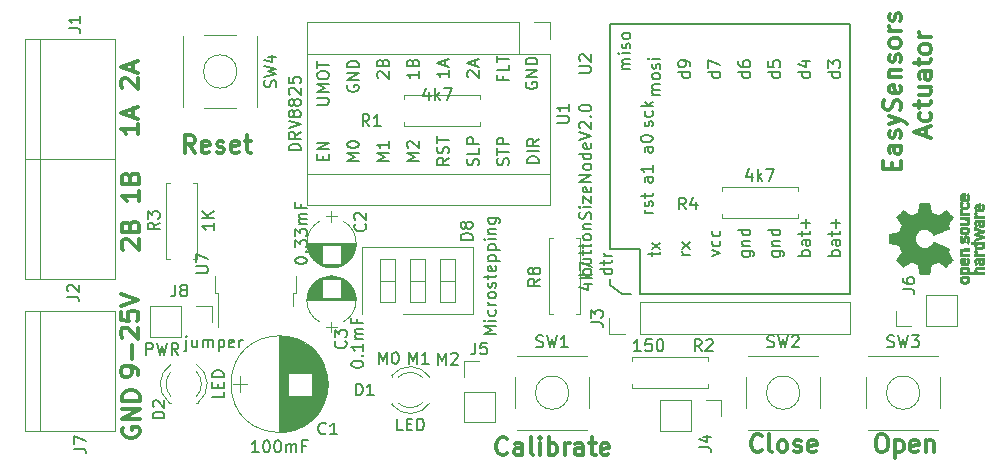
<source format=gbr>
G04 #@! TF.FileFunction,Legend,Top*
%FSLAX46Y46*%
G04 Gerber Fmt 4.6, Leading zero omitted, Abs format (unit mm)*
G04 Created by KiCad (PCBNEW 4.0.6) date 09/21/17 18:01:10*
%MOMM*%
%LPD*%
G01*
G04 APERTURE LIST*
%ADD10C,0.100000*%
%ADD11C,0.200000*%
%ADD12C,0.300000*%
%ADD13C,0.120000*%
%ADD14C,0.010000*%
%ADD15C,0.150000*%
G04 APERTURE END LIST*
D10*
D11*
X85828476Y-94019714D02*
X85828476Y-94876857D01*
X85780857Y-94972095D01*
X85685619Y-95019714D01*
X85638000Y-95019714D01*
X85828476Y-93686381D02*
X85780857Y-93734000D01*
X85828476Y-93781619D01*
X85876095Y-93734000D01*
X85828476Y-93686381D01*
X85828476Y-93781619D01*
X86733238Y-94019714D02*
X86733238Y-94686381D01*
X86304666Y-94019714D02*
X86304666Y-94543524D01*
X86352285Y-94638762D01*
X86447523Y-94686381D01*
X86590381Y-94686381D01*
X86685619Y-94638762D01*
X86733238Y-94591143D01*
X87209428Y-94686381D02*
X87209428Y-94019714D01*
X87209428Y-94114952D02*
X87257047Y-94067333D01*
X87352285Y-94019714D01*
X87495143Y-94019714D01*
X87590381Y-94067333D01*
X87638000Y-94162571D01*
X87638000Y-94686381D01*
X87638000Y-94162571D02*
X87685619Y-94067333D01*
X87780857Y-94019714D01*
X87923714Y-94019714D01*
X88018952Y-94067333D01*
X88066571Y-94162571D01*
X88066571Y-94686381D01*
X88542761Y-94019714D02*
X88542761Y-95019714D01*
X88542761Y-94067333D02*
X88637999Y-94019714D01*
X88828476Y-94019714D01*
X88923714Y-94067333D01*
X88971333Y-94114952D01*
X89018952Y-94210190D01*
X89018952Y-94495905D01*
X88971333Y-94591143D01*
X88923714Y-94638762D01*
X88828476Y-94686381D01*
X88637999Y-94686381D01*
X88542761Y-94638762D01*
X89828476Y-94638762D02*
X89733238Y-94686381D01*
X89542761Y-94686381D01*
X89447523Y-94638762D01*
X89399904Y-94543524D01*
X89399904Y-94162571D01*
X89447523Y-94067333D01*
X89542761Y-94019714D01*
X89733238Y-94019714D01*
X89828476Y-94067333D01*
X89876095Y-94162571D01*
X89876095Y-94257810D01*
X89399904Y-94353048D01*
X90304666Y-94686381D02*
X90304666Y-94019714D01*
X90304666Y-94210190D02*
X90352285Y-94114952D01*
X90399904Y-94067333D01*
X90495142Y-94019714D01*
X90590381Y-94019714D01*
X82423167Y-95321381D02*
X82423167Y-94321381D01*
X82804120Y-94321381D01*
X82899358Y-94369000D01*
X82946977Y-94416619D01*
X82994596Y-94511857D01*
X82994596Y-94654714D01*
X82946977Y-94749952D01*
X82899358Y-94797571D01*
X82804120Y-94845190D01*
X82423167Y-94845190D01*
X83327929Y-94321381D02*
X83566024Y-95321381D01*
X83756501Y-94607095D01*
X83946977Y-95321381D01*
X84185072Y-94321381D01*
X85137453Y-95321381D02*
X84804119Y-94845190D01*
X84566024Y-95321381D02*
X84566024Y-94321381D01*
X84946977Y-94321381D01*
X85042215Y-94369000D01*
X85089834Y-94416619D01*
X85137453Y-94511857D01*
X85137453Y-94654714D01*
X85089834Y-94749952D01*
X85042215Y-94797571D01*
X84946977Y-94845190D01*
X84566024Y-94845190D01*
X107140476Y-96146881D02*
X107140476Y-95146881D01*
X107473810Y-95861167D01*
X107807143Y-95146881D01*
X107807143Y-96146881D01*
X108235714Y-95242119D02*
X108283333Y-95194500D01*
X108378571Y-95146881D01*
X108616667Y-95146881D01*
X108711905Y-95194500D01*
X108759524Y-95242119D01*
X108807143Y-95337357D01*
X108807143Y-95432595D01*
X108759524Y-95575452D01*
X108188095Y-96146881D01*
X108807143Y-96146881D01*
X104663976Y-96083381D02*
X104663976Y-95083381D01*
X104997310Y-95797667D01*
X105330643Y-95083381D01*
X105330643Y-96083381D01*
X106330643Y-96083381D02*
X105759214Y-96083381D01*
X106044928Y-96083381D02*
X106044928Y-95083381D01*
X105949690Y-95226238D01*
X105854452Y-95321476D01*
X105759214Y-95369095D01*
X102123976Y-96083381D02*
X102123976Y-95083381D01*
X102457310Y-95797667D01*
X102790643Y-95083381D01*
X102790643Y-96083381D01*
X103457309Y-95083381D02*
X103552548Y-95083381D01*
X103647786Y-95131000D01*
X103695405Y-95178619D01*
X103743024Y-95273857D01*
X103790643Y-95464333D01*
X103790643Y-95702429D01*
X103743024Y-95892905D01*
X103695405Y-95988143D01*
X103647786Y-96035762D01*
X103552548Y-96083381D01*
X103457309Y-96083381D01*
X103362071Y-96035762D01*
X103314452Y-95988143D01*
X103266833Y-95892905D01*
X103219214Y-95702429D01*
X103219214Y-95464333D01*
X103266833Y-95273857D01*
X103314452Y-95178619D01*
X103362071Y-95131000D01*
X103457309Y-95083381D01*
D12*
X86534858Y-78212071D02*
X86034858Y-77497786D01*
X85677715Y-78212071D02*
X85677715Y-76712071D01*
X86249143Y-76712071D01*
X86392001Y-76783500D01*
X86463429Y-76854929D01*
X86534858Y-76997786D01*
X86534858Y-77212071D01*
X86463429Y-77354929D01*
X86392001Y-77426357D01*
X86249143Y-77497786D01*
X85677715Y-77497786D01*
X87749143Y-78140643D02*
X87606286Y-78212071D01*
X87320572Y-78212071D01*
X87177715Y-78140643D01*
X87106286Y-77997786D01*
X87106286Y-77426357D01*
X87177715Y-77283500D01*
X87320572Y-77212071D01*
X87606286Y-77212071D01*
X87749143Y-77283500D01*
X87820572Y-77426357D01*
X87820572Y-77569214D01*
X87106286Y-77712071D01*
X88392000Y-78140643D02*
X88534857Y-78212071D01*
X88820572Y-78212071D01*
X88963429Y-78140643D01*
X89034857Y-77997786D01*
X89034857Y-77926357D01*
X88963429Y-77783500D01*
X88820572Y-77712071D01*
X88606286Y-77712071D01*
X88463429Y-77640643D01*
X88392000Y-77497786D01*
X88392000Y-77426357D01*
X88463429Y-77283500D01*
X88606286Y-77212071D01*
X88820572Y-77212071D01*
X88963429Y-77283500D01*
X90249143Y-78140643D02*
X90106286Y-78212071D01*
X89820572Y-78212071D01*
X89677715Y-78140643D01*
X89606286Y-77997786D01*
X89606286Y-77426357D01*
X89677715Y-77283500D01*
X89820572Y-77212071D01*
X90106286Y-77212071D01*
X90249143Y-77283500D01*
X90320572Y-77426357D01*
X90320572Y-77569214D01*
X89606286Y-77712071D01*
X90749143Y-77212071D02*
X91320572Y-77212071D01*
X90963429Y-76712071D02*
X90963429Y-77997786D01*
X91034857Y-78140643D01*
X91177715Y-78212071D01*
X91320572Y-78212071D01*
X145556857Y-79596428D02*
X145556857Y-79096428D01*
X146342571Y-78882142D02*
X146342571Y-79596428D01*
X144842571Y-79596428D01*
X144842571Y-78882142D01*
X146342571Y-77596428D02*
X145556857Y-77596428D01*
X145414000Y-77667857D01*
X145342571Y-77810714D01*
X145342571Y-78096428D01*
X145414000Y-78239285D01*
X146271143Y-77596428D02*
X146342571Y-77739285D01*
X146342571Y-78096428D01*
X146271143Y-78239285D01*
X146128286Y-78310714D01*
X145985429Y-78310714D01*
X145842571Y-78239285D01*
X145771143Y-78096428D01*
X145771143Y-77739285D01*
X145699714Y-77596428D01*
X146271143Y-76953571D02*
X146342571Y-76810714D01*
X146342571Y-76524999D01*
X146271143Y-76382142D01*
X146128286Y-76310714D01*
X146056857Y-76310714D01*
X145914000Y-76382142D01*
X145842571Y-76524999D01*
X145842571Y-76739285D01*
X145771143Y-76882142D01*
X145628286Y-76953571D01*
X145556857Y-76953571D01*
X145414000Y-76882142D01*
X145342571Y-76739285D01*
X145342571Y-76524999D01*
X145414000Y-76382142D01*
X145342571Y-75810713D02*
X146342571Y-75453570D01*
X145342571Y-75096428D02*
X146342571Y-75453570D01*
X146699714Y-75596428D01*
X146771143Y-75667856D01*
X146842571Y-75810713D01*
X146271143Y-74596428D02*
X146342571Y-74382142D01*
X146342571Y-74024999D01*
X146271143Y-73882142D01*
X146199714Y-73810713D01*
X146056857Y-73739285D01*
X145914000Y-73739285D01*
X145771143Y-73810713D01*
X145699714Y-73882142D01*
X145628286Y-74024999D01*
X145556857Y-74310713D01*
X145485429Y-74453571D01*
X145414000Y-74524999D01*
X145271143Y-74596428D01*
X145128286Y-74596428D01*
X144985429Y-74524999D01*
X144914000Y-74453571D01*
X144842571Y-74310713D01*
X144842571Y-73953571D01*
X144914000Y-73739285D01*
X146271143Y-72525000D02*
X146342571Y-72667857D01*
X146342571Y-72953571D01*
X146271143Y-73096428D01*
X146128286Y-73167857D01*
X145556857Y-73167857D01*
X145414000Y-73096428D01*
X145342571Y-72953571D01*
X145342571Y-72667857D01*
X145414000Y-72525000D01*
X145556857Y-72453571D01*
X145699714Y-72453571D01*
X145842571Y-73167857D01*
X145342571Y-71810714D02*
X146342571Y-71810714D01*
X145485429Y-71810714D02*
X145414000Y-71739286D01*
X145342571Y-71596428D01*
X145342571Y-71382143D01*
X145414000Y-71239286D01*
X145556857Y-71167857D01*
X146342571Y-71167857D01*
X146271143Y-70525000D02*
X146342571Y-70382143D01*
X146342571Y-70096428D01*
X146271143Y-69953571D01*
X146128286Y-69882143D01*
X146056857Y-69882143D01*
X145914000Y-69953571D01*
X145842571Y-70096428D01*
X145842571Y-70310714D01*
X145771143Y-70453571D01*
X145628286Y-70525000D01*
X145556857Y-70525000D01*
X145414000Y-70453571D01*
X145342571Y-70310714D01*
X145342571Y-70096428D01*
X145414000Y-69953571D01*
X146342571Y-69024999D02*
X146271143Y-69167857D01*
X146199714Y-69239285D01*
X146056857Y-69310714D01*
X145628286Y-69310714D01*
X145485429Y-69239285D01*
X145414000Y-69167857D01*
X145342571Y-69024999D01*
X145342571Y-68810714D01*
X145414000Y-68667857D01*
X145485429Y-68596428D01*
X145628286Y-68524999D01*
X146056857Y-68524999D01*
X146199714Y-68596428D01*
X146271143Y-68667857D01*
X146342571Y-68810714D01*
X146342571Y-69024999D01*
X146342571Y-67882142D02*
X145342571Y-67882142D01*
X145628286Y-67882142D02*
X145485429Y-67810714D01*
X145414000Y-67739285D01*
X145342571Y-67596428D01*
X145342571Y-67453571D01*
X146271143Y-67025000D02*
X146342571Y-66882143D01*
X146342571Y-66596428D01*
X146271143Y-66453571D01*
X146128286Y-66382143D01*
X146056857Y-66382143D01*
X145914000Y-66453571D01*
X145842571Y-66596428D01*
X145842571Y-66810714D01*
X145771143Y-66953571D01*
X145628286Y-67025000D01*
X145556857Y-67025000D01*
X145414000Y-66953571D01*
X145342571Y-66810714D01*
X145342571Y-66596428D01*
X145414000Y-66453571D01*
X148464000Y-76810714D02*
X148464000Y-76096428D01*
X148892571Y-76953571D02*
X147392571Y-76453571D01*
X148892571Y-75953571D01*
X148821143Y-74810714D02*
X148892571Y-74953571D01*
X148892571Y-75239285D01*
X148821143Y-75382143D01*
X148749714Y-75453571D01*
X148606857Y-75525000D01*
X148178286Y-75525000D01*
X148035429Y-75453571D01*
X147964000Y-75382143D01*
X147892571Y-75239285D01*
X147892571Y-74953571D01*
X147964000Y-74810714D01*
X147892571Y-74382143D02*
X147892571Y-73810714D01*
X147392571Y-74167857D02*
X148678286Y-74167857D01*
X148821143Y-74096429D01*
X148892571Y-73953571D01*
X148892571Y-73810714D01*
X147892571Y-72667857D02*
X148892571Y-72667857D01*
X147892571Y-73310714D02*
X148678286Y-73310714D01*
X148821143Y-73239286D01*
X148892571Y-73096428D01*
X148892571Y-72882143D01*
X148821143Y-72739286D01*
X148749714Y-72667857D01*
X148892571Y-71310714D02*
X148106857Y-71310714D01*
X147964000Y-71382143D01*
X147892571Y-71525000D01*
X147892571Y-71810714D01*
X147964000Y-71953571D01*
X148821143Y-71310714D02*
X148892571Y-71453571D01*
X148892571Y-71810714D01*
X148821143Y-71953571D01*
X148678286Y-72025000D01*
X148535429Y-72025000D01*
X148392571Y-71953571D01*
X148321143Y-71810714D01*
X148321143Y-71453571D01*
X148249714Y-71310714D01*
X147892571Y-70810714D02*
X147892571Y-70239285D01*
X147392571Y-70596428D02*
X148678286Y-70596428D01*
X148821143Y-70525000D01*
X148892571Y-70382142D01*
X148892571Y-70239285D01*
X148892571Y-69524999D02*
X148821143Y-69667857D01*
X148749714Y-69739285D01*
X148606857Y-69810714D01*
X148178286Y-69810714D01*
X148035429Y-69739285D01*
X147964000Y-69667857D01*
X147892571Y-69524999D01*
X147892571Y-69310714D01*
X147964000Y-69167857D01*
X148035429Y-69096428D01*
X148178286Y-69024999D01*
X148606857Y-69024999D01*
X148749714Y-69096428D01*
X148821143Y-69167857D01*
X148892571Y-69310714D01*
X148892571Y-69524999D01*
X148892571Y-68382142D02*
X147892571Y-68382142D01*
X148178286Y-68382142D02*
X148035429Y-68310714D01*
X147964000Y-68239285D01*
X147892571Y-68096428D01*
X147892571Y-67953571D01*
X144542143Y-102048571D02*
X144827857Y-102048571D01*
X144970715Y-102120000D01*
X145113572Y-102262857D01*
X145185000Y-102548571D01*
X145185000Y-103048571D01*
X145113572Y-103334286D01*
X144970715Y-103477143D01*
X144827857Y-103548571D01*
X144542143Y-103548571D01*
X144399286Y-103477143D01*
X144256429Y-103334286D01*
X144185000Y-103048571D01*
X144185000Y-102548571D01*
X144256429Y-102262857D01*
X144399286Y-102120000D01*
X144542143Y-102048571D01*
X145827858Y-102548571D02*
X145827858Y-104048571D01*
X145827858Y-102620000D02*
X145970715Y-102548571D01*
X146256429Y-102548571D01*
X146399286Y-102620000D01*
X146470715Y-102691429D01*
X146542144Y-102834286D01*
X146542144Y-103262857D01*
X146470715Y-103405714D01*
X146399286Y-103477143D01*
X146256429Y-103548571D01*
X145970715Y-103548571D01*
X145827858Y-103477143D01*
X147756429Y-103477143D02*
X147613572Y-103548571D01*
X147327858Y-103548571D01*
X147185001Y-103477143D01*
X147113572Y-103334286D01*
X147113572Y-102762857D01*
X147185001Y-102620000D01*
X147327858Y-102548571D01*
X147613572Y-102548571D01*
X147756429Y-102620000D01*
X147827858Y-102762857D01*
X147827858Y-102905714D01*
X147113572Y-103048571D01*
X148470715Y-102548571D02*
X148470715Y-103548571D01*
X148470715Y-102691429D02*
X148542143Y-102620000D01*
X148685001Y-102548571D01*
X148899286Y-102548571D01*
X149042143Y-102620000D01*
X149113572Y-102762857D01*
X149113572Y-103548571D01*
X134540858Y-103405714D02*
X134469429Y-103477143D01*
X134255143Y-103548571D01*
X134112286Y-103548571D01*
X133898001Y-103477143D01*
X133755143Y-103334286D01*
X133683715Y-103191429D01*
X133612286Y-102905714D01*
X133612286Y-102691429D01*
X133683715Y-102405714D01*
X133755143Y-102262857D01*
X133898001Y-102120000D01*
X134112286Y-102048571D01*
X134255143Y-102048571D01*
X134469429Y-102120000D01*
X134540858Y-102191429D01*
X135398001Y-103548571D02*
X135255143Y-103477143D01*
X135183715Y-103334286D01*
X135183715Y-102048571D01*
X136183715Y-103548571D02*
X136040857Y-103477143D01*
X135969429Y-103405714D01*
X135898000Y-103262857D01*
X135898000Y-102834286D01*
X135969429Y-102691429D01*
X136040857Y-102620000D01*
X136183715Y-102548571D01*
X136398000Y-102548571D01*
X136540857Y-102620000D01*
X136612286Y-102691429D01*
X136683715Y-102834286D01*
X136683715Y-103262857D01*
X136612286Y-103405714D01*
X136540857Y-103477143D01*
X136398000Y-103548571D01*
X136183715Y-103548571D01*
X137255143Y-103477143D02*
X137398000Y-103548571D01*
X137683715Y-103548571D01*
X137826572Y-103477143D01*
X137898000Y-103334286D01*
X137898000Y-103262857D01*
X137826572Y-103120000D01*
X137683715Y-103048571D01*
X137469429Y-103048571D01*
X137326572Y-102977143D01*
X137255143Y-102834286D01*
X137255143Y-102762857D01*
X137326572Y-102620000D01*
X137469429Y-102548571D01*
X137683715Y-102548571D01*
X137826572Y-102620000D01*
X139112286Y-103477143D02*
X138969429Y-103548571D01*
X138683715Y-103548571D01*
X138540858Y-103477143D01*
X138469429Y-103334286D01*
X138469429Y-102762857D01*
X138540858Y-102620000D01*
X138683715Y-102548571D01*
X138969429Y-102548571D01*
X139112286Y-102620000D01*
X139183715Y-102762857D01*
X139183715Y-102905714D01*
X138469429Y-103048571D01*
X112982858Y-103659714D02*
X112911429Y-103731143D01*
X112697143Y-103802571D01*
X112554286Y-103802571D01*
X112340001Y-103731143D01*
X112197143Y-103588286D01*
X112125715Y-103445429D01*
X112054286Y-103159714D01*
X112054286Y-102945429D01*
X112125715Y-102659714D01*
X112197143Y-102516857D01*
X112340001Y-102374000D01*
X112554286Y-102302571D01*
X112697143Y-102302571D01*
X112911429Y-102374000D01*
X112982858Y-102445429D01*
X114268572Y-103802571D02*
X114268572Y-103016857D01*
X114197143Y-102874000D01*
X114054286Y-102802571D01*
X113768572Y-102802571D01*
X113625715Y-102874000D01*
X114268572Y-103731143D02*
X114125715Y-103802571D01*
X113768572Y-103802571D01*
X113625715Y-103731143D01*
X113554286Y-103588286D01*
X113554286Y-103445429D01*
X113625715Y-103302571D01*
X113768572Y-103231143D01*
X114125715Y-103231143D01*
X114268572Y-103159714D01*
X115197144Y-103802571D02*
X115054286Y-103731143D01*
X114982858Y-103588286D01*
X114982858Y-102302571D01*
X115768572Y-103802571D02*
X115768572Y-102802571D01*
X115768572Y-102302571D02*
X115697143Y-102374000D01*
X115768572Y-102445429D01*
X115840000Y-102374000D01*
X115768572Y-102302571D01*
X115768572Y-102445429D01*
X116482858Y-103802571D02*
X116482858Y-102302571D01*
X116482858Y-102874000D02*
X116625715Y-102802571D01*
X116911429Y-102802571D01*
X117054286Y-102874000D01*
X117125715Y-102945429D01*
X117197144Y-103088286D01*
X117197144Y-103516857D01*
X117125715Y-103659714D01*
X117054286Y-103731143D01*
X116911429Y-103802571D01*
X116625715Y-103802571D01*
X116482858Y-103731143D01*
X117840001Y-103802571D02*
X117840001Y-102802571D01*
X117840001Y-103088286D02*
X117911429Y-102945429D01*
X117982858Y-102874000D01*
X118125715Y-102802571D01*
X118268572Y-102802571D01*
X119411429Y-103802571D02*
X119411429Y-103016857D01*
X119340000Y-102874000D01*
X119197143Y-102802571D01*
X118911429Y-102802571D01*
X118768572Y-102874000D01*
X119411429Y-103731143D02*
X119268572Y-103802571D01*
X118911429Y-103802571D01*
X118768572Y-103731143D01*
X118697143Y-103588286D01*
X118697143Y-103445429D01*
X118768572Y-103302571D01*
X118911429Y-103231143D01*
X119268572Y-103231143D01*
X119411429Y-103159714D01*
X119911429Y-102802571D02*
X120482858Y-102802571D01*
X120125715Y-102302571D02*
X120125715Y-103588286D01*
X120197143Y-103731143D01*
X120340001Y-103802571D01*
X120482858Y-103802571D01*
X121554286Y-103731143D02*
X121411429Y-103802571D01*
X121125715Y-103802571D01*
X120982858Y-103731143D01*
X120911429Y-103588286D01*
X120911429Y-103016857D01*
X120982858Y-102874000D01*
X121125715Y-102802571D01*
X121411429Y-102802571D01*
X121554286Y-102874000D01*
X121625715Y-103016857D01*
X121625715Y-103159714D01*
X120911429Y-103302571D01*
D11*
X112021881Y-93574572D02*
X111021881Y-93574572D01*
X111736167Y-93241238D01*
X111021881Y-92907905D01*
X112021881Y-92907905D01*
X112021881Y-92431715D02*
X111355214Y-92431715D01*
X111021881Y-92431715D02*
X111069500Y-92479334D01*
X111117119Y-92431715D01*
X111069500Y-92384096D01*
X111021881Y-92431715D01*
X111117119Y-92431715D01*
X111974262Y-91526953D02*
X112021881Y-91622191D01*
X112021881Y-91812668D01*
X111974262Y-91907906D01*
X111926643Y-91955525D01*
X111831405Y-92003144D01*
X111545690Y-92003144D01*
X111450452Y-91955525D01*
X111402833Y-91907906D01*
X111355214Y-91812668D01*
X111355214Y-91622191D01*
X111402833Y-91526953D01*
X112021881Y-91098382D02*
X111355214Y-91098382D01*
X111545690Y-91098382D02*
X111450452Y-91050763D01*
X111402833Y-91003144D01*
X111355214Y-90907906D01*
X111355214Y-90812667D01*
X112021881Y-90336477D02*
X111974262Y-90431715D01*
X111926643Y-90479334D01*
X111831405Y-90526953D01*
X111545690Y-90526953D01*
X111450452Y-90479334D01*
X111402833Y-90431715D01*
X111355214Y-90336477D01*
X111355214Y-90193619D01*
X111402833Y-90098381D01*
X111450452Y-90050762D01*
X111545690Y-90003143D01*
X111831405Y-90003143D01*
X111926643Y-90050762D01*
X111974262Y-90098381D01*
X112021881Y-90193619D01*
X112021881Y-90336477D01*
X111974262Y-89622191D02*
X112021881Y-89526953D01*
X112021881Y-89336477D01*
X111974262Y-89241238D01*
X111879024Y-89193619D01*
X111831405Y-89193619D01*
X111736167Y-89241238D01*
X111688548Y-89336477D01*
X111688548Y-89479334D01*
X111640929Y-89574572D01*
X111545690Y-89622191D01*
X111498071Y-89622191D01*
X111402833Y-89574572D01*
X111355214Y-89479334D01*
X111355214Y-89336477D01*
X111402833Y-89241238D01*
X111355214Y-88907905D02*
X111355214Y-88526953D01*
X111021881Y-88765048D02*
X111879024Y-88765048D01*
X111974262Y-88717429D01*
X112021881Y-88622191D01*
X112021881Y-88526953D01*
X111974262Y-87812666D02*
X112021881Y-87907904D01*
X112021881Y-88098381D01*
X111974262Y-88193619D01*
X111879024Y-88241238D01*
X111498071Y-88241238D01*
X111402833Y-88193619D01*
X111355214Y-88098381D01*
X111355214Y-87907904D01*
X111402833Y-87812666D01*
X111498071Y-87765047D01*
X111593310Y-87765047D01*
X111688548Y-88241238D01*
X111355214Y-87336476D02*
X112355214Y-87336476D01*
X111402833Y-87336476D02*
X111355214Y-87241238D01*
X111355214Y-87050761D01*
X111402833Y-86955523D01*
X111450452Y-86907904D01*
X111545690Y-86860285D01*
X111831405Y-86860285D01*
X111926643Y-86907904D01*
X111974262Y-86955523D01*
X112021881Y-87050761D01*
X112021881Y-87241238D01*
X111974262Y-87336476D01*
X111355214Y-86431714D02*
X112355214Y-86431714D01*
X111402833Y-86431714D02*
X111355214Y-86336476D01*
X111355214Y-86145999D01*
X111402833Y-86050761D01*
X111450452Y-86003142D01*
X111545690Y-85955523D01*
X111831405Y-85955523D01*
X111926643Y-86003142D01*
X111974262Y-86050761D01*
X112021881Y-86145999D01*
X112021881Y-86336476D01*
X111974262Y-86431714D01*
X112021881Y-85526952D02*
X111355214Y-85526952D01*
X111021881Y-85526952D02*
X111069500Y-85574571D01*
X111117119Y-85526952D01*
X111069500Y-85479333D01*
X111021881Y-85526952D01*
X111117119Y-85526952D01*
X111355214Y-85050762D02*
X112021881Y-85050762D01*
X111450452Y-85050762D02*
X111402833Y-85003143D01*
X111355214Y-84907905D01*
X111355214Y-84765047D01*
X111402833Y-84669809D01*
X111498071Y-84622190D01*
X112021881Y-84622190D01*
X111355214Y-83717428D02*
X112164738Y-83717428D01*
X112259976Y-83765047D01*
X112307595Y-83812666D01*
X112355214Y-83907905D01*
X112355214Y-84050762D01*
X112307595Y-84146000D01*
X111974262Y-83717428D02*
X112021881Y-83812666D01*
X112021881Y-84003143D01*
X111974262Y-84098381D01*
X111926643Y-84146000D01*
X111831405Y-84193619D01*
X111545690Y-84193619D01*
X111450452Y-84146000D01*
X111402833Y-84098381D01*
X111355214Y-84003143D01*
X111355214Y-83812666D01*
X111402833Y-83717428D01*
D12*
X81768071Y-75739356D02*
X81768071Y-76596499D01*
X81768071Y-76167927D02*
X80268071Y-76167927D01*
X80482357Y-76310784D01*
X80625214Y-76453642D01*
X80696643Y-76596499D01*
X81339500Y-75167928D02*
X81339500Y-74453642D01*
X81768071Y-75310785D02*
X80268071Y-74810785D01*
X81768071Y-74310785D01*
X80410929Y-72739357D02*
X80339500Y-72667928D01*
X80268071Y-72525071D01*
X80268071Y-72167928D01*
X80339500Y-72025071D01*
X80410929Y-71953642D01*
X80553786Y-71882214D01*
X80696643Y-71882214D01*
X80910929Y-71953642D01*
X81768071Y-72810785D01*
X81768071Y-71882214D01*
X81339500Y-71310786D02*
X81339500Y-70596500D01*
X81768071Y-71453643D02*
X80268071Y-70953643D01*
X81768071Y-70453643D01*
X80474429Y-86399285D02*
X80403000Y-86327856D01*
X80331571Y-86184999D01*
X80331571Y-85827856D01*
X80403000Y-85684999D01*
X80474429Y-85613570D01*
X80617286Y-85542142D01*
X80760143Y-85542142D01*
X80974429Y-85613570D01*
X81831571Y-86470713D01*
X81831571Y-85542142D01*
X81045857Y-84399285D02*
X81117286Y-84184999D01*
X81188714Y-84113571D01*
X81331571Y-84042142D01*
X81545857Y-84042142D01*
X81688714Y-84113571D01*
X81760143Y-84184999D01*
X81831571Y-84327857D01*
X81831571Y-84899285D01*
X80331571Y-84899285D01*
X80331571Y-84399285D01*
X80403000Y-84256428D01*
X80474429Y-84184999D01*
X80617286Y-84113571D01*
X80760143Y-84113571D01*
X80903000Y-84184999D01*
X80974429Y-84256428D01*
X81045857Y-84399285D01*
X81045857Y-84899285D01*
X81831571Y-81470714D02*
X81831571Y-82327857D01*
X81831571Y-81899285D02*
X80331571Y-81899285D01*
X80545857Y-82042142D01*
X80688714Y-82185000D01*
X80760143Y-82327857D01*
X81045857Y-80327857D02*
X81117286Y-80113571D01*
X81188714Y-80042143D01*
X81331571Y-79970714D01*
X81545857Y-79970714D01*
X81688714Y-80042143D01*
X81760143Y-80113571D01*
X81831571Y-80256429D01*
X81831571Y-80827857D01*
X80331571Y-80827857D01*
X80331571Y-80327857D01*
X80403000Y-80185000D01*
X80474429Y-80113571D01*
X80617286Y-80042143D01*
X80760143Y-80042143D01*
X80903000Y-80113571D01*
X80974429Y-80185000D01*
X81045857Y-80327857D01*
X81045857Y-80827857D01*
X81768071Y-97011714D02*
X81768071Y-96725999D01*
X81696643Y-96583142D01*
X81625214Y-96511714D01*
X81410929Y-96368856D01*
X81125214Y-96297428D01*
X80553786Y-96297428D01*
X80410929Y-96368856D01*
X80339500Y-96440285D01*
X80268071Y-96583142D01*
X80268071Y-96868856D01*
X80339500Y-97011714D01*
X80410929Y-97083142D01*
X80553786Y-97154571D01*
X80910929Y-97154571D01*
X81053786Y-97083142D01*
X81125214Y-97011714D01*
X81196643Y-96868856D01*
X81196643Y-96583142D01*
X81125214Y-96440285D01*
X81053786Y-96368856D01*
X80910929Y-96297428D01*
X81196643Y-95654571D02*
X81196643Y-94511714D01*
X80410929Y-93868857D02*
X80339500Y-93797428D01*
X80268071Y-93654571D01*
X80268071Y-93297428D01*
X80339500Y-93154571D01*
X80410929Y-93083142D01*
X80553786Y-93011714D01*
X80696643Y-93011714D01*
X80910929Y-93083142D01*
X81768071Y-93940285D01*
X81768071Y-93011714D01*
X80268071Y-91654571D02*
X80268071Y-92368857D01*
X80982357Y-92440286D01*
X80910929Y-92368857D01*
X80839500Y-92226000D01*
X80839500Y-91868857D01*
X80910929Y-91726000D01*
X80982357Y-91654571D01*
X81125214Y-91583143D01*
X81482357Y-91583143D01*
X81625214Y-91654571D01*
X81696643Y-91726000D01*
X81768071Y-91868857D01*
X81768071Y-92226000D01*
X81696643Y-92368857D01*
X81625214Y-92440286D01*
X80268071Y-91154572D02*
X81768071Y-90654572D01*
X80268071Y-90154572D01*
X80466500Y-101472857D02*
X80395071Y-101615714D01*
X80395071Y-101830000D01*
X80466500Y-102044285D01*
X80609357Y-102187143D01*
X80752214Y-102258571D01*
X81037929Y-102330000D01*
X81252214Y-102330000D01*
X81537929Y-102258571D01*
X81680786Y-102187143D01*
X81823643Y-102044285D01*
X81895071Y-101830000D01*
X81895071Y-101687143D01*
X81823643Y-101472857D01*
X81752214Y-101401428D01*
X81252214Y-101401428D01*
X81252214Y-101687143D01*
X81895071Y-100758571D02*
X80395071Y-100758571D01*
X81895071Y-99901428D01*
X80395071Y-99901428D01*
X81895071Y-99187142D02*
X80395071Y-99187142D01*
X80395071Y-98829999D01*
X80466500Y-98615714D01*
X80609357Y-98472856D01*
X80752214Y-98401428D01*
X81037929Y-98329999D01*
X81252214Y-98329999D01*
X81537929Y-98401428D01*
X81680786Y-98472856D01*
X81823643Y-98615714D01*
X81895071Y-98829999D01*
X81895071Y-99187142D01*
D13*
X97788000Y-97790000D02*
G75*
G03X97788000Y-97790000I-4090000J0D01*
G01*
X93698000Y-93740000D02*
X93698000Y-101840000D01*
X93738000Y-93740000D02*
X93738000Y-101840000D01*
X93778000Y-93740000D02*
X93778000Y-101840000D01*
X93818000Y-93741000D02*
X93818000Y-101839000D01*
X93858000Y-93743000D02*
X93858000Y-101837000D01*
X93898000Y-93744000D02*
X93898000Y-101836000D01*
X93938000Y-93747000D02*
X93938000Y-101833000D01*
X93978000Y-93749000D02*
X93978000Y-101831000D01*
X94018000Y-93752000D02*
X94018000Y-101828000D01*
X94058000Y-93755000D02*
X94058000Y-101825000D01*
X94098000Y-93759000D02*
X94098000Y-101821000D01*
X94138000Y-93763000D02*
X94138000Y-101817000D01*
X94178000Y-93768000D02*
X94178000Y-101812000D01*
X94218000Y-93773000D02*
X94218000Y-101807000D01*
X94258000Y-93778000D02*
X94258000Y-101802000D01*
X94298000Y-93784000D02*
X94298000Y-101796000D01*
X94338000Y-93790000D02*
X94338000Y-101790000D01*
X94378000Y-93796000D02*
X94378000Y-101784000D01*
X94419000Y-93803000D02*
X94419000Y-101777000D01*
X94459000Y-93811000D02*
X94459000Y-101769000D01*
X94499000Y-93819000D02*
X94499000Y-96810000D01*
X94499000Y-98770000D02*
X94499000Y-101761000D01*
X94539000Y-93827000D02*
X94539000Y-96810000D01*
X94539000Y-98770000D02*
X94539000Y-101753000D01*
X94579000Y-93835000D02*
X94579000Y-96810000D01*
X94579000Y-98770000D02*
X94579000Y-101745000D01*
X94619000Y-93844000D02*
X94619000Y-96810000D01*
X94619000Y-98770000D02*
X94619000Y-101736000D01*
X94659000Y-93854000D02*
X94659000Y-96810000D01*
X94659000Y-98770000D02*
X94659000Y-101726000D01*
X94699000Y-93864000D02*
X94699000Y-96810000D01*
X94699000Y-98770000D02*
X94699000Y-101716000D01*
X94739000Y-93874000D02*
X94739000Y-96810000D01*
X94739000Y-98770000D02*
X94739000Y-101706000D01*
X94779000Y-93885000D02*
X94779000Y-96810000D01*
X94779000Y-98770000D02*
X94779000Y-101695000D01*
X94819000Y-93896000D02*
X94819000Y-96810000D01*
X94819000Y-98770000D02*
X94819000Y-101684000D01*
X94859000Y-93907000D02*
X94859000Y-96810000D01*
X94859000Y-98770000D02*
X94859000Y-101673000D01*
X94899000Y-93920000D02*
X94899000Y-96810000D01*
X94899000Y-98770000D02*
X94899000Y-101660000D01*
X94939000Y-93932000D02*
X94939000Y-96810000D01*
X94939000Y-98770000D02*
X94939000Y-101648000D01*
X94979000Y-93945000D02*
X94979000Y-96810000D01*
X94979000Y-98770000D02*
X94979000Y-101635000D01*
X95019000Y-93958000D02*
X95019000Y-96810000D01*
X95019000Y-98770000D02*
X95019000Y-101622000D01*
X95059000Y-93972000D02*
X95059000Y-96810000D01*
X95059000Y-98770000D02*
X95059000Y-101608000D01*
X95099000Y-93987000D02*
X95099000Y-96810000D01*
X95099000Y-98770000D02*
X95099000Y-101593000D01*
X95139000Y-94001000D02*
X95139000Y-96810000D01*
X95139000Y-98770000D02*
X95139000Y-101579000D01*
X95179000Y-94017000D02*
X95179000Y-96810000D01*
X95179000Y-98770000D02*
X95179000Y-101563000D01*
X95219000Y-94032000D02*
X95219000Y-96810000D01*
X95219000Y-98770000D02*
X95219000Y-101548000D01*
X95259000Y-94049000D02*
X95259000Y-96810000D01*
X95259000Y-98770000D02*
X95259000Y-101531000D01*
X95299000Y-94065000D02*
X95299000Y-96810000D01*
X95299000Y-98770000D02*
X95299000Y-101515000D01*
X95339000Y-94083000D02*
X95339000Y-96810000D01*
X95339000Y-98770000D02*
X95339000Y-101497000D01*
X95379000Y-94100000D02*
X95379000Y-96810000D01*
X95379000Y-98770000D02*
X95379000Y-101480000D01*
X95419000Y-94119000D02*
X95419000Y-96810000D01*
X95419000Y-98770000D02*
X95419000Y-101461000D01*
X95459000Y-94138000D02*
X95459000Y-96810000D01*
X95459000Y-98770000D02*
X95459000Y-101442000D01*
X95499000Y-94157000D02*
X95499000Y-96810000D01*
X95499000Y-98770000D02*
X95499000Y-101423000D01*
X95539000Y-94177000D02*
X95539000Y-96810000D01*
X95539000Y-98770000D02*
X95539000Y-101403000D01*
X95579000Y-94197000D02*
X95579000Y-96810000D01*
X95579000Y-98770000D02*
X95579000Y-101383000D01*
X95619000Y-94218000D02*
X95619000Y-96810000D01*
X95619000Y-98770000D02*
X95619000Y-101362000D01*
X95659000Y-94240000D02*
X95659000Y-96810000D01*
X95659000Y-98770000D02*
X95659000Y-101340000D01*
X95699000Y-94262000D02*
X95699000Y-96810000D01*
X95699000Y-98770000D02*
X95699000Y-101318000D01*
X95739000Y-94285000D02*
X95739000Y-96810000D01*
X95739000Y-98770000D02*
X95739000Y-101295000D01*
X95779000Y-94308000D02*
X95779000Y-96810000D01*
X95779000Y-98770000D02*
X95779000Y-101272000D01*
X95819000Y-94332000D02*
X95819000Y-96810000D01*
X95819000Y-98770000D02*
X95819000Y-101248000D01*
X95859000Y-94356000D02*
X95859000Y-96810000D01*
X95859000Y-98770000D02*
X95859000Y-101224000D01*
X95899000Y-94382000D02*
X95899000Y-96810000D01*
X95899000Y-98770000D02*
X95899000Y-101198000D01*
X95939000Y-94407000D02*
X95939000Y-96810000D01*
X95939000Y-98770000D02*
X95939000Y-101173000D01*
X95979000Y-94434000D02*
X95979000Y-96810000D01*
X95979000Y-98770000D02*
X95979000Y-101146000D01*
X96019000Y-94461000D02*
X96019000Y-96810000D01*
X96019000Y-98770000D02*
X96019000Y-101119000D01*
X96059000Y-94489000D02*
X96059000Y-96810000D01*
X96059000Y-98770000D02*
X96059000Y-101091000D01*
X96099000Y-94518000D02*
X96099000Y-96810000D01*
X96099000Y-98770000D02*
X96099000Y-101062000D01*
X96139000Y-94547000D02*
X96139000Y-96810000D01*
X96139000Y-98770000D02*
X96139000Y-101033000D01*
X96179000Y-94577000D02*
X96179000Y-96810000D01*
X96179000Y-98770000D02*
X96179000Y-101003000D01*
X96219000Y-94608000D02*
X96219000Y-96810000D01*
X96219000Y-98770000D02*
X96219000Y-100972000D01*
X96259000Y-94640000D02*
X96259000Y-96810000D01*
X96259000Y-98770000D02*
X96259000Y-100940000D01*
X96299000Y-94672000D02*
X96299000Y-96810000D01*
X96299000Y-98770000D02*
X96299000Y-100908000D01*
X96339000Y-94706000D02*
X96339000Y-96810000D01*
X96339000Y-98770000D02*
X96339000Y-100874000D01*
X96379000Y-94740000D02*
X96379000Y-96810000D01*
X96379000Y-98770000D02*
X96379000Y-100840000D01*
X96419000Y-94775000D02*
X96419000Y-96810000D01*
X96419000Y-98770000D02*
X96419000Y-100805000D01*
X96459000Y-94811000D02*
X96459000Y-100769000D01*
X96499000Y-94848000D02*
X96499000Y-100732000D01*
X96539000Y-94886000D02*
X96539000Y-100694000D01*
X96579000Y-94925000D02*
X96579000Y-100655000D01*
X96619000Y-94966000D02*
X96619000Y-100614000D01*
X96659000Y-95007000D02*
X96659000Y-100573000D01*
X96699000Y-95050000D02*
X96699000Y-100530000D01*
X96739000Y-95093000D02*
X96739000Y-100487000D01*
X96779000Y-95138000D02*
X96779000Y-100442000D01*
X96819000Y-95185000D02*
X96819000Y-100395000D01*
X96859000Y-95233000D02*
X96859000Y-100347000D01*
X96899000Y-95282000D02*
X96899000Y-100298000D01*
X96939000Y-95333000D02*
X96939000Y-100247000D01*
X96979000Y-95386000D02*
X96979000Y-100194000D01*
X97019000Y-95441000D02*
X97019000Y-100139000D01*
X97059000Y-95497000D02*
X97059000Y-100083000D01*
X97099000Y-95556000D02*
X97099000Y-100024000D01*
X97139000Y-95617000D02*
X97139000Y-99963000D01*
X97179000Y-95681000D02*
X97179000Y-99899000D01*
X97219000Y-95747000D02*
X97219000Y-99833000D01*
X97259000Y-95816000D02*
X97259000Y-99764000D01*
X97299000Y-95888000D02*
X97299000Y-99692000D01*
X97339000Y-95964000D02*
X97339000Y-99616000D01*
X97379000Y-96045000D02*
X97379000Y-99535000D01*
X97419000Y-96130000D02*
X97419000Y-99450000D01*
X97459000Y-96220000D02*
X97459000Y-99360000D01*
X97499000Y-96317000D02*
X97499000Y-99263000D01*
X97539000Y-96421000D02*
X97539000Y-99159000D01*
X97579000Y-96536000D02*
X97579000Y-99044000D01*
X97619000Y-96663000D02*
X97619000Y-98917000D01*
X97659000Y-96807000D02*
X97659000Y-98773000D01*
X97699000Y-96976000D02*
X97699000Y-98604000D01*
X97739000Y-97192000D02*
X97739000Y-98388000D01*
X97779000Y-97544000D02*
X97779000Y-98036000D01*
X89748000Y-97790000D02*
X90948000Y-97790000D01*
X90348000Y-97140000D02*
X90348000Y-98440000D01*
X99086670Y-87682436D02*
G75*
G03X99087500Y-83990004I-979170J1846436D01*
G01*
X97128330Y-87682436D02*
G75*
G02X97127500Y-83990004I979170J1846436D01*
G01*
X97128330Y-87682436D02*
G75*
G03X99087500Y-87681996I979170J1846436D01*
G01*
X100157500Y-85836000D02*
X96057500Y-85836000D01*
X100157500Y-85876000D02*
X96057500Y-85876000D01*
X100156500Y-85916000D02*
X96058500Y-85916000D01*
X100154500Y-85956000D02*
X96060500Y-85956000D01*
X100151500Y-85996000D02*
X96063500Y-85996000D01*
X100148500Y-86036000D02*
X96066500Y-86036000D01*
X100144500Y-86076000D02*
X98887500Y-86076000D01*
X97327500Y-86076000D02*
X96070500Y-86076000D01*
X100139500Y-86116000D02*
X98887500Y-86116000D01*
X97327500Y-86116000D02*
X96075500Y-86116000D01*
X100133500Y-86156000D02*
X98887500Y-86156000D01*
X97327500Y-86156000D02*
X96081500Y-86156000D01*
X100126500Y-86196000D02*
X98887500Y-86196000D01*
X97327500Y-86196000D02*
X96088500Y-86196000D01*
X100119500Y-86236000D02*
X98887500Y-86236000D01*
X97327500Y-86236000D02*
X96095500Y-86236000D01*
X100111500Y-86276000D02*
X98887500Y-86276000D01*
X97327500Y-86276000D02*
X96103500Y-86276000D01*
X100102500Y-86316000D02*
X98887500Y-86316000D01*
X97327500Y-86316000D02*
X96112500Y-86316000D01*
X100092500Y-86356000D02*
X98887500Y-86356000D01*
X97327500Y-86356000D02*
X96122500Y-86356000D01*
X100081500Y-86396000D02*
X98887500Y-86396000D01*
X97327500Y-86396000D02*
X96133500Y-86396000D01*
X100070500Y-86436000D02*
X98887500Y-86436000D01*
X97327500Y-86436000D02*
X96144500Y-86436000D01*
X100057500Y-86476000D02*
X98887500Y-86476000D01*
X97327500Y-86476000D02*
X96157500Y-86476000D01*
X100044500Y-86516000D02*
X98887500Y-86516000D01*
X97327500Y-86516000D02*
X96170500Y-86516000D01*
X100030500Y-86557000D02*
X98887500Y-86557000D01*
X97327500Y-86557000D02*
X96184500Y-86557000D01*
X100014500Y-86597000D02*
X98887500Y-86597000D01*
X97327500Y-86597000D02*
X96200500Y-86597000D01*
X99998500Y-86637000D02*
X98887500Y-86637000D01*
X97327500Y-86637000D02*
X96216500Y-86637000D01*
X99981500Y-86677000D02*
X98887500Y-86677000D01*
X97327500Y-86677000D02*
X96233500Y-86677000D01*
X99963500Y-86717000D02*
X98887500Y-86717000D01*
X97327500Y-86717000D02*
X96251500Y-86717000D01*
X99944500Y-86757000D02*
X98887500Y-86757000D01*
X97327500Y-86757000D02*
X96270500Y-86757000D01*
X99924500Y-86797000D02*
X98887500Y-86797000D01*
X97327500Y-86797000D02*
X96290500Y-86797000D01*
X99903500Y-86837000D02*
X98887500Y-86837000D01*
X97327500Y-86837000D02*
X96311500Y-86837000D01*
X99880500Y-86877000D02*
X98887500Y-86877000D01*
X97327500Y-86877000D02*
X96334500Y-86877000D01*
X99857500Y-86917000D02*
X98887500Y-86917000D01*
X97327500Y-86917000D02*
X96357500Y-86917000D01*
X99832500Y-86957000D02*
X98887500Y-86957000D01*
X97327500Y-86957000D02*
X96382500Y-86957000D01*
X99806500Y-86997000D02*
X98887500Y-86997000D01*
X97327500Y-86997000D02*
X96408500Y-86997000D01*
X99779500Y-87037000D02*
X98887500Y-87037000D01*
X97327500Y-87037000D02*
X96435500Y-87037000D01*
X99750500Y-87077000D02*
X98887500Y-87077000D01*
X97327500Y-87077000D02*
X96464500Y-87077000D01*
X99720500Y-87117000D02*
X98887500Y-87117000D01*
X97327500Y-87117000D02*
X96494500Y-87117000D01*
X99688500Y-87157000D02*
X98887500Y-87157000D01*
X97327500Y-87157000D02*
X96526500Y-87157000D01*
X99654500Y-87197000D02*
X98887500Y-87197000D01*
X97327500Y-87197000D02*
X96560500Y-87197000D01*
X99619500Y-87237000D02*
X98887500Y-87237000D01*
X97327500Y-87237000D02*
X96595500Y-87237000D01*
X99582500Y-87277000D02*
X98887500Y-87277000D01*
X97327500Y-87277000D02*
X96632500Y-87277000D01*
X99543500Y-87317000D02*
X98887500Y-87317000D01*
X97327500Y-87317000D02*
X96671500Y-87317000D01*
X99502500Y-87357000D02*
X98887500Y-87357000D01*
X97327500Y-87357000D02*
X96712500Y-87357000D01*
X99458500Y-87397000D02*
X98887500Y-87397000D01*
X97327500Y-87397000D02*
X96756500Y-87397000D01*
X99412500Y-87437000D02*
X98887500Y-87437000D01*
X97327500Y-87437000D02*
X96802500Y-87437000D01*
X99363500Y-87477000D02*
X98887500Y-87477000D01*
X97327500Y-87477000D02*
X96851500Y-87477000D01*
X99311500Y-87517000D02*
X98887500Y-87517000D01*
X97327500Y-87517000D02*
X96903500Y-87517000D01*
X99255500Y-87557000D02*
X98887500Y-87557000D01*
X97327500Y-87557000D02*
X96959500Y-87557000D01*
X99195500Y-87597000D02*
X98887500Y-87597000D01*
X97327500Y-87597000D02*
X97019500Y-87597000D01*
X99130500Y-87637000D02*
X97084500Y-87637000D01*
X99059500Y-87677000D02*
X97155500Y-87677000D01*
X98981500Y-87717000D02*
X97233500Y-87717000D01*
X98893500Y-87757000D02*
X97321500Y-87757000D01*
X98793500Y-87797000D02*
X97421500Y-87797000D01*
X98674500Y-87837000D02*
X97540500Y-87837000D01*
X98522500Y-87877000D02*
X97692500Y-87877000D01*
X98272500Y-87917000D02*
X97942500Y-87917000D01*
X98107500Y-83136000D02*
X98107500Y-84036000D01*
X98557500Y-83586000D02*
X97657500Y-83586000D01*
X97128330Y-88847564D02*
G75*
G03X97127500Y-92539996I979170J-1846436D01*
G01*
X99086670Y-88847564D02*
G75*
G02X99087500Y-92539996I-979170J-1846436D01*
G01*
X99086670Y-88847564D02*
G75*
G03X97127500Y-88848004I-979170J-1846436D01*
G01*
X96057500Y-90694000D02*
X100157500Y-90694000D01*
X96057500Y-90654000D02*
X100157500Y-90654000D01*
X96058500Y-90614000D02*
X100156500Y-90614000D01*
X96060500Y-90574000D02*
X100154500Y-90574000D01*
X96063500Y-90534000D02*
X100151500Y-90534000D01*
X96066500Y-90494000D02*
X100148500Y-90494000D01*
X96070500Y-90454000D02*
X97327500Y-90454000D01*
X98887500Y-90454000D02*
X100144500Y-90454000D01*
X96075500Y-90414000D02*
X97327500Y-90414000D01*
X98887500Y-90414000D02*
X100139500Y-90414000D01*
X96081500Y-90374000D02*
X97327500Y-90374000D01*
X98887500Y-90374000D02*
X100133500Y-90374000D01*
X96088500Y-90334000D02*
X97327500Y-90334000D01*
X98887500Y-90334000D02*
X100126500Y-90334000D01*
X96095500Y-90294000D02*
X97327500Y-90294000D01*
X98887500Y-90294000D02*
X100119500Y-90294000D01*
X96103500Y-90254000D02*
X97327500Y-90254000D01*
X98887500Y-90254000D02*
X100111500Y-90254000D01*
X96112500Y-90214000D02*
X97327500Y-90214000D01*
X98887500Y-90214000D02*
X100102500Y-90214000D01*
X96122500Y-90174000D02*
X97327500Y-90174000D01*
X98887500Y-90174000D02*
X100092500Y-90174000D01*
X96133500Y-90134000D02*
X97327500Y-90134000D01*
X98887500Y-90134000D02*
X100081500Y-90134000D01*
X96144500Y-90094000D02*
X97327500Y-90094000D01*
X98887500Y-90094000D02*
X100070500Y-90094000D01*
X96157500Y-90054000D02*
X97327500Y-90054000D01*
X98887500Y-90054000D02*
X100057500Y-90054000D01*
X96170500Y-90014000D02*
X97327500Y-90014000D01*
X98887500Y-90014000D02*
X100044500Y-90014000D01*
X96184500Y-89973000D02*
X97327500Y-89973000D01*
X98887500Y-89973000D02*
X100030500Y-89973000D01*
X96200500Y-89933000D02*
X97327500Y-89933000D01*
X98887500Y-89933000D02*
X100014500Y-89933000D01*
X96216500Y-89893000D02*
X97327500Y-89893000D01*
X98887500Y-89893000D02*
X99998500Y-89893000D01*
X96233500Y-89853000D02*
X97327500Y-89853000D01*
X98887500Y-89853000D02*
X99981500Y-89853000D01*
X96251500Y-89813000D02*
X97327500Y-89813000D01*
X98887500Y-89813000D02*
X99963500Y-89813000D01*
X96270500Y-89773000D02*
X97327500Y-89773000D01*
X98887500Y-89773000D02*
X99944500Y-89773000D01*
X96290500Y-89733000D02*
X97327500Y-89733000D01*
X98887500Y-89733000D02*
X99924500Y-89733000D01*
X96311500Y-89693000D02*
X97327500Y-89693000D01*
X98887500Y-89693000D02*
X99903500Y-89693000D01*
X96334500Y-89653000D02*
X97327500Y-89653000D01*
X98887500Y-89653000D02*
X99880500Y-89653000D01*
X96357500Y-89613000D02*
X97327500Y-89613000D01*
X98887500Y-89613000D02*
X99857500Y-89613000D01*
X96382500Y-89573000D02*
X97327500Y-89573000D01*
X98887500Y-89573000D02*
X99832500Y-89573000D01*
X96408500Y-89533000D02*
X97327500Y-89533000D01*
X98887500Y-89533000D02*
X99806500Y-89533000D01*
X96435500Y-89493000D02*
X97327500Y-89493000D01*
X98887500Y-89493000D02*
X99779500Y-89493000D01*
X96464500Y-89453000D02*
X97327500Y-89453000D01*
X98887500Y-89453000D02*
X99750500Y-89453000D01*
X96494500Y-89413000D02*
X97327500Y-89413000D01*
X98887500Y-89413000D02*
X99720500Y-89413000D01*
X96526500Y-89373000D02*
X97327500Y-89373000D01*
X98887500Y-89373000D02*
X99688500Y-89373000D01*
X96560500Y-89333000D02*
X97327500Y-89333000D01*
X98887500Y-89333000D02*
X99654500Y-89333000D01*
X96595500Y-89293000D02*
X97327500Y-89293000D01*
X98887500Y-89293000D02*
X99619500Y-89293000D01*
X96632500Y-89253000D02*
X97327500Y-89253000D01*
X98887500Y-89253000D02*
X99582500Y-89253000D01*
X96671500Y-89213000D02*
X97327500Y-89213000D01*
X98887500Y-89213000D02*
X99543500Y-89213000D01*
X96712500Y-89173000D02*
X97327500Y-89173000D01*
X98887500Y-89173000D02*
X99502500Y-89173000D01*
X96756500Y-89133000D02*
X97327500Y-89133000D01*
X98887500Y-89133000D02*
X99458500Y-89133000D01*
X96802500Y-89093000D02*
X97327500Y-89093000D01*
X98887500Y-89093000D02*
X99412500Y-89093000D01*
X96851500Y-89053000D02*
X97327500Y-89053000D01*
X98887500Y-89053000D02*
X99363500Y-89053000D01*
X96903500Y-89013000D02*
X97327500Y-89013000D01*
X98887500Y-89013000D02*
X99311500Y-89013000D01*
X96959500Y-88973000D02*
X97327500Y-88973000D01*
X98887500Y-88973000D02*
X99255500Y-88973000D01*
X97019500Y-88933000D02*
X97327500Y-88933000D01*
X98887500Y-88933000D02*
X99195500Y-88933000D01*
X97084500Y-88893000D02*
X99130500Y-88893000D01*
X97155500Y-88853000D02*
X99059500Y-88853000D01*
X97233500Y-88813000D02*
X98981500Y-88813000D01*
X97321500Y-88773000D02*
X98893500Y-88773000D01*
X97421500Y-88733000D02*
X98793500Y-88733000D01*
X97540500Y-88693000D02*
X98674500Y-88693000D01*
X97692500Y-88653000D02*
X98522500Y-88653000D01*
X97942500Y-88613000D02*
X98272500Y-88613000D01*
X98107500Y-93394000D02*
X98107500Y-92494000D01*
X97657500Y-92944000D02*
X98557500Y-92944000D01*
X106447335Y-97219392D02*
G75*
G03X103215000Y-97062484I-1672335J-1078608D01*
G01*
X106447335Y-99376608D02*
G75*
G02X103215000Y-99533516I-1672335J1078608D01*
G01*
X105816130Y-97218163D02*
G75*
G03X103734039Y-97218000I-1041130J-1079837D01*
G01*
X105816130Y-99377837D02*
G75*
G02X103734039Y-99378000I-1041130J1079837D01*
G01*
X103215000Y-97062000D02*
X103215000Y-97218000D01*
X103215000Y-99378000D02*
X103215000Y-99534000D01*
X84519392Y-96117665D02*
G75*
G03X84362484Y-99350000I1078608J-1672335D01*
G01*
X86676608Y-96117665D02*
G75*
G02X86833516Y-99350000I-1078608J-1672335D01*
G01*
X84518163Y-96748870D02*
G75*
G03X84518000Y-98830961I1079837J-1041130D01*
G01*
X86677837Y-96748870D02*
G75*
G02X86678000Y-98830961I-1079837J-1041130D01*
G01*
X84362000Y-99350000D02*
X84518000Y-99350000D01*
X86678000Y-99350000D02*
X86834000Y-99350000D01*
X100700000Y-91872000D02*
X100700000Y-86182000D01*
X100700000Y-86182000D02*
X110120000Y-86182000D01*
X110120000Y-86182000D02*
X110120000Y-91872000D01*
X110120000Y-91872000D02*
X104140000Y-91872000D01*
X102235000Y-90837000D02*
X103505000Y-90837000D01*
X103505000Y-90837000D02*
X103505000Y-87217000D01*
X103505000Y-87217000D02*
X102235000Y-87217000D01*
X102235000Y-87217000D02*
X102235000Y-90837000D01*
X102235000Y-89027000D02*
X103505000Y-89027000D01*
X104775000Y-90837000D02*
X106045000Y-90837000D01*
X106045000Y-90837000D02*
X106045000Y-87217000D01*
X106045000Y-87217000D02*
X104775000Y-87217000D01*
X104775000Y-87217000D02*
X104775000Y-90837000D01*
X104775000Y-89027000D02*
X106045000Y-89027000D01*
X107315000Y-90837000D02*
X108585000Y-90837000D01*
X108585000Y-90837000D02*
X108585000Y-87217000D01*
X108585000Y-87217000D02*
X107315000Y-87217000D01*
X107315000Y-87217000D02*
X107315000Y-90837000D01*
X107315000Y-89027000D02*
X108585000Y-89027000D01*
X73406000Y-78740000D02*
X73406000Y-68580000D01*
X72136000Y-78740000D02*
X79756000Y-78740000D01*
X79756000Y-78740000D02*
X79756000Y-68580000D01*
X79756000Y-68580000D02*
X72136000Y-68580000D01*
X72136000Y-68580000D02*
X72136000Y-78740000D01*
X73406000Y-88900000D02*
X73406000Y-78740000D01*
X72136000Y-88900000D02*
X79756000Y-88900000D01*
X79756000Y-88900000D02*
X79756000Y-78740000D01*
X79756000Y-78740000D02*
X72136000Y-78740000D01*
X72136000Y-78740000D02*
X72136000Y-88900000D01*
X73469500Y-101790500D02*
X73469500Y-91630500D01*
X72199500Y-101790500D02*
X79819500Y-101790500D01*
X79819500Y-101790500D02*
X79819500Y-91630500D01*
X79819500Y-91630500D02*
X72199500Y-91630500D01*
X72199500Y-91630500D02*
X72199500Y-101790500D01*
X129956000Y-97754000D02*
X129956000Y-98084000D01*
X129956000Y-98084000D02*
X123536000Y-98084000D01*
X123536000Y-98084000D02*
X123536000Y-97754000D01*
X129956000Y-95794000D02*
X129956000Y-95464000D01*
X129956000Y-95464000D02*
X123536000Y-95464000D01*
X123536000Y-95464000D02*
X123536000Y-95794000D01*
X84427500Y-87157000D02*
X84097500Y-87157000D01*
X84097500Y-87157000D02*
X84097500Y-80737000D01*
X84097500Y-80737000D02*
X84427500Y-80737000D01*
X86387500Y-87157000D02*
X86717500Y-87157000D01*
X86717500Y-87157000D02*
X86717500Y-80737000D01*
X86717500Y-80737000D02*
X86387500Y-80737000D01*
X88244000Y-88600000D02*
X88244000Y-90100000D01*
X88244000Y-90100000D02*
X88514000Y-90100000D01*
X88514000Y-90100000D02*
X88514000Y-92930000D01*
X95144000Y-88600000D02*
X95144000Y-90100000D01*
X95144000Y-90100000D02*
X94874000Y-90100000D01*
X94874000Y-90100000D02*
X94874000Y-91200000D01*
X118202214Y-98516000D02*
G75*
G03X118202214Y-98516000I-1414214J0D01*
G01*
X113818000Y-101636000D02*
X119758000Y-101636000D01*
X113818000Y-95396000D02*
X119758000Y-95396000D01*
X113668000Y-99856000D02*
X113668000Y-97176000D01*
X119908000Y-97176000D02*
X119908000Y-99856000D01*
X137760214Y-98516000D02*
G75*
G03X137760214Y-98516000I-1414214J0D01*
G01*
X133376000Y-101636000D02*
X139316000Y-101636000D01*
X133376000Y-95396000D02*
X139316000Y-95396000D01*
X133226000Y-99856000D02*
X133226000Y-97176000D01*
X139466000Y-97176000D02*
X139466000Y-99856000D01*
X147920214Y-98516000D02*
G75*
G03X147920214Y-98516000I-1414214J0D01*
G01*
X143536000Y-101636000D02*
X149476000Y-101636000D01*
X143536000Y-95396000D02*
X149476000Y-95396000D01*
X143386000Y-99856000D02*
X143386000Y-97176000D01*
X149626000Y-97176000D02*
X149626000Y-99856000D01*
X90096214Y-71322000D02*
G75*
G03X90096214Y-71322000I-1414214J0D01*
G01*
X85562000Y-68352000D02*
X85562000Y-74292000D01*
X91802000Y-68352000D02*
X91802000Y-74292000D01*
X87342000Y-68202000D02*
X90022000Y-68202000D01*
X90022000Y-74442000D02*
X87342000Y-74442000D01*
X142046000Y-93532000D02*
X142046000Y-90872000D01*
X124206000Y-93532000D02*
X142046000Y-93532000D01*
X124206000Y-90872000D02*
X142046000Y-90872000D01*
X124206000Y-93532000D02*
X124206000Y-90872000D01*
X122936000Y-93532000D02*
X121606000Y-93532000D01*
X121606000Y-93532000D02*
X121606000Y-92202000D01*
X118836000Y-85436000D02*
X119166000Y-85436000D01*
X119166000Y-85436000D02*
X119166000Y-91856000D01*
X119166000Y-91856000D02*
X118836000Y-91856000D01*
X116876000Y-85436000D02*
X116546000Y-85436000D01*
X116546000Y-85436000D02*
X116546000Y-91856000D01*
X116546000Y-91856000D02*
X116876000Y-91856000D01*
X125924000Y-99127000D02*
X125924000Y-101787000D01*
X128524000Y-99127000D02*
X125924000Y-99127000D01*
X128524000Y-101787000D02*
X125924000Y-101787000D01*
X128524000Y-99127000D02*
X128524000Y-101787000D01*
X129794000Y-99127000D02*
X131124000Y-99127000D01*
X131124000Y-99127000D02*
X131124000Y-100457000D01*
X109287000Y-101025000D02*
X111947000Y-101025000D01*
X109287000Y-98425000D02*
X109287000Y-101025000D01*
X111947000Y-98425000D02*
X111947000Y-101025000D01*
X109287000Y-98425000D02*
X111947000Y-98425000D01*
X109287000Y-97155000D02*
X109287000Y-95825000D01*
X109287000Y-95825000D02*
X110617000Y-95825000D01*
X151063000Y-92897000D02*
X151063000Y-90237000D01*
X148463000Y-92897000D02*
X151063000Y-92897000D01*
X148463000Y-90237000D02*
X151063000Y-90237000D01*
X148463000Y-92897000D02*
X148463000Y-90237000D01*
X147193000Y-92897000D02*
X145863000Y-92897000D01*
X145863000Y-92897000D02*
X145863000Y-91567000D01*
D14*
G36*
X151304468Y-88007640D02*
X151321874Y-87972408D01*
X151352206Y-87928960D01*
X151385283Y-87897294D01*
X151426817Y-87875606D01*
X151482522Y-87862097D01*
X151558111Y-87854962D01*
X151659296Y-87852400D01*
X151702797Y-87852250D01*
X151798135Y-87852688D01*
X151866271Y-87854504D01*
X151913418Y-87858455D01*
X151945790Y-87865298D01*
X151969600Y-87875789D01*
X151985843Y-87886704D01*
X152054952Y-87956381D01*
X152096521Y-88038434D01*
X152109023Y-88126950D01*
X152090934Y-88216019D01*
X152078142Y-88244237D01*
X152042931Y-88311790D01*
X152594700Y-88311790D01*
X152569205Y-88262488D01*
X152549480Y-88197527D01*
X152544427Y-88117680D01*
X152553756Y-88037948D01*
X152574714Y-87977735D01*
X152614627Y-87927792D01*
X152671741Y-87885119D01*
X152677605Y-87881910D01*
X152705227Y-87868378D01*
X152733068Y-87858495D01*
X152766794Y-87851691D01*
X152812071Y-87847399D01*
X152874562Y-87845049D01*
X152959935Y-87844072D01*
X153056010Y-87843895D01*
X153362526Y-87843895D01*
X153362526Y-88027711D01*
X152797339Y-88027711D01*
X152754077Y-88079125D01*
X152719472Y-88132534D01*
X152713180Y-88183112D01*
X152729372Y-88233970D01*
X152745227Y-88261075D01*
X152767810Y-88281249D01*
X152801940Y-88295597D01*
X152852434Y-88305224D01*
X152924111Y-88311237D01*
X153021788Y-88314740D01*
X153086802Y-88315974D01*
X153354171Y-88320145D01*
X153359222Y-88407875D01*
X153364273Y-88495606D01*
X151705101Y-88495606D01*
X151705101Y-88311790D01*
X151797600Y-88307104D01*
X151861809Y-88291312D01*
X151901759Y-88261817D01*
X151921480Y-88216020D01*
X151925421Y-88169750D01*
X151920892Y-88117372D01*
X151903069Y-88082610D01*
X151879519Y-88060872D01*
X151854189Y-88043760D01*
X151825969Y-88033573D01*
X151786431Y-88029040D01*
X151727142Y-88028891D01*
X151677498Y-88030416D01*
X151602710Y-88033919D01*
X151553611Y-88039133D01*
X151522467Y-88047913D01*
X151501545Y-88062114D01*
X151489452Y-88075516D01*
X151463081Y-88131513D01*
X151458822Y-88197789D01*
X151467906Y-88235844D01*
X151500196Y-88273523D01*
X151563006Y-88298481D01*
X151655894Y-88310578D01*
X151705101Y-88311790D01*
X151705101Y-88495606D01*
X151290421Y-88495606D01*
X151290421Y-88403698D01*
X151292603Y-88348517D01*
X151300351Y-88320048D01*
X151315468Y-88311794D01*
X151315916Y-88311790D01*
X151330720Y-88307960D01*
X151329039Y-88291067D01*
X151312772Y-88257481D01*
X151287887Y-88179222D01*
X151285271Y-88091173D01*
X151304468Y-88007640D01*
X151304468Y-88007640D01*
G37*
X151304468Y-88007640D02*
X151321874Y-87972408D01*
X151352206Y-87928960D01*
X151385283Y-87897294D01*
X151426817Y-87875606D01*
X151482522Y-87862097D01*
X151558111Y-87854962D01*
X151659296Y-87852400D01*
X151702797Y-87852250D01*
X151798135Y-87852688D01*
X151866271Y-87854504D01*
X151913418Y-87858455D01*
X151945790Y-87865298D01*
X151969600Y-87875789D01*
X151985843Y-87886704D01*
X152054952Y-87956381D01*
X152096521Y-88038434D01*
X152109023Y-88126950D01*
X152090934Y-88216019D01*
X152078142Y-88244237D01*
X152042931Y-88311790D01*
X152594700Y-88311790D01*
X152569205Y-88262488D01*
X152549480Y-88197527D01*
X152544427Y-88117680D01*
X152553756Y-88037948D01*
X152574714Y-87977735D01*
X152614627Y-87927792D01*
X152671741Y-87885119D01*
X152677605Y-87881910D01*
X152705227Y-87868378D01*
X152733068Y-87858495D01*
X152766794Y-87851691D01*
X152812071Y-87847399D01*
X152874562Y-87845049D01*
X152959935Y-87844072D01*
X153056010Y-87843895D01*
X153362526Y-87843895D01*
X153362526Y-88027711D01*
X152797339Y-88027711D01*
X152754077Y-88079125D01*
X152719472Y-88132534D01*
X152713180Y-88183112D01*
X152729372Y-88233970D01*
X152745227Y-88261075D01*
X152767810Y-88281249D01*
X152801940Y-88295597D01*
X152852434Y-88305224D01*
X152924111Y-88311237D01*
X153021788Y-88314740D01*
X153086802Y-88315974D01*
X153354171Y-88320145D01*
X153359222Y-88407875D01*
X153364273Y-88495606D01*
X151705101Y-88495606D01*
X151705101Y-88311790D01*
X151797600Y-88307104D01*
X151861809Y-88291312D01*
X151901759Y-88261817D01*
X151921480Y-88216020D01*
X151925421Y-88169750D01*
X151920892Y-88117372D01*
X151903069Y-88082610D01*
X151879519Y-88060872D01*
X151854189Y-88043760D01*
X151825969Y-88033573D01*
X151786431Y-88029040D01*
X151727142Y-88028891D01*
X151677498Y-88030416D01*
X151602710Y-88033919D01*
X151553611Y-88039133D01*
X151522467Y-88047913D01*
X151501545Y-88062114D01*
X151489452Y-88075516D01*
X151463081Y-88131513D01*
X151458822Y-88197789D01*
X151467906Y-88235844D01*
X151500196Y-88273523D01*
X151563006Y-88298481D01*
X151655894Y-88310578D01*
X151705101Y-88311790D01*
X151705101Y-88495606D01*
X151290421Y-88495606D01*
X151290421Y-88403698D01*
X151292603Y-88348517D01*
X151300351Y-88320048D01*
X151315468Y-88311794D01*
X151315916Y-88311790D01*
X151330720Y-88307960D01*
X151329039Y-88291067D01*
X151312772Y-88257481D01*
X151287887Y-88179222D01*
X151285271Y-88091173D01*
X151304468Y-88007640D01*
G36*
X152550184Y-87310543D02*
X152571160Y-87231930D01*
X152609180Y-87172084D01*
X152658978Y-87129853D01*
X152680230Y-87116725D01*
X152702492Y-87107032D01*
X152730970Y-87100256D01*
X152770871Y-87095877D01*
X152827401Y-87093376D01*
X152905767Y-87092232D01*
X153011176Y-87091928D01*
X153039142Y-87091922D01*
X153362526Y-87091922D01*
X153362526Y-87172132D01*
X153358943Y-87223294D01*
X153349866Y-87261123D01*
X153344268Y-87270601D01*
X153334606Y-87296512D01*
X153344268Y-87322976D01*
X153356330Y-87366548D01*
X153361185Y-87429840D01*
X153359078Y-87499990D01*
X153350256Y-87564140D01*
X153338937Y-87601593D01*
X153292412Y-87674067D01*
X153227846Y-87719360D01*
X153142000Y-87739722D01*
X153139796Y-87739912D01*
X153101713Y-87738125D01*
X153101713Y-87576527D01*
X153145030Y-87562399D01*
X153169408Y-87539388D01*
X153187845Y-87493196D01*
X153195205Y-87432225D01*
X153191583Y-87370051D01*
X153177074Y-87320249D01*
X153167765Y-87306297D01*
X153124753Y-87281915D01*
X153075857Y-87275737D01*
X153011605Y-87275737D01*
X153011605Y-87368182D01*
X153018366Y-87456005D01*
X153037520Y-87522582D01*
X153067376Y-87563998D01*
X153101713Y-87576527D01*
X153101713Y-87738125D01*
X153046004Y-87735510D01*
X152971847Y-87704576D01*
X152915767Y-87646419D01*
X152910665Y-87638380D01*
X152894055Y-87603837D01*
X152883996Y-87561082D01*
X152879107Y-87501314D01*
X152877983Y-87430310D01*
X152877921Y-87275737D01*
X152813125Y-87275737D01*
X152762850Y-87282294D01*
X152729169Y-87299025D01*
X152727376Y-87300984D01*
X152712642Y-87338217D01*
X152706931Y-87394420D01*
X152709737Y-87456533D01*
X152720556Y-87511490D01*
X152736782Y-87544101D01*
X152749780Y-87561772D01*
X152752262Y-87580431D01*
X152741613Y-87606181D01*
X152715218Y-87645127D01*
X152670465Y-87703370D01*
X152666273Y-87708716D01*
X152650760Y-87705977D01*
X152624960Y-87683124D01*
X152596289Y-87648391D01*
X152572166Y-87610010D01*
X152566470Y-87597952D01*
X152555103Y-87553966D01*
X152546995Y-87489513D01*
X152543743Y-87417503D01*
X152543736Y-87414136D01*
X152550184Y-87310543D01*
X152550184Y-87310543D01*
G37*
X152550184Y-87310543D02*
X152571160Y-87231930D01*
X152609180Y-87172084D01*
X152658978Y-87129853D01*
X152680230Y-87116725D01*
X152702492Y-87107032D01*
X152730970Y-87100256D01*
X152770871Y-87095877D01*
X152827401Y-87093376D01*
X152905767Y-87092232D01*
X153011176Y-87091928D01*
X153039142Y-87091922D01*
X153362526Y-87091922D01*
X153362526Y-87172132D01*
X153358943Y-87223294D01*
X153349866Y-87261123D01*
X153344268Y-87270601D01*
X153334606Y-87296512D01*
X153344268Y-87322976D01*
X153356330Y-87366548D01*
X153361185Y-87429840D01*
X153359078Y-87499990D01*
X153350256Y-87564140D01*
X153338937Y-87601593D01*
X153292412Y-87674067D01*
X153227846Y-87719360D01*
X153142000Y-87739722D01*
X153139796Y-87739912D01*
X153101713Y-87738125D01*
X153101713Y-87576527D01*
X153145030Y-87562399D01*
X153169408Y-87539388D01*
X153187845Y-87493196D01*
X153195205Y-87432225D01*
X153191583Y-87370051D01*
X153177074Y-87320249D01*
X153167765Y-87306297D01*
X153124753Y-87281915D01*
X153075857Y-87275737D01*
X153011605Y-87275737D01*
X153011605Y-87368182D01*
X153018366Y-87456005D01*
X153037520Y-87522582D01*
X153067376Y-87563998D01*
X153101713Y-87576527D01*
X153101713Y-87738125D01*
X153046004Y-87735510D01*
X152971847Y-87704576D01*
X152915767Y-87646419D01*
X152910665Y-87638380D01*
X152894055Y-87603837D01*
X152883996Y-87561082D01*
X152879107Y-87501314D01*
X152877983Y-87430310D01*
X152877921Y-87275737D01*
X152813125Y-87275737D01*
X152762850Y-87282294D01*
X152729169Y-87299025D01*
X152727376Y-87300984D01*
X152712642Y-87338217D01*
X152706931Y-87394420D01*
X152709737Y-87456533D01*
X152720556Y-87511490D01*
X152736782Y-87544101D01*
X152749780Y-87561772D01*
X152752262Y-87580431D01*
X152741613Y-87606181D01*
X152715218Y-87645127D01*
X152670465Y-87703370D01*
X152666273Y-87708716D01*
X152650760Y-87705977D01*
X152624960Y-87683124D01*
X152596289Y-87648391D01*
X152572166Y-87610010D01*
X152566470Y-87597952D01*
X152555103Y-87553966D01*
X152546995Y-87489513D01*
X152543743Y-87417503D01*
X152543736Y-87414136D01*
X152550184Y-87310543D01*
G36*
X152545486Y-86791119D02*
X152552982Y-86766112D01*
X152569451Y-86758050D01*
X152576886Y-86757711D01*
X152597594Y-86756264D01*
X152600845Y-86746302D01*
X152586648Y-86719388D01*
X152576948Y-86703402D01*
X152556175Y-86652967D01*
X152545904Y-86592728D01*
X152545114Y-86529566D01*
X152552786Y-86470363D01*
X152567898Y-86421998D01*
X152589432Y-86391354D01*
X152616366Y-86385311D01*
X152623660Y-86388361D01*
X152653937Y-86410594D01*
X152691175Y-86445070D01*
X152697195Y-86451306D01*
X152724875Y-86484167D01*
X152733818Y-86512520D01*
X152727576Y-86552173D01*
X152723429Y-86568058D01*
X152713467Y-86617491D01*
X152717947Y-86652248D01*
X152733746Y-86681600D01*
X152754949Y-86708487D01*
X152781614Y-86728290D01*
X152818827Y-86742052D01*
X152871673Y-86750816D01*
X152945237Y-86755626D01*
X153044605Y-86757526D01*
X153104601Y-86757711D01*
X153362526Y-86757711D01*
X153362526Y-86924816D01*
X152543710Y-86924816D01*
X152543710Y-86841264D01*
X152545486Y-86791119D01*
X152545486Y-86791119D01*
G37*
X152545486Y-86791119D02*
X152552982Y-86766112D01*
X152569451Y-86758050D01*
X152576886Y-86757711D01*
X152597594Y-86756264D01*
X152600845Y-86746302D01*
X152586648Y-86719388D01*
X152576948Y-86703402D01*
X152556175Y-86652967D01*
X152545904Y-86592728D01*
X152545114Y-86529566D01*
X152552786Y-86470363D01*
X152567898Y-86421998D01*
X152589432Y-86391354D01*
X152616366Y-86385311D01*
X152623660Y-86388361D01*
X152653937Y-86410594D01*
X152691175Y-86445070D01*
X152697195Y-86451306D01*
X152724875Y-86484167D01*
X152733818Y-86512520D01*
X152727576Y-86552173D01*
X152723429Y-86568058D01*
X152713467Y-86617491D01*
X152717947Y-86652248D01*
X152733746Y-86681600D01*
X152754949Y-86708487D01*
X152781614Y-86728290D01*
X152818827Y-86742052D01*
X152871673Y-86750816D01*
X152945237Y-86755626D01*
X153044605Y-86757526D01*
X153104601Y-86757711D01*
X153362526Y-86757711D01*
X153362526Y-86924816D01*
X152543710Y-86924816D01*
X152543710Y-86841264D01*
X152545486Y-86791119D01*
G36*
X153362526Y-85738369D02*
X153362526Y-85830277D01*
X153360962Y-85883623D01*
X153354485Y-85911407D01*
X153340418Y-85921410D01*
X153330906Y-85922185D01*
X153311832Y-85923872D01*
X153308174Y-85934510D01*
X153319932Y-85962465D01*
X153330906Y-85984205D01*
X153356911Y-86067668D01*
X153358416Y-86158396D01*
X153339021Y-86232158D01*
X153292165Y-86300846D01*
X153223004Y-86353206D01*
X153141427Y-86381878D01*
X153136866Y-86382608D01*
X153087101Y-86386868D01*
X153015659Y-86388986D01*
X152961626Y-86388816D01*
X152961626Y-86206280D01*
X153033441Y-86202051D01*
X153092634Y-86192432D01*
X153126060Y-86179410D01*
X153171740Y-86130144D01*
X153188115Y-86071650D01*
X153174873Y-86011329D01*
X153135373Y-85959783D01*
X153108807Y-85940262D01*
X153077106Y-85928848D01*
X153030832Y-85923502D01*
X152961328Y-85922185D01*
X152892499Y-85924542D01*
X152832026Y-85930767D01*
X152791556Y-85939592D01*
X152787929Y-85941063D01*
X152744802Y-85976653D01*
X152721124Y-86028600D01*
X152717301Y-86086722D01*
X152733738Y-86140840D01*
X152770840Y-86180774D01*
X152778222Y-86184917D01*
X152823239Y-86197884D01*
X152887967Y-86204948D01*
X152961626Y-86206280D01*
X152961626Y-86388816D01*
X152934230Y-86388729D01*
X152890405Y-86387528D01*
X152781988Y-86379355D01*
X152700588Y-86362370D01*
X152640412Y-86334113D01*
X152595666Y-86292128D01*
X152569400Y-86251368D01*
X152550935Y-86194419D01*
X152544602Y-86123589D01*
X152549760Y-86051059D01*
X152565769Y-85989014D01*
X152584920Y-85956232D01*
X152615732Y-85922185D01*
X152226210Y-85922185D01*
X152226210Y-85738369D01*
X153362526Y-85738369D01*
X153362526Y-85738369D01*
G37*
X153362526Y-85738369D02*
X153362526Y-85830277D01*
X153360962Y-85883623D01*
X153354485Y-85911407D01*
X153340418Y-85921410D01*
X153330906Y-85922185D01*
X153311832Y-85923872D01*
X153308174Y-85934510D01*
X153319932Y-85962465D01*
X153330906Y-85984205D01*
X153356911Y-86067668D01*
X153358416Y-86158396D01*
X153339021Y-86232158D01*
X153292165Y-86300846D01*
X153223004Y-86353206D01*
X153141427Y-86381878D01*
X153136866Y-86382608D01*
X153087101Y-86386868D01*
X153015659Y-86388986D01*
X152961626Y-86388816D01*
X152961626Y-86206280D01*
X153033441Y-86202051D01*
X153092634Y-86192432D01*
X153126060Y-86179410D01*
X153171740Y-86130144D01*
X153188115Y-86071650D01*
X153174873Y-86011329D01*
X153135373Y-85959783D01*
X153108807Y-85940262D01*
X153077106Y-85928848D01*
X153030832Y-85923502D01*
X152961328Y-85922185D01*
X152892499Y-85924542D01*
X152832026Y-85930767D01*
X152791556Y-85939592D01*
X152787929Y-85941063D01*
X152744802Y-85976653D01*
X152721124Y-86028600D01*
X152717301Y-86086722D01*
X152733738Y-86140840D01*
X152770840Y-86180774D01*
X152778222Y-86184917D01*
X152823239Y-86197884D01*
X152887967Y-86204948D01*
X152961626Y-86206280D01*
X152961626Y-86388816D01*
X152934230Y-86388729D01*
X152890405Y-86387528D01*
X152781988Y-86379355D01*
X152700588Y-86362370D01*
X152640412Y-86334113D01*
X152595666Y-86292128D01*
X152569400Y-86251368D01*
X152550935Y-86194419D01*
X152544602Y-86123589D01*
X152549760Y-86051059D01*
X152565769Y-85989014D01*
X152584920Y-85956232D01*
X152615732Y-85922185D01*
X152226210Y-85922185D01*
X152226210Y-85738369D01*
X153362526Y-85738369D01*
G36*
X152547104Y-85096870D02*
X152552066Y-85030780D01*
X152811079Y-84944374D01*
X153070092Y-84857969D01*
X152978184Y-84830876D01*
X152921384Y-84814572D01*
X152844625Y-84793125D01*
X152760251Y-84769965D01*
X152714993Y-84757720D01*
X152543710Y-84711656D01*
X152543710Y-84521613D01*
X152723349Y-84578418D01*
X152811704Y-84606393D01*
X152918281Y-84640187D01*
X153029454Y-84675480D01*
X153128579Y-84706987D01*
X153354171Y-84778750D01*
X153364253Y-84933714D01*
X153225528Y-84975730D01*
X153139351Y-85001641D01*
X153044347Y-85029917D01*
X152960441Y-85054631D01*
X152957102Y-85055606D01*
X152900248Y-85074065D01*
X152861456Y-85090351D01*
X152846787Y-85101758D01*
X152848483Y-85104102D01*
X152871225Y-85112329D01*
X152919940Y-85127962D01*
X152988502Y-85149096D01*
X153070785Y-85173830D01*
X153116046Y-85187213D01*
X153362526Y-85259689D01*
X153362526Y-85413505D01*
X152974006Y-85536469D01*
X152865022Y-85571012D01*
X152766048Y-85602479D01*
X152681736Y-85629384D01*
X152616734Y-85650241D01*
X152575692Y-85663562D01*
X152563701Y-85667612D01*
X152551423Y-85664406D01*
X152546046Y-85639235D01*
X152546584Y-85586854D01*
X152546990Y-85578655D01*
X152552066Y-85481518D01*
X152786013Y-85417900D01*
X152871333Y-85394516D01*
X152946335Y-85373619D01*
X153004507Y-85357049D01*
X153039337Y-85346646D01*
X153045016Y-85344724D01*
X153038486Y-85336759D01*
X153004654Y-85320696D01*
X152948127Y-85298379D01*
X152873510Y-85271655D01*
X152806107Y-85249063D01*
X152542143Y-85162959D01*
X152547104Y-85096870D01*
X152547104Y-85096870D01*
G37*
X152547104Y-85096870D02*
X152552066Y-85030780D01*
X152811079Y-84944374D01*
X153070092Y-84857969D01*
X152978184Y-84830876D01*
X152921384Y-84814572D01*
X152844625Y-84793125D01*
X152760251Y-84769965D01*
X152714993Y-84757720D01*
X152543710Y-84711656D01*
X152543710Y-84521613D01*
X152723349Y-84578418D01*
X152811704Y-84606393D01*
X152918281Y-84640187D01*
X153029454Y-84675480D01*
X153128579Y-84706987D01*
X153354171Y-84778750D01*
X153364253Y-84933714D01*
X153225528Y-84975730D01*
X153139351Y-85001641D01*
X153044347Y-85029917D01*
X152960441Y-85054631D01*
X152957102Y-85055606D01*
X152900248Y-85074065D01*
X152861456Y-85090351D01*
X152846787Y-85101758D01*
X152848483Y-85104102D01*
X152871225Y-85112329D01*
X152919940Y-85127962D01*
X152988502Y-85149096D01*
X153070785Y-85173830D01*
X153116046Y-85187213D01*
X153362526Y-85259689D01*
X153362526Y-85413505D01*
X152974006Y-85536469D01*
X152865022Y-85571012D01*
X152766048Y-85602479D01*
X152681736Y-85629384D01*
X152616734Y-85650241D01*
X152575692Y-85663562D01*
X152563701Y-85667612D01*
X152551423Y-85664406D01*
X152546046Y-85639235D01*
X152546584Y-85586854D01*
X152546990Y-85578655D01*
X152552066Y-85481518D01*
X152786013Y-85417900D01*
X152871333Y-85394516D01*
X152946335Y-85373619D01*
X153004507Y-85357049D01*
X153039337Y-85346646D01*
X153045016Y-85344724D01*
X153038486Y-85336759D01*
X153004654Y-85320696D01*
X152948127Y-85298379D01*
X152873510Y-85271655D01*
X152806107Y-85249063D01*
X152542143Y-85162959D01*
X152547104Y-85096870D01*
G36*
X152548673Y-84091008D02*
X152565780Y-84020573D01*
X152574844Y-84000213D01*
X152598583Y-83960747D01*
X152625321Y-83930459D01*
X152659699Y-83908048D01*
X152706360Y-83892214D01*
X152769946Y-83881657D01*
X152855099Y-83875076D01*
X152966462Y-83871172D01*
X153040849Y-83869690D01*
X153362526Y-83864235D01*
X153362526Y-83957420D01*
X153360156Y-84013953D01*
X153352055Y-84043078D01*
X153338451Y-84050606D01*
X153323741Y-84054580D01*
X153326554Y-84072348D01*
X153338348Y-84096560D01*
X153356427Y-84157172D01*
X153361299Y-84235071D01*
X153353330Y-84317005D01*
X153332889Y-84389719D01*
X153330051Y-84396241D01*
X153283365Y-84462698D01*
X153218464Y-84506509D01*
X153142600Y-84526668D01*
X153115344Y-84525128D01*
X153115344Y-84360655D01*
X153152024Y-84346163D01*
X153178309Y-84303195D01*
X153192417Y-84233871D01*
X153194290Y-84196823D01*
X153189494Y-84135081D01*
X153170858Y-84094040D01*
X153162000Y-84084027D01*
X153113806Y-84056900D01*
X153070092Y-84050606D01*
X153011605Y-84050606D01*
X153011605Y-84132070D01*
X153016432Y-84226766D01*
X153031613Y-84293187D01*
X153058200Y-84335154D01*
X153070052Y-84344551D01*
X153115344Y-84360655D01*
X153115344Y-84525128D01*
X153063026Y-84522171D01*
X152986995Y-84492015D01*
X152935612Y-84450869D01*
X152913397Y-84425948D01*
X152898798Y-84401552D01*
X152889897Y-84369809D01*
X152884775Y-84322848D01*
X152881515Y-84252796D01*
X152880577Y-84225010D01*
X152874879Y-84050606D01*
X152822091Y-84050862D01*
X152766603Y-84057616D01*
X152733052Y-84082036D01*
X152711618Y-84131370D01*
X152711236Y-84132694D01*
X152702808Y-84202640D01*
X152713816Y-84271086D01*
X152740585Y-84321953D01*
X152753803Y-84342363D01*
X152751974Y-84364346D01*
X152732824Y-84398174D01*
X152719308Y-84418039D01*
X152690432Y-84456894D01*
X152668786Y-84480962D01*
X152662589Y-84484824D01*
X152630519Y-84468921D01*
X152592219Y-84421935D01*
X152579297Y-84401527D01*
X152557041Y-84342857D01*
X152544432Y-84263788D01*
X152541600Y-84175959D01*
X152548673Y-84091008D01*
X152548673Y-84091008D01*
G37*
X152548673Y-84091008D02*
X152565780Y-84020573D01*
X152574844Y-84000213D01*
X152598583Y-83960747D01*
X152625321Y-83930459D01*
X152659699Y-83908048D01*
X152706360Y-83892214D01*
X152769946Y-83881657D01*
X152855099Y-83875076D01*
X152966462Y-83871172D01*
X153040849Y-83869690D01*
X153362526Y-83864235D01*
X153362526Y-83957420D01*
X153360156Y-84013953D01*
X153352055Y-84043078D01*
X153338451Y-84050606D01*
X153323741Y-84054580D01*
X153326554Y-84072348D01*
X153338348Y-84096560D01*
X153356427Y-84157172D01*
X153361299Y-84235071D01*
X153353330Y-84317005D01*
X153332889Y-84389719D01*
X153330051Y-84396241D01*
X153283365Y-84462698D01*
X153218464Y-84506509D01*
X153142600Y-84526668D01*
X153115344Y-84525128D01*
X153115344Y-84360655D01*
X153152024Y-84346163D01*
X153178309Y-84303195D01*
X153192417Y-84233871D01*
X153194290Y-84196823D01*
X153189494Y-84135081D01*
X153170858Y-84094040D01*
X153162000Y-84084027D01*
X153113806Y-84056900D01*
X153070092Y-84050606D01*
X153011605Y-84050606D01*
X153011605Y-84132070D01*
X153016432Y-84226766D01*
X153031613Y-84293187D01*
X153058200Y-84335154D01*
X153070052Y-84344551D01*
X153115344Y-84360655D01*
X153115344Y-84525128D01*
X153063026Y-84522171D01*
X152986995Y-84492015D01*
X152935612Y-84450869D01*
X152913397Y-84425948D01*
X152898798Y-84401552D01*
X152889897Y-84369809D01*
X152884775Y-84322848D01*
X152881515Y-84252796D01*
X152880577Y-84225010D01*
X152874879Y-84050606D01*
X152822091Y-84050862D01*
X152766603Y-84057616D01*
X152733052Y-84082036D01*
X152711618Y-84131370D01*
X152711236Y-84132694D01*
X152702808Y-84202640D01*
X152713816Y-84271086D01*
X152740585Y-84321953D01*
X152753803Y-84342363D01*
X152751974Y-84364346D01*
X152732824Y-84398174D01*
X152719308Y-84418039D01*
X152690432Y-84456894D01*
X152668786Y-84480962D01*
X152662589Y-84484824D01*
X152630519Y-84468921D01*
X152592219Y-84421935D01*
X152579297Y-84401527D01*
X152557041Y-84342857D01*
X152544432Y-84263788D01*
X152541600Y-84175959D01*
X152548673Y-84091008D01*
G36*
X152543447Y-83297833D02*
X152556112Y-83233592D01*
X152574864Y-83197020D01*
X152606017Y-83158547D01*
X152675127Y-83213283D01*
X152716979Y-83247031D01*
X152737398Y-83269947D01*
X152740517Y-83292721D01*
X152730472Y-83326044D01*
X152724789Y-83341686D01*
X152716404Y-83405458D01*
X152734378Y-83463860D01*
X152774982Y-83506736D01*
X152787929Y-83513701D01*
X152822224Y-83521287D01*
X152885427Y-83527141D01*
X152973060Y-83530989D01*
X153080640Y-83532557D01*
X153095944Y-83532579D01*
X153362526Y-83532579D01*
X153362526Y-83716395D01*
X152543710Y-83716395D01*
X152543710Y-83624487D01*
X152545094Y-83571493D01*
X152551252Y-83543885D01*
X152565194Y-83533676D01*
X152578344Y-83532579D01*
X152612978Y-83532579D01*
X152578344Y-83488550D01*
X152554716Y-83438063D01*
X152543033Y-83370240D01*
X152543447Y-83297833D01*
X152543447Y-83297833D01*
G37*
X152543447Y-83297833D02*
X152556112Y-83233592D01*
X152574864Y-83197020D01*
X152606017Y-83158547D01*
X152675127Y-83213283D01*
X152716979Y-83247031D01*
X152737398Y-83269947D01*
X152740517Y-83292721D01*
X152730472Y-83326044D01*
X152724789Y-83341686D01*
X152716404Y-83405458D01*
X152734378Y-83463860D01*
X152774982Y-83506736D01*
X152787929Y-83513701D01*
X152822224Y-83521287D01*
X152885427Y-83527141D01*
X152973060Y-83530989D01*
X153080640Y-83532557D01*
X153095944Y-83532579D01*
X153362526Y-83532579D01*
X153362526Y-83716395D01*
X152543710Y-83716395D01*
X152543710Y-83624487D01*
X152545094Y-83571493D01*
X152551252Y-83543885D01*
X152565194Y-83533676D01*
X152578344Y-83532579D01*
X152612978Y-83532579D01*
X152578344Y-83488550D01*
X152554716Y-83438063D01*
X152543033Y-83370240D01*
X152543447Y-83297833D01*
G36*
X152548078Y-82769807D02*
X152568845Y-82689932D01*
X152611705Y-82623038D01*
X152643723Y-82590649D01*
X152719413Y-82537555D01*
X152807216Y-82507127D01*
X152915150Y-82496673D01*
X152923875Y-82496620D01*
X153011605Y-82496527D01*
X153011605Y-83001466D01*
X153057559Y-82990702D01*
X153099178Y-82971268D01*
X153142544Y-82937255D01*
X153149467Y-82930140D01*
X153186935Y-82868997D01*
X153193289Y-82799271D01*
X153168638Y-82719013D01*
X153162000Y-82705408D01*
X153141819Y-82663681D01*
X153130321Y-82635732D01*
X153129258Y-82630855D01*
X153139583Y-82613832D01*
X153164845Y-82581367D01*
X153178650Y-82564886D01*
X153210361Y-82530736D01*
X153231299Y-82519522D01*
X153250560Y-82527305D01*
X153255827Y-82531465D01*
X153278878Y-82559643D01*
X153306892Y-82606138D01*
X153323246Y-82638566D01*
X153352059Y-82730615D01*
X153361395Y-82832524D01*
X153350332Y-82929037D01*
X153342412Y-82956066D01*
X153297581Y-83039724D01*
X153228598Y-83101734D01*
X153134794Y-83142455D01*
X153015498Y-83162245D01*
X152953118Y-83164418D01*
X152862298Y-83158074D01*
X152862298Y-82997843D01*
X152869012Y-82982345D01*
X152874280Y-82940688D01*
X152877389Y-82880124D01*
X152877921Y-82839093D01*
X152877408Y-82765289D01*
X152875006Y-82718707D01*
X152869422Y-82693152D01*
X152859361Y-82682431D01*
X152844763Y-82680343D01*
X152799796Y-82694669D01*
X152755353Y-82730738D01*
X152721242Y-82778185D01*
X152707288Y-82825651D01*
X152719666Y-82890121D01*
X152755452Y-82945930D01*
X152807033Y-82984626D01*
X152862298Y-82997843D01*
X152862298Y-83158074D01*
X152820866Y-83155179D01*
X152715498Y-83126664D01*
X152636178Y-83078271D01*
X152582071Y-83009396D01*
X152552343Y-82919435D01*
X152546618Y-82870700D01*
X152548078Y-82769807D01*
X152548078Y-82769807D01*
G37*
X152548078Y-82769807D02*
X152568845Y-82689932D01*
X152611705Y-82623038D01*
X152643723Y-82590649D01*
X152719413Y-82537555D01*
X152807216Y-82507127D01*
X152915150Y-82496673D01*
X152923875Y-82496620D01*
X153011605Y-82496527D01*
X153011605Y-83001466D01*
X153057559Y-82990702D01*
X153099178Y-82971268D01*
X153142544Y-82937255D01*
X153149467Y-82930140D01*
X153186935Y-82868997D01*
X153193289Y-82799271D01*
X153168638Y-82719013D01*
X153162000Y-82705408D01*
X153141819Y-82663681D01*
X153130321Y-82635732D01*
X153129258Y-82630855D01*
X153139583Y-82613832D01*
X153164845Y-82581367D01*
X153178650Y-82564886D01*
X153210361Y-82530736D01*
X153231299Y-82519522D01*
X153250560Y-82527305D01*
X153255827Y-82531465D01*
X153278878Y-82559643D01*
X153306892Y-82606138D01*
X153323246Y-82638566D01*
X153352059Y-82730615D01*
X153361395Y-82832524D01*
X153350332Y-82929037D01*
X153342412Y-82956066D01*
X153297581Y-83039724D01*
X153228598Y-83101734D01*
X153134794Y-83142455D01*
X153015498Y-83162245D01*
X152953118Y-83164418D01*
X152862298Y-83158074D01*
X152862298Y-82997843D01*
X152869012Y-82982345D01*
X152874280Y-82940688D01*
X152877389Y-82880124D01*
X152877921Y-82839093D01*
X152877408Y-82765289D01*
X152875006Y-82718707D01*
X152869422Y-82693152D01*
X152859361Y-82682431D01*
X152844763Y-82680343D01*
X152799796Y-82694669D01*
X152755353Y-82730738D01*
X152721242Y-82778185D01*
X152707288Y-82825651D01*
X152719666Y-82890121D01*
X152755452Y-82945930D01*
X152807033Y-82984626D01*
X152862298Y-82997843D01*
X152862298Y-83158074D01*
X152820866Y-83155179D01*
X152715498Y-83126664D01*
X152636178Y-83078271D01*
X152582071Y-83009396D01*
X152552343Y-82919435D01*
X152546618Y-82870700D01*
X152548078Y-82769807D01*
G36*
X151299104Y-88844216D02*
X151337754Y-88756795D01*
X151402290Y-88690430D01*
X151492812Y-88645024D01*
X151609418Y-88620482D01*
X151627624Y-88618723D01*
X151755984Y-88617344D01*
X151868496Y-88635216D01*
X151959688Y-88671250D01*
X151989022Y-88690545D01*
X152051106Y-88757755D01*
X152091316Y-88843350D01*
X152108003Y-88939110D01*
X152099517Y-89036813D01*
X152073380Y-89111083D01*
X152029335Y-89174953D01*
X151971587Y-89227154D01*
X151970236Y-89228057D01*
X151934593Y-89249256D01*
X151898752Y-89263033D01*
X151853519Y-89271376D01*
X151789701Y-89276273D01*
X151737368Y-89278431D01*
X151689910Y-89279329D01*
X151689910Y-89112257D01*
X151737154Y-89110624D01*
X151800046Y-89104696D01*
X151840407Y-89094239D01*
X151869122Y-89075381D01*
X151885896Y-89057719D01*
X151921016Y-88995106D01*
X151925710Y-88929592D01*
X151900440Y-88868579D01*
X151872124Y-88838072D01*
X151843589Y-88816089D01*
X151816284Y-88803231D01*
X151780750Y-88797588D01*
X151727524Y-88797249D01*
X151678506Y-88798988D01*
X151608482Y-88802729D01*
X151563064Y-88808659D01*
X151533440Y-88819347D01*
X151510797Y-88837361D01*
X151497855Y-88851637D01*
X151463860Y-88911349D01*
X151462165Y-88975766D01*
X151482301Y-89029781D01*
X151524352Y-89075860D01*
X151593428Y-89103311D01*
X151689910Y-89112257D01*
X151689910Y-89279329D01*
X151633299Y-89280401D01*
X151555468Y-89277036D01*
X151496930Y-89266955D01*
X151450737Y-89248774D01*
X151409942Y-89221110D01*
X151397828Y-89210854D01*
X151337474Y-89146722D01*
X151302220Y-89077934D01*
X151287450Y-88993811D01*
X151286243Y-88952791D01*
X151299104Y-88844216D01*
X151299104Y-88844216D01*
G37*
X151299104Y-88844216D02*
X151337754Y-88756795D01*
X151402290Y-88690430D01*
X151492812Y-88645024D01*
X151609418Y-88620482D01*
X151627624Y-88618723D01*
X151755984Y-88617344D01*
X151868496Y-88635216D01*
X151959688Y-88671250D01*
X151989022Y-88690545D01*
X152051106Y-88757755D01*
X152091316Y-88843350D01*
X152108003Y-88939110D01*
X152099517Y-89036813D01*
X152073380Y-89111083D01*
X152029335Y-89174953D01*
X151971587Y-89227154D01*
X151970236Y-89228057D01*
X151934593Y-89249256D01*
X151898752Y-89263033D01*
X151853519Y-89271376D01*
X151789701Y-89276273D01*
X151737368Y-89278431D01*
X151689910Y-89279329D01*
X151689910Y-89112257D01*
X151737154Y-89110624D01*
X151800046Y-89104696D01*
X151840407Y-89094239D01*
X151869122Y-89075381D01*
X151885896Y-89057719D01*
X151921016Y-88995106D01*
X151925710Y-88929592D01*
X151900440Y-88868579D01*
X151872124Y-88838072D01*
X151843589Y-88816089D01*
X151816284Y-88803231D01*
X151780750Y-88797588D01*
X151727524Y-88797249D01*
X151678506Y-88798988D01*
X151608482Y-88802729D01*
X151563064Y-88808659D01*
X151533440Y-88819347D01*
X151510797Y-88837361D01*
X151497855Y-88851637D01*
X151463860Y-88911349D01*
X151462165Y-88975766D01*
X151482301Y-89029781D01*
X151524352Y-89075860D01*
X151593428Y-89103311D01*
X151689910Y-89112257D01*
X151689910Y-89279329D01*
X151633299Y-89280401D01*
X151555468Y-89277036D01*
X151496930Y-89266955D01*
X151450737Y-89248774D01*
X151409942Y-89221110D01*
X151397828Y-89210854D01*
X151337474Y-89146722D01*
X151302220Y-89077934D01*
X151287450Y-88993811D01*
X151286243Y-88952791D01*
X151299104Y-88844216D01*
G36*
X151309027Y-87273982D02*
X151316866Y-87257330D01*
X151359086Y-87199695D01*
X151420700Y-87145195D01*
X151488543Y-87104501D01*
X151519734Y-87092926D01*
X151575449Y-87082366D01*
X151642781Y-87076069D01*
X151670585Y-87075304D01*
X151758316Y-87075211D01*
X151758316Y-87580150D01*
X151804270Y-87569387D01*
X151858620Y-87542967D01*
X151905591Y-87496778D01*
X151935848Y-87441828D01*
X151942131Y-87406811D01*
X151934506Y-87359323D01*
X151915383Y-87302665D01*
X151906584Y-87283418D01*
X151871036Y-87212241D01*
X151917367Y-87151498D01*
X151948703Y-87116448D01*
X151974567Y-87097798D01*
X151982158Y-87096853D01*
X152000556Y-87113515D01*
X152028515Y-87150030D01*
X152050327Y-87183172D01*
X152089537Y-87272607D01*
X152107285Y-87372871D01*
X152102670Y-87472246D01*
X152078551Y-87551461D01*
X152026884Y-87633120D01*
X151958856Y-87691151D01*
X151870843Y-87727454D01*
X151759216Y-87743928D01*
X151708138Y-87745389D01*
X151591091Y-87739543D01*
X151587686Y-87738825D01*
X151587686Y-87571511D01*
X151598662Y-87566903D01*
X151604715Y-87547964D01*
X151607310Y-87508902D01*
X151607910Y-87443923D01*
X151607921Y-87418903D01*
X151607014Y-87342779D01*
X151603720Y-87294504D01*
X151597181Y-87268540D01*
X151586537Y-87259352D01*
X151583119Y-87259027D01*
X151555956Y-87269513D01*
X151517903Y-87295758D01*
X151504579Y-87307041D01*
X151466896Y-87348928D01*
X151452080Y-87392591D01*
X151450842Y-87416115D01*
X151466329Y-87479757D01*
X151507930Y-87533127D01*
X151568353Y-87566981D01*
X151570322Y-87567581D01*
X151587686Y-87571511D01*
X151587686Y-87738825D01*
X151498928Y-87720101D01*
X151425190Y-87685078D01*
X151372848Y-87642244D01*
X151316092Y-87563052D01*
X151285762Y-87469960D01*
X151283021Y-87370945D01*
X151309027Y-87273982D01*
X151309027Y-87273982D01*
G37*
X151309027Y-87273982D02*
X151316866Y-87257330D01*
X151359086Y-87199695D01*
X151420700Y-87145195D01*
X151488543Y-87104501D01*
X151519734Y-87092926D01*
X151575449Y-87082366D01*
X151642781Y-87076069D01*
X151670585Y-87075304D01*
X151758316Y-87075211D01*
X151758316Y-87580150D01*
X151804270Y-87569387D01*
X151858620Y-87542967D01*
X151905591Y-87496778D01*
X151935848Y-87441828D01*
X151942131Y-87406811D01*
X151934506Y-87359323D01*
X151915383Y-87302665D01*
X151906584Y-87283418D01*
X151871036Y-87212241D01*
X151917367Y-87151498D01*
X151948703Y-87116448D01*
X151974567Y-87097798D01*
X151982158Y-87096853D01*
X152000556Y-87113515D01*
X152028515Y-87150030D01*
X152050327Y-87183172D01*
X152089537Y-87272607D01*
X152107285Y-87372871D01*
X152102670Y-87472246D01*
X152078551Y-87551461D01*
X152026884Y-87633120D01*
X151958856Y-87691151D01*
X151870843Y-87727454D01*
X151759216Y-87743928D01*
X151708138Y-87745389D01*
X151591091Y-87739543D01*
X151587686Y-87738825D01*
X151587686Y-87571511D01*
X151598662Y-87566903D01*
X151604715Y-87547964D01*
X151607310Y-87508902D01*
X151607910Y-87443923D01*
X151607921Y-87418903D01*
X151607014Y-87342779D01*
X151603720Y-87294504D01*
X151597181Y-87268540D01*
X151586537Y-87259352D01*
X151583119Y-87259027D01*
X151555956Y-87269513D01*
X151517903Y-87295758D01*
X151504579Y-87307041D01*
X151466896Y-87348928D01*
X151452080Y-87392591D01*
X151450842Y-87416115D01*
X151466329Y-87479757D01*
X151507930Y-87533127D01*
X151568353Y-87566981D01*
X151570322Y-87567581D01*
X151587686Y-87571511D01*
X151587686Y-87738825D01*
X151498928Y-87720101D01*
X151425190Y-87685078D01*
X151372848Y-87642244D01*
X151316092Y-87563052D01*
X151285762Y-87469960D01*
X151283021Y-87370945D01*
X151309027Y-87273982D01*
G36*
X151287547Y-85452372D02*
X151299548Y-85389092D01*
X151324648Y-85323443D01*
X151327848Y-85316428D01*
X151354026Y-85266644D01*
X151378353Y-85232166D01*
X151393937Y-85221022D01*
X151419353Y-85231634D01*
X151456853Y-85257412D01*
X151470852Y-85268854D01*
X151525954Y-85316008D01*
X151490086Y-85376799D01*
X151466192Y-85434653D01*
X151453420Y-85501500D01*
X151452613Y-85565606D01*
X151464615Y-85615236D01*
X151472105Y-85627146D01*
X151506450Y-85649828D01*
X151546013Y-85652584D01*
X151576920Y-85635612D01*
X151582913Y-85625573D01*
X151590357Y-85595490D01*
X151599106Y-85542611D01*
X151607467Y-85477425D01*
X151608778Y-85465400D01*
X151626888Y-85360703D01*
X151657651Y-85284768D01*
X151703907Y-85234408D01*
X151768497Y-85206436D01*
X151847387Y-85197722D01*
X151937065Y-85209760D01*
X152007486Y-85248849D01*
X152058777Y-85315145D01*
X152091067Y-85408806D01*
X152103807Y-85512777D01*
X152103654Y-85597562D01*
X152092083Y-85666335D01*
X152076109Y-85713303D01*
X152048275Y-85772650D01*
X152015973Y-85827494D01*
X152001755Y-85846987D01*
X151960835Y-85897119D01*
X151838477Y-85776197D01*
X151883967Y-85707457D01*
X151918133Y-85638512D01*
X151936004Y-85564889D01*
X151937889Y-85494117D01*
X151924101Y-85433726D01*
X151894949Y-85391243D01*
X151870352Y-85377526D01*
X151830904Y-85379583D01*
X151800737Y-85413670D01*
X151779906Y-85479692D01*
X151770279Y-85552026D01*
X151751910Y-85663348D01*
X151717254Y-85746048D01*
X151665297Y-85801235D01*
X151595023Y-85830012D01*
X151511707Y-85833999D01*
X151424681Y-85814307D01*
X151358902Y-85769411D01*
X151314068Y-85698909D01*
X151289879Y-85602399D01*
X151285137Y-85530900D01*
X151287547Y-85452372D01*
X151287547Y-85452372D01*
G37*
X151287547Y-85452372D02*
X151299548Y-85389092D01*
X151324648Y-85323443D01*
X151327848Y-85316428D01*
X151354026Y-85266644D01*
X151378353Y-85232166D01*
X151393937Y-85221022D01*
X151419353Y-85231634D01*
X151456853Y-85257412D01*
X151470852Y-85268854D01*
X151525954Y-85316008D01*
X151490086Y-85376799D01*
X151466192Y-85434653D01*
X151453420Y-85501500D01*
X151452613Y-85565606D01*
X151464615Y-85615236D01*
X151472105Y-85627146D01*
X151506450Y-85649828D01*
X151546013Y-85652584D01*
X151576920Y-85635612D01*
X151582913Y-85625573D01*
X151590357Y-85595490D01*
X151599106Y-85542611D01*
X151607467Y-85477425D01*
X151608778Y-85465400D01*
X151626888Y-85360703D01*
X151657651Y-85284768D01*
X151703907Y-85234408D01*
X151768497Y-85206436D01*
X151847387Y-85197722D01*
X151937065Y-85209760D01*
X152007486Y-85248849D01*
X152058777Y-85315145D01*
X152091067Y-85408806D01*
X152103807Y-85512777D01*
X152103654Y-85597562D01*
X152092083Y-85666335D01*
X152076109Y-85713303D01*
X152048275Y-85772650D01*
X152015973Y-85827494D01*
X152001755Y-85846987D01*
X151960835Y-85897119D01*
X151838477Y-85776197D01*
X151883967Y-85707457D01*
X151918133Y-85638512D01*
X151936004Y-85564889D01*
X151937889Y-85494117D01*
X151924101Y-85433726D01*
X151894949Y-85391243D01*
X151870352Y-85377526D01*
X151830904Y-85379583D01*
X151800737Y-85413670D01*
X151779906Y-85479692D01*
X151770279Y-85552026D01*
X151751910Y-85663348D01*
X151717254Y-85746048D01*
X151665297Y-85801235D01*
X151595023Y-85830012D01*
X151511707Y-85833999D01*
X151424681Y-85814307D01*
X151358902Y-85769411D01*
X151314068Y-85698909D01*
X151289879Y-85602399D01*
X151285137Y-85530900D01*
X151287547Y-85452372D01*
G36*
X151300310Y-84659331D02*
X151346340Y-84574808D01*
X151419006Y-84508679D01*
X151478106Y-84477522D01*
X151530305Y-84464145D01*
X151604719Y-84455478D01*
X151690442Y-84451763D01*
X151776569Y-84453246D01*
X151852193Y-84460169D01*
X151892584Y-84468255D01*
X151947840Y-84495535D01*
X152006530Y-84542780D01*
X152057852Y-84599718D01*
X152091005Y-84656076D01*
X152091531Y-84657450D01*
X152106018Y-84727384D01*
X152106377Y-84810263D01*
X152093188Y-84889023D01*
X152082617Y-84919434D01*
X152038201Y-84997761D01*
X151980007Y-85053857D01*
X151902965Y-85090714D01*
X151802001Y-85111320D01*
X151749116Y-85115982D01*
X151682663Y-85115387D01*
X151682663Y-84936264D01*
X151779630Y-84930230D01*
X151853523Y-84912862D01*
X151900736Y-84885260D01*
X151914237Y-84865596D01*
X151923651Y-84815213D01*
X151920864Y-84755327D01*
X151907316Y-84703551D01*
X151899862Y-84689973D01*
X151856451Y-84654151D01*
X151790014Y-84630507D01*
X151709161Y-84620442D01*
X151622502Y-84625358D01*
X151570349Y-84636345D01*
X151509951Y-84667891D01*
X151472197Y-84717689D01*
X151459143Y-84777663D01*
X151472849Y-84839736D01*
X151506372Y-84887418D01*
X151534031Y-84912475D01*
X151561294Y-84927100D01*
X151598190Y-84934071D01*
X151654750Y-84936167D01*
X151682663Y-84936264D01*
X151682663Y-85115387D01*
X151607994Y-85114718D01*
X151492271Y-85091735D01*
X151401941Y-85047028D01*
X151337000Y-84980595D01*
X151297445Y-84892435D01*
X151292858Y-84873505D01*
X151282090Y-84759734D01*
X151300310Y-84659331D01*
X151300310Y-84659331D01*
G37*
X151300310Y-84659331D02*
X151346340Y-84574808D01*
X151419006Y-84508679D01*
X151478106Y-84477522D01*
X151530305Y-84464145D01*
X151604719Y-84455478D01*
X151690442Y-84451763D01*
X151776569Y-84453246D01*
X151852193Y-84460169D01*
X151892584Y-84468255D01*
X151947840Y-84495535D01*
X152006530Y-84542780D01*
X152057852Y-84599718D01*
X152091005Y-84656076D01*
X152091531Y-84657450D01*
X152106018Y-84727384D01*
X152106377Y-84810263D01*
X152093188Y-84889023D01*
X152082617Y-84919434D01*
X152038201Y-84997761D01*
X151980007Y-85053857D01*
X151902965Y-85090714D01*
X151802001Y-85111320D01*
X151749116Y-85115982D01*
X151682663Y-85115387D01*
X151682663Y-84936264D01*
X151779630Y-84930230D01*
X151853523Y-84912862D01*
X151900736Y-84885260D01*
X151914237Y-84865596D01*
X151923651Y-84815213D01*
X151920864Y-84755327D01*
X151907316Y-84703551D01*
X151899862Y-84689973D01*
X151856451Y-84654151D01*
X151790014Y-84630507D01*
X151709161Y-84620442D01*
X151622502Y-84625358D01*
X151570349Y-84636345D01*
X151509951Y-84667891D01*
X151472197Y-84717689D01*
X151459143Y-84777663D01*
X151472849Y-84839736D01*
X151506372Y-84887418D01*
X151534031Y-84912475D01*
X151561294Y-84927100D01*
X151598190Y-84934071D01*
X151654750Y-84936167D01*
X151682663Y-84936264D01*
X151682663Y-85115387D01*
X151607994Y-85114718D01*
X151492271Y-85091735D01*
X151401941Y-85047028D01*
X151337000Y-84980595D01*
X151297445Y-84892435D01*
X151292858Y-84873505D01*
X151282090Y-84759734D01*
X151300310Y-84659331D01*
G36*
X151550533Y-84150869D02*
X151673089Y-84149290D01*
X151766179Y-84143519D01*
X151833651Y-84132009D01*
X151879355Y-84113210D01*
X151907139Y-84085574D01*
X151920854Y-84047552D01*
X151924358Y-84000474D01*
X151920432Y-83951168D01*
X151906089Y-83913717D01*
X151877478Y-83886572D01*
X151830751Y-83868185D01*
X151762058Y-83857007D01*
X151667550Y-83851489D01*
X151550533Y-83850079D01*
X151290421Y-83850079D01*
X151290421Y-83666264D01*
X152092526Y-83666264D01*
X152092526Y-83758172D01*
X152090281Y-83813578D01*
X152082396Y-83842109D01*
X152067428Y-83850079D01*
X152054097Y-83854880D01*
X152056917Y-83873986D01*
X152075783Y-83912496D01*
X152104887Y-84000761D01*
X152102825Y-84094377D01*
X152071221Y-84184079D01*
X152046257Y-84226796D01*
X152019226Y-84259379D01*
X151985405Y-84283183D01*
X151940068Y-84299561D01*
X151878489Y-84309869D01*
X151795943Y-84315459D01*
X151687705Y-84317688D01*
X151604004Y-84317974D01*
X151290421Y-84317974D01*
X151290421Y-84150869D01*
X151550533Y-84150869D01*
X151550533Y-84150869D01*
G37*
X151550533Y-84150869D02*
X151673089Y-84149290D01*
X151766179Y-84143519D01*
X151833651Y-84132009D01*
X151879355Y-84113210D01*
X151907139Y-84085574D01*
X151920854Y-84047552D01*
X151924358Y-84000474D01*
X151920432Y-83951168D01*
X151906089Y-83913717D01*
X151877478Y-83886572D01*
X151830751Y-83868185D01*
X151762058Y-83857007D01*
X151667550Y-83851489D01*
X151550533Y-83850079D01*
X151290421Y-83850079D01*
X151290421Y-83666264D01*
X152092526Y-83666264D01*
X152092526Y-83758172D01*
X152090281Y-83813578D01*
X152082396Y-83842109D01*
X152067428Y-83850079D01*
X152054097Y-83854880D01*
X152056917Y-83873986D01*
X152075783Y-83912496D01*
X152104887Y-84000761D01*
X152102825Y-84094377D01*
X152071221Y-84184079D01*
X152046257Y-84226796D01*
X152019226Y-84259379D01*
X151985405Y-84283183D01*
X151940068Y-84299561D01*
X151878489Y-84309869D01*
X151795943Y-84315459D01*
X151687705Y-84317688D01*
X151604004Y-84317974D01*
X151290421Y-84317974D01*
X151290421Y-84150869D01*
X151550533Y-84150869D01*
G36*
X151297419Y-82524424D02*
X151338549Y-82427605D01*
X151358571Y-82397110D01*
X151389340Y-82358135D01*
X151413533Y-82333669D01*
X151421413Y-82329422D01*
X151438899Y-82341416D01*
X151468570Y-82372113D01*
X151489279Y-82396688D01*
X151543336Y-82463954D01*
X151498642Y-82517070D01*
X151469789Y-82558116D01*
X151459829Y-82598137D01*
X151462261Y-82643941D01*
X151480345Y-82716676D01*
X151517881Y-82766744D01*
X151578562Y-82797171D01*
X151666081Y-82810983D01*
X151666136Y-82810987D01*
X151763958Y-82809792D01*
X151835730Y-82791228D01*
X151884595Y-82754196D01*
X151901143Y-82728950D01*
X151921749Y-82661903D01*
X151921762Y-82590291D01*
X151901768Y-82527985D01*
X151892000Y-82513237D01*
X151867047Y-82476250D01*
X151862958Y-82447332D01*
X151881530Y-82416144D01*
X151914887Y-82381664D01*
X151971196Y-82327088D01*
X152021142Y-82387682D01*
X152077513Y-82481302D01*
X152105293Y-82586875D01*
X152103282Y-82697202D01*
X152084862Y-82769657D01*
X152039310Y-82854344D01*
X151967650Y-82922073D01*
X151917066Y-82952843D01*
X151844488Y-82977764D01*
X151752569Y-82990234D01*
X151652948Y-82990330D01*
X151557267Y-82978130D01*
X151477169Y-82953710D01*
X151468956Y-82949864D01*
X151388413Y-82892907D01*
X151329771Y-82815791D01*
X151294247Y-82724610D01*
X151283057Y-82625457D01*
X151297419Y-82524424D01*
X151297419Y-82524424D01*
G37*
X151297419Y-82524424D02*
X151338549Y-82427605D01*
X151358571Y-82397110D01*
X151389340Y-82358135D01*
X151413533Y-82333669D01*
X151421413Y-82329422D01*
X151438899Y-82341416D01*
X151468570Y-82372113D01*
X151489279Y-82396688D01*
X151543336Y-82463954D01*
X151498642Y-82517070D01*
X151469789Y-82558116D01*
X151459829Y-82598137D01*
X151462261Y-82643941D01*
X151480345Y-82716676D01*
X151517881Y-82766744D01*
X151578562Y-82797171D01*
X151666081Y-82810983D01*
X151666136Y-82810987D01*
X151763958Y-82809792D01*
X151835730Y-82791228D01*
X151884595Y-82754196D01*
X151901143Y-82728950D01*
X151921749Y-82661903D01*
X151921762Y-82590291D01*
X151901768Y-82527985D01*
X151892000Y-82513237D01*
X151867047Y-82476250D01*
X151862958Y-82447332D01*
X151881530Y-82416144D01*
X151914887Y-82381664D01*
X151971196Y-82327088D01*
X152021142Y-82387682D01*
X152077513Y-82481302D01*
X152105293Y-82586875D01*
X152103282Y-82697202D01*
X152084862Y-82769657D01*
X152039310Y-82854344D01*
X151967650Y-82922073D01*
X151917066Y-82952843D01*
X151844488Y-82977764D01*
X151752569Y-82990234D01*
X151652948Y-82990330D01*
X151557267Y-82978130D01*
X151477169Y-82953710D01*
X151468956Y-82949864D01*
X151388413Y-82892907D01*
X151329771Y-82815791D01*
X151294247Y-82724610D01*
X151283057Y-82625457D01*
X151297419Y-82524424D01*
G36*
X151287554Y-81912216D02*
X151297949Y-81869426D01*
X151336013Y-81787391D01*
X151394149Y-81717243D01*
X151463852Y-81668695D01*
X151479502Y-81662025D01*
X151520496Y-81652876D01*
X151581138Y-81646471D01*
X151642430Y-81644290D01*
X151758316Y-81644290D01*
X151758316Y-81886593D01*
X151758693Y-81986529D01*
X151760987Y-82056931D01*
X151766938Y-82101687D01*
X151778285Y-82124685D01*
X151796771Y-82129811D01*
X151824136Y-82120952D01*
X151856155Y-82105083D01*
X151909592Y-82060816D01*
X151936215Y-81999301D01*
X151935347Y-81924115D01*
X151906371Y-81838947D01*
X151870611Y-81765341D01*
X151918904Y-81704266D01*
X151967197Y-81643190D01*
X152020285Y-81700649D01*
X152070445Y-81777359D01*
X152100688Y-81871698D01*
X152109151Y-81973173D01*
X152093974Y-82071289D01*
X152088824Y-82087119D01*
X152043791Y-82173353D01*
X151976652Y-82237499D01*
X151885405Y-82280909D01*
X151768044Y-82304936D01*
X151765529Y-82305216D01*
X151637627Y-82307367D01*
X151591997Y-82298671D01*
X151591997Y-82128895D01*
X151599013Y-82113303D01*
X151604388Y-82070971D01*
X151607457Y-82008566D01*
X151607921Y-81969019D01*
X151607630Y-81895272D01*
X151605783Y-81849160D01*
X151600912Y-81824900D01*
X151591555Y-81816706D01*
X151576245Y-81818794D01*
X151570322Y-81820545D01*
X151514668Y-81850440D01*
X151469815Y-81897458D01*
X151450105Y-81938951D01*
X151451295Y-81994074D01*
X151475875Y-82049932D01*
X151516570Y-82096788D01*
X151566108Y-82124906D01*
X151591997Y-82128895D01*
X151591997Y-82298671D01*
X151525133Y-82285926D01*
X151430727Y-82243389D01*
X151357088Y-82182253D01*
X151306893Y-82105015D01*
X151282822Y-82014170D01*
X151287554Y-81912216D01*
X151287554Y-81912216D01*
G37*
X151287554Y-81912216D02*
X151297949Y-81869426D01*
X151336013Y-81787391D01*
X151394149Y-81717243D01*
X151463852Y-81668695D01*
X151479502Y-81662025D01*
X151520496Y-81652876D01*
X151581138Y-81646471D01*
X151642430Y-81644290D01*
X151758316Y-81644290D01*
X151758316Y-81886593D01*
X151758693Y-81986529D01*
X151760987Y-82056931D01*
X151766938Y-82101687D01*
X151778285Y-82124685D01*
X151796771Y-82129811D01*
X151824136Y-82120952D01*
X151856155Y-82105083D01*
X151909592Y-82060816D01*
X151936215Y-81999301D01*
X151935347Y-81924115D01*
X151906371Y-81838947D01*
X151870611Y-81765341D01*
X151918904Y-81704266D01*
X151967197Y-81643190D01*
X152020285Y-81700649D01*
X152070445Y-81777359D01*
X152100688Y-81871698D01*
X152109151Y-81973173D01*
X152093974Y-82071289D01*
X152088824Y-82087119D01*
X152043791Y-82173353D01*
X151976652Y-82237499D01*
X151885405Y-82280909D01*
X151768044Y-82304936D01*
X151765529Y-82305216D01*
X151637627Y-82307367D01*
X151591997Y-82298671D01*
X151591997Y-82128895D01*
X151599013Y-82113303D01*
X151604388Y-82070971D01*
X151607457Y-82008566D01*
X151607921Y-81969019D01*
X151607630Y-81895272D01*
X151605783Y-81849160D01*
X151600912Y-81824900D01*
X151591555Y-81816706D01*
X151576245Y-81818794D01*
X151570322Y-81820545D01*
X151514668Y-81850440D01*
X151469815Y-81897458D01*
X151450105Y-81938951D01*
X151451295Y-81994074D01*
X151475875Y-82049932D01*
X151516570Y-82096788D01*
X151566108Y-82124906D01*
X151591997Y-82128895D01*
X151591997Y-82298671D01*
X151525133Y-82285926D01*
X151430727Y-82243389D01*
X151357088Y-82182253D01*
X151306893Y-82105015D01*
X151282822Y-82014170D01*
X151287554Y-81912216D01*
G36*
X151304226Y-86473043D02*
X151324090Y-86431454D01*
X151352784Y-86391175D01*
X151385809Y-86360490D01*
X151427931Y-86338139D01*
X151483915Y-86322864D01*
X151558528Y-86313408D01*
X151656535Y-86308513D01*
X151782702Y-86306919D01*
X151795914Y-86306894D01*
X152092526Y-86306527D01*
X152092526Y-86490343D01*
X151819081Y-86490343D01*
X151717777Y-86490473D01*
X151644353Y-86491379D01*
X151593271Y-86493827D01*
X151558990Y-86498586D01*
X151535971Y-86506426D01*
X151518673Y-86518115D01*
X151501581Y-86534398D01*
X151464857Y-86591366D01*
X151458042Y-86653555D01*
X151481261Y-86712801D01*
X151498543Y-86733405D01*
X151514791Y-86748530D01*
X151532191Y-86759390D01*
X151556212Y-86766690D01*
X151592322Y-86771137D01*
X151645988Y-86773436D01*
X151722680Y-86774296D01*
X151816043Y-86774422D01*
X152092526Y-86774422D01*
X152092526Y-86958237D01*
X151290421Y-86958237D01*
X151290421Y-86866329D01*
X151292603Y-86811149D01*
X151300351Y-86782680D01*
X151315468Y-86774425D01*
X151315916Y-86774422D01*
X151330720Y-86770592D01*
X151329040Y-86753699D01*
X151312773Y-86720112D01*
X151288840Y-86643937D01*
X151286178Y-86556800D01*
X151304226Y-86473043D01*
X151304226Y-86473043D01*
G37*
X151304226Y-86473043D02*
X151324090Y-86431454D01*
X151352784Y-86391175D01*
X151385809Y-86360490D01*
X151427931Y-86338139D01*
X151483915Y-86322864D01*
X151558528Y-86313408D01*
X151656535Y-86308513D01*
X151782702Y-86306919D01*
X151795914Y-86306894D01*
X152092526Y-86306527D01*
X152092526Y-86490343D01*
X151819081Y-86490343D01*
X151717777Y-86490473D01*
X151644353Y-86491379D01*
X151593271Y-86493827D01*
X151558990Y-86498586D01*
X151535971Y-86506426D01*
X151518673Y-86518115D01*
X151501581Y-86534398D01*
X151464857Y-86591366D01*
X151458042Y-86653555D01*
X151481261Y-86712801D01*
X151498543Y-86733405D01*
X151514791Y-86748530D01*
X151532191Y-86759390D01*
X151556212Y-86766690D01*
X151592322Y-86771137D01*
X151645988Y-86773436D01*
X151722680Y-86774296D01*
X151816043Y-86774422D01*
X152092526Y-86774422D01*
X152092526Y-86958237D01*
X151290421Y-86958237D01*
X151290421Y-86866329D01*
X151292603Y-86811149D01*
X151300351Y-86782680D01*
X151315468Y-86774425D01*
X151315916Y-86774422D01*
X151330720Y-86770592D01*
X151329040Y-86753699D01*
X151312773Y-86720112D01*
X151288840Y-86643937D01*
X151286178Y-86556800D01*
X151304226Y-86473043D01*
G36*
X151289645Y-83079612D02*
X151307206Y-83022135D01*
X151329395Y-82985128D01*
X151346942Y-82973073D01*
X151367742Y-82976391D01*
X151400419Y-82997921D01*
X151423562Y-83016126D01*
X151465402Y-83053656D01*
X151483005Y-83081852D01*
X151481856Y-83105889D01*
X151463710Y-83177192D01*
X151464534Y-83229558D01*
X151485098Y-83272082D01*
X151497134Y-83286358D01*
X151539483Y-83332053D01*
X152092526Y-83332053D01*
X152092526Y-83515869D01*
X151290421Y-83515869D01*
X151290421Y-83423961D01*
X151292603Y-83368781D01*
X151300351Y-83340312D01*
X151315468Y-83332057D01*
X151315916Y-83332053D01*
X151331749Y-83328155D01*
X151329684Y-83310526D01*
X151318261Y-83286099D01*
X151297005Y-83235650D01*
X151284216Y-83194684D01*
X151280938Y-83141972D01*
X151289645Y-83079612D01*
X151289645Y-83079612D01*
G37*
X151289645Y-83079612D02*
X151307206Y-83022135D01*
X151329395Y-82985128D01*
X151346942Y-82973073D01*
X151367742Y-82976391D01*
X151400419Y-82997921D01*
X151423562Y-83016126D01*
X151465402Y-83053656D01*
X151483005Y-83081852D01*
X151481856Y-83105889D01*
X151463710Y-83177192D01*
X151464534Y-83229558D01*
X151485098Y-83272082D01*
X151497134Y-83286358D01*
X151539483Y-83332053D01*
X152092526Y-83332053D01*
X152092526Y-83515869D01*
X151290421Y-83515869D01*
X151290421Y-83423961D01*
X151292603Y-83368781D01*
X151300351Y-83340312D01*
X151315468Y-83332057D01*
X151315916Y-83332053D01*
X151331749Y-83328155D01*
X151329684Y-83310526D01*
X151318261Y-83286099D01*
X151297005Y-83235650D01*
X151284216Y-83194684D01*
X151280938Y-83141972D01*
X151289645Y-83079612D01*
G36*
X145750576Y-84970036D02*
X146151322Y-84894487D01*
X146381154Y-84336959D01*
X146153748Y-84002535D01*
X146090431Y-83908878D01*
X146033896Y-83824218D01*
X145986727Y-83752505D01*
X145951502Y-83697689D01*
X145930805Y-83663720D01*
X145926342Y-83654470D01*
X145937820Y-83637805D01*
X145969551Y-83602194D01*
X146017483Y-83551629D01*
X146077562Y-83490100D01*
X146145733Y-83421601D01*
X146217945Y-83350121D01*
X146290142Y-83279653D01*
X146358273Y-83214189D01*
X146418283Y-83157720D01*
X146466119Y-83114237D01*
X146497727Y-83087732D01*
X146508305Y-83081395D01*
X146527806Y-83090514D01*
X146570531Y-83116080D01*
X146632298Y-83155403D01*
X146708931Y-83205797D01*
X146796248Y-83264573D01*
X146846052Y-83298632D01*
X146936993Y-83360711D01*
X147019059Y-83415874D01*
X147088163Y-83461446D01*
X147140222Y-83494750D01*
X147171150Y-83513110D01*
X147177650Y-83515869D01*
X147196121Y-83509615D01*
X147239172Y-83492566D01*
X147300749Y-83467297D01*
X147374799Y-83436378D01*
X147455270Y-83402382D01*
X147536107Y-83367882D01*
X147611258Y-83335449D01*
X147674671Y-83307657D01*
X147720293Y-83287077D01*
X147742069Y-83276281D01*
X147742926Y-83275644D01*
X147747084Y-83258693D01*
X147756361Y-83213549D01*
X147769844Y-83144890D01*
X147786621Y-83057398D01*
X147805781Y-82955750D01*
X147816830Y-82896444D01*
X147837510Y-82787828D01*
X147857189Y-82689723D01*
X147874789Y-82607091D01*
X147889233Y-82544896D01*
X147899446Y-82508101D01*
X147902686Y-82500704D01*
X147924617Y-82493460D01*
X147974147Y-82487615D01*
X148045485Y-82483165D01*
X148132839Y-82480107D01*
X148230417Y-82478435D01*
X148332426Y-82478147D01*
X148433075Y-82479239D01*
X148526572Y-82481706D01*
X148607125Y-82485544D01*
X148668942Y-82490750D01*
X148706230Y-82497319D01*
X148713993Y-82501259D01*
X148723298Y-82524812D01*
X148736600Y-82574718D01*
X148752337Y-82644377D01*
X148768946Y-82727187D01*
X148774319Y-82756095D01*
X148799848Y-82895469D01*
X148820408Y-83005564D01*
X148836815Y-83090018D01*
X148849887Y-83152470D01*
X148860441Y-83196556D01*
X148869294Y-83225915D01*
X148877263Y-83244185D01*
X148885165Y-83255002D01*
X148886727Y-83256515D01*
X148911886Y-83271623D01*
X148960850Y-83294671D01*
X149027621Y-83323356D01*
X149106205Y-83355378D01*
X149190607Y-83388435D01*
X149274830Y-83420227D01*
X149352879Y-83448451D01*
X149418759Y-83470807D01*
X149466473Y-83484993D01*
X149490027Y-83488707D01*
X149490852Y-83488398D01*
X149510104Y-83475811D01*
X149552463Y-83447256D01*
X149613521Y-83405733D01*
X149688868Y-83354244D01*
X149774096Y-83295789D01*
X149798315Y-83279142D01*
X149886123Y-83219785D01*
X149966238Y-83167553D01*
X150034062Y-83125292D01*
X150084993Y-83095847D01*
X150114431Y-83082063D01*
X150118048Y-83081395D01*
X150137057Y-83092976D01*
X150174714Y-83124976D01*
X150226973Y-83173282D01*
X150289786Y-83233780D01*
X150359106Y-83302356D01*
X150430885Y-83374896D01*
X150501077Y-83447288D01*
X150565635Y-83515416D01*
X150620510Y-83575168D01*
X150661656Y-83622429D01*
X150685026Y-83653087D01*
X150688842Y-83661568D01*
X150679855Y-83681309D01*
X150655616Y-83721726D01*
X150620209Y-83776237D01*
X150591711Y-83818177D01*
X150539418Y-83894171D01*
X150477845Y-83984166D01*
X150416370Y-84074436D01*
X150383469Y-84122968D01*
X150272359Y-84287238D01*
X150346916Y-84425131D01*
X150379578Y-84487951D01*
X150404966Y-84541371D01*
X150419446Y-84577516D01*
X150421460Y-84586716D01*
X150406584Y-84597779D01*
X150364547Y-84619606D01*
X150299227Y-84650566D01*
X150214500Y-84689030D01*
X150114245Y-84733368D01*
X150002339Y-84781953D01*
X149882659Y-84833154D01*
X149759084Y-84885341D01*
X149635491Y-84936887D01*
X149515757Y-84986160D01*
X149403759Y-85031533D01*
X149303377Y-85071375D01*
X149218486Y-85104058D01*
X149152965Y-85127951D01*
X149110690Y-85141426D01*
X149096172Y-85143594D01*
X149077653Y-85126417D01*
X149047590Y-85088810D01*
X149012232Y-85038634D01*
X149009434Y-85034422D01*
X148905625Y-84904736D01*
X148784515Y-84800166D01*
X148649976Y-84721619D01*
X148505882Y-84670001D01*
X148356105Y-84646218D01*
X148204517Y-84651177D01*
X148054992Y-84685783D01*
X147911400Y-84750943D01*
X147879984Y-84770114D01*
X147753125Y-84869826D01*
X147651255Y-84987623D01*
X147574904Y-85119429D01*
X147524602Y-85261167D01*
X147500879Y-85408758D01*
X147504265Y-85558127D01*
X147535288Y-85705197D01*
X147594480Y-85845889D01*
X147682369Y-85976127D01*
X147718042Y-86016414D01*
X147829706Y-86118945D01*
X147947257Y-86193659D01*
X148079020Y-86244910D01*
X148209507Y-86273454D01*
X148356216Y-86280500D01*
X148503653Y-86257004D01*
X148646834Y-86205351D01*
X148780777Y-86127929D01*
X148900498Y-86027125D01*
X149001014Y-85905324D01*
X149011609Y-85889316D01*
X149046306Y-85838602D01*
X149076370Y-85800050D01*
X149095565Y-85781619D01*
X149096172Y-85781351D01*
X149116936Y-85785308D01*
X149164062Y-85800993D01*
X149233673Y-85826778D01*
X149321893Y-85861031D01*
X149424844Y-85902123D01*
X149538650Y-85948424D01*
X149659435Y-85998304D01*
X149783321Y-86050133D01*
X149906432Y-86102281D01*
X150024891Y-86153118D01*
X150134823Y-86201013D01*
X150232349Y-86244338D01*
X150313593Y-86281462D01*
X150374679Y-86310756D01*
X150411730Y-86330588D01*
X150421460Y-86338574D01*
X150413883Y-86362979D01*
X150393560Y-86408642D01*
X150364125Y-86467690D01*
X150346916Y-86500160D01*
X150272359Y-86638053D01*
X150383469Y-86802323D01*
X150440390Y-86886179D01*
X150503030Y-86977987D01*
X150562011Y-87064020D01*
X150591711Y-87107113D01*
X150632410Y-87167723D01*
X150664663Y-87219045D01*
X150684384Y-87254385D01*
X150688554Y-87265863D01*
X150677307Y-87282570D01*
X150645911Y-87319546D01*
X150597624Y-87373205D01*
X150535708Y-87439962D01*
X150463421Y-87516234D01*
X150417008Y-87564473D01*
X150334087Y-87648867D01*
X150259920Y-87721803D01*
X150197680Y-87780331D01*
X150150541Y-87821503D01*
X150121673Y-87842372D01*
X150115815Y-87844374D01*
X150093532Y-87835083D01*
X150048477Y-87809409D01*
X149985211Y-87770200D01*
X149908295Y-87720303D01*
X149822292Y-87662567D01*
X149798315Y-87646149D01*
X149711170Y-87586323D01*
X149632710Y-87532650D01*
X149567345Y-87488130D01*
X149519484Y-87455765D01*
X149493535Y-87438555D01*
X149490852Y-87436893D01*
X149470172Y-87439379D01*
X149424704Y-87452577D01*
X149360444Y-87474186D01*
X149283387Y-87501904D01*
X149199529Y-87533430D01*
X149114866Y-87566463D01*
X149035392Y-87598701D01*
X148967104Y-87627843D01*
X148915997Y-87651588D01*
X148888067Y-87667635D01*
X148886727Y-87668775D01*
X148878745Y-87678588D01*
X148870851Y-87695161D01*
X148862229Y-87722132D01*
X148852062Y-87763139D01*
X148839531Y-87821820D01*
X148823821Y-87901813D01*
X148804113Y-88006755D01*
X148779592Y-88140285D01*
X148774319Y-88169196D01*
X148757764Y-88254882D01*
X148741569Y-88329582D01*
X148727296Y-88386694D01*
X148716508Y-88419617D01*
X148713993Y-88424031D01*
X148691696Y-88431306D01*
X148641869Y-88437219D01*
X148570304Y-88441766D01*
X148482793Y-88444945D01*
X148385128Y-88446749D01*
X148283101Y-88447177D01*
X148182503Y-88446223D01*
X148089127Y-88443884D01*
X148008765Y-88440156D01*
X147947209Y-88435034D01*
X147910250Y-88428516D01*
X147902686Y-88424586D01*
X147895056Y-88402708D01*
X147882642Y-88352891D01*
X147866522Y-88280097D01*
X147847773Y-88189289D01*
X147827471Y-88085431D01*
X147816830Y-88028846D01*
X147796760Y-87921486D01*
X147778580Y-87825746D01*
X147763199Y-87746306D01*
X147751531Y-87687846D01*
X147744488Y-87655045D01*
X147742926Y-87649646D01*
X147725322Y-87640522D01*
X147682918Y-87621235D01*
X147621772Y-87594355D01*
X147547943Y-87562454D01*
X147467489Y-87528102D01*
X147386468Y-87493871D01*
X147310937Y-87462331D01*
X147246955Y-87436054D01*
X147200580Y-87417611D01*
X147177869Y-87409571D01*
X147176876Y-87409422D01*
X147158961Y-87418535D01*
X147117733Y-87444086D01*
X147057291Y-87483388D01*
X146981731Y-87533757D01*
X146895152Y-87592506D01*
X146845421Y-87626658D01*
X146754236Y-87688890D01*
X146671449Y-87744164D01*
X146601249Y-87789782D01*
X146547824Y-87823048D01*
X146515361Y-87841264D01*
X146508083Y-87843895D01*
X146491145Y-87832586D01*
X146454978Y-87801319D01*
X146403635Y-87754090D01*
X146341167Y-87694892D01*
X146271626Y-87627719D01*
X146199065Y-87556566D01*
X146127535Y-87485426D01*
X146061087Y-87418293D01*
X146003774Y-87359161D01*
X145959647Y-87312025D01*
X145932759Y-87280877D01*
X145926342Y-87270457D01*
X145935365Y-87253491D01*
X145960715Y-87212911D01*
X145999810Y-87152663D01*
X146050071Y-87076693D01*
X146108917Y-86988946D01*
X146153748Y-86922756D01*
X146381154Y-86588332D01*
X146266238Y-86309567D01*
X146151322Y-86030803D01*
X145750576Y-85955254D01*
X145349829Y-85879706D01*
X145349829Y-85045585D01*
X145750576Y-84970036D01*
X145750576Y-84970036D01*
G37*
X145750576Y-84970036D02*
X146151322Y-84894487D01*
X146381154Y-84336959D01*
X146153748Y-84002535D01*
X146090431Y-83908878D01*
X146033896Y-83824218D01*
X145986727Y-83752505D01*
X145951502Y-83697689D01*
X145930805Y-83663720D01*
X145926342Y-83654470D01*
X145937820Y-83637805D01*
X145969551Y-83602194D01*
X146017483Y-83551629D01*
X146077562Y-83490100D01*
X146145733Y-83421601D01*
X146217945Y-83350121D01*
X146290142Y-83279653D01*
X146358273Y-83214189D01*
X146418283Y-83157720D01*
X146466119Y-83114237D01*
X146497727Y-83087732D01*
X146508305Y-83081395D01*
X146527806Y-83090514D01*
X146570531Y-83116080D01*
X146632298Y-83155403D01*
X146708931Y-83205797D01*
X146796248Y-83264573D01*
X146846052Y-83298632D01*
X146936993Y-83360711D01*
X147019059Y-83415874D01*
X147088163Y-83461446D01*
X147140222Y-83494750D01*
X147171150Y-83513110D01*
X147177650Y-83515869D01*
X147196121Y-83509615D01*
X147239172Y-83492566D01*
X147300749Y-83467297D01*
X147374799Y-83436378D01*
X147455270Y-83402382D01*
X147536107Y-83367882D01*
X147611258Y-83335449D01*
X147674671Y-83307657D01*
X147720293Y-83287077D01*
X147742069Y-83276281D01*
X147742926Y-83275644D01*
X147747084Y-83258693D01*
X147756361Y-83213549D01*
X147769844Y-83144890D01*
X147786621Y-83057398D01*
X147805781Y-82955750D01*
X147816830Y-82896444D01*
X147837510Y-82787828D01*
X147857189Y-82689723D01*
X147874789Y-82607091D01*
X147889233Y-82544896D01*
X147899446Y-82508101D01*
X147902686Y-82500704D01*
X147924617Y-82493460D01*
X147974147Y-82487615D01*
X148045485Y-82483165D01*
X148132839Y-82480107D01*
X148230417Y-82478435D01*
X148332426Y-82478147D01*
X148433075Y-82479239D01*
X148526572Y-82481706D01*
X148607125Y-82485544D01*
X148668942Y-82490750D01*
X148706230Y-82497319D01*
X148713993Y-82501259D01*
X148723298Y-82524812D01*
X148736600Y-82574718D01*
X148752337Y-82644377D01*
X148768946Y-82727187D01*
X148774319Y-82756095D01*
X148799848Y-82895469D01*
X148820408Y-83005564D01*
X148836815Y-83090018D01*
X148849887Y-83152470D01*
X148860441Y-83196556D01*
X148869294Y-83225915D01*
X148877263Y-83244185D01*
X148885165Y-83255002D01*
X148886727Y-83256515D01*
X148911886Y-83271623D01*
X148960850Y-83294671D01*
X149027621Y-83323356D01*
X149106205Y-83355378D01*
X149190607Y-83388435D01*
X149274830Y-83420227D01*
X149352879Y-83448451D01*
X149418759Y-83470807D01*
X149466473Y-83484993D01*
X149490027Y-83488707D01*
X149490852Y-83488398D01*
X149510104Y-83475811D01*
X149552463Y-83447256D01*
X149613521Y-83405733D01*
X149688868Y-83354244D01*
X149774096Y-83295789D01*
X149798315Y-83279142D01*
X149886123Y-83219785D01*
X149966238Y-83167553D01*
X150034062Y-83125292D01*
X150084993Y-83095847D01*
X150114431Y-83082063D01*
X150118048Y-83081395D01*
X150137057Y-83092976D01*
X150174714Y-83124976D01*
X150226973Y-83173282D01*
X150289786Y-83233780D01*
X150359106Y-83302356D01*
X150430885Y-83374896D01*
X150501077Y-83447288D01*
X150565635Y-83515416D01*
X150620510Y-83575168D01*
X150661656Y-83622429D01*
X150685026Y-83653087D01*
X150688842Y-83661568D01*
X150679855Y-83681309D01*
X150655616Y-83721726D01*
X150620209Y-83776237D01*
X150591711Y-83818177D01*
X150539418Y-83894171D01*
X150477845Y-83984166D01*
X150416370Y-84074436D01*
X150383469Y-84122968D01*
X150272359Y-84287238D01*
X150346916Y-84425131D01*
X150379578Y-84487951D01*
X150404966Y-84541371D01*
X150419446Y-84577516D01*
X150421460Y-84586716D01*
X150406584Y-84597779D01*
X150364547Y-84619606D01*
X150299227Y-84650566D01*
X150214500Y-84689030D01*
X150114245Y-84733368D01*
X150002339Y-84781953D01*
X149882659Y-84833154D01*
X149759084Y-84885341D01*
X149635491Y-84936887D01*
X149515757Y-84986160D01*
X149403759Y-85031533D01*
X149303377Y-85071375D01*
X149218486Y-85104058D01*
X149152965Y-85127951D01*
X149110690Y-85141426D01*
X149096172Y-85143594D01*
X149077653Y-85126417D01*
X149047590Y-85088810D01*
X149012232Y-85038634D01*
X149009434Y-85034422D01*
X148905625Y-84904736D01*
X148784515Y-84800166D01*
X148649976Y-84721619D01*
X148505882Y-84670001D01*
X148356105Y-84646218D01*
X148204517Y-84651177D01*
X148054992Y-84685783D01*
X147911400Y-84750943D01*
X147879984Y-84770114D01*
X147753125Y-84869826D01*
X147651255Y-84987623D01*
X147574904Y-85119429D01*
X147524602Y-85261167D01*
X147500879Y-85408758D01*
X147504265Y-85558127D01*
X147535288Y-85705197D01*
X147594480Y-85845889D01*
X147682369Y-85976127D01*
X147718042Y-86016414D01*
X147829706Y-86118945D01*
X147947257Y-86193659D01*
X148079020Y-86244910D01*
X148209507Y-86273454D01*
X148356216Y-86280500D01*
X148503653Y-86257004D01*
X148646834Y-86205351D01*
X148780777Y-86127929D01*
X148900498Y-86027125D01*
X149001014Y-85905324D01*
X149011609Y-85889316D01*
X149046306Y-85838602D01*
X149076370Y-85800050D01*
X149095565Y-85781619D01*
X149096172Y-85781351D01*
X149116936Y-85785308D01*
X149164062Y-85800993D01*
X149233673Y-85826778D01*
X149321893Y-85861031D01*
X149424844Y-85902123D01*
X149538650Y-85948424D01*
X149659435Y-85998304D01*
X149783321Y-86050133D01*
X149906432Y-86102281D01*
X150024891Y-86153118D01*
X150134823Y-86201013D01*
X150232349Y-86244338D01*
X150313593Y-86281462D01*
X150374679Y-86310756D01*
X150411730Y-86330588D01*
X150421460Y-86338574D01*
X150413883Y-86362979D01*
X150393560Y-86408642D01*
X150364125Y-86467690D01*
X150346916Y-86500160D01*
X150272359Y-86638053D01*
X150383469Y-86802323D01*
X150440390Y-86886179D01*
X150503030Y-86977987D01*
X150562011Y-87064020D01*
X150591711Y-87107113D01*
X150632410Y-87167723D01*
X150664663Y-87219045D01*
X150684384Y-87254385D01*
X150688554Y-87265863D01*
X150677307Y-87282570D01*
X150645911Y-87319546D01*
X150597624Y-87373205D01*
X150535708Y-87439962D01*
X150463421Y-87516234D01*
X150417008Y-87564473D01*
X150334087Y-87648867D01*
X150259920Y-87721803D01*
X150197680Y-87780331D01*
X150150541Y-87821503D01*
X150121673Y-87842372D01*
X150115815Y-87844374D01*
X150093532Y-87835083D01*
X150048477Y-87809409D01*
X149985211Y-87770200D01*
X149908295Y-87720303D01*
X149822292Y-87662567D01*
X149798315Y-87646149D01*
X149711170Y-87586323D01*
X149632710Y-87532650D01*
X149567345Y-87488130D01*
X149519484Y-87455765D01*
X149493535Y-87438555D01*
X149490852Y-87436893D01*
X149470172Y-87439379D01*
X149424704Y-87452577D01*
X149360444Y-87474186D01*
X149283387Y-87501904D01*
X149199529Y-87533430D01*
X149114866Y-87566463D01*
X149035392Y-87598701D01*
X148967104Y-87627843D01*
X148915997Y-87651588D01*
X148888067Y-87667635D01*
X148886727Y-87668775D01*
X148878745Y-87678588D01*
X148870851Y-87695161D01*
X148862229Y-87722132D01*
X148852062Y-87763139D01*
X148839531Y-87821820D01*
X148823821Y-87901813D01*
X148804113Y-88006755D01*
X148779592Y-88140285D01*
X148774319Y-88169196D01*
X148757764Y-88254882D01*
X148741569Y-88329582D01*
X148727296Y-88386694D01*
X148716508Y-88419617D01*
X148713993Y-88424031D01*
X148691696Y-88431306D01*
X148641869Y-88437219D01*
X148570304Y-88441766D01*
X148482793Y-88444945D01*
X148385128Y-88446749D01*
X148283101Y-88447177D01*
X148182503Y-88446223D01*
X148089127Y-88443884D01*
X148008765Y-88440156D01*
X147947209Y-88435034D01*
X147910250Y-88428516D01*
X147902686Y-88424586D01*
X147895056Y-88402708D01*
X147882642Y-88352891D01*
X147866522Y-88280097D01*
X147847773Y-88189289D01*
X147827471Y-88085431D01*
X147816830Y-88028846D01*
X147796760Y-87921486D01*
X147778580Y-87825746D01*
X147763199Y-87746306D01*
X147751531Y-87687846D01*
X147744488Y-87655045D01*
X147742926Y-87649646D01*
X147725322Y-87640522D01*
X147682918Y-87621235D01*
X147621772Y-87594355D01*
X147547943Y-87562454D01*
X147467489Y-87528102D01*
X147386468Y-87493871D01*
X147310937Y-87462331D01*
X147246955Y-87436054D01*
X147200580Y-87417611D01*
X147177869Y-87409571D01*
X147176876Y-87409422D01*
X147158961Y-87418535D01*
X147117733Y-87444086D01*
X147057291Y-87483388D01*
X146981731Y-87533757D01*
X146895152Y-87592506D01*
X146845421Y-87626658D01*
X146754236Y-87688890D01*
X146671449Y-87744164D01*
X146601249Y-87789782D01*
X146547824Y-87823048D01*
X146515361Y-87841264D01*
X146508083Y-87843895D01*
X146491145Y-87832586D01*
X146454978Y-87801319D01*
X146403635Y-87754090D01*
X146341167Y-87694892D01*
X146271626Y-87627719D01*
X146199065Y-87556566D01*
X146127535Y-87485426D01*
X146061087Y-87418293D01*
X146003774Y-87359161D01*
X145959647Y-87312025D01*
X145932759Y-87280877D01*
X145926342Y-87270457D01*
X145935365Y-87253491D01*
X145960715Y-87212911D01*
X145999810Y-87152663D01*
X146050071Y-87076693D01*
X146108917Y-86988946D01*
X146153748Y-86922756D01*
X146381154Y-86588332D01*
X146266238Y-86309567D01*
X146151322Y-86030803D01*
X145750576Y-85955254D01*
X145349829Y-85879706D01*
X145349829Y-85045585D01*
X145750576Y-84970036D01*
D13*
X116614400Y-79984600D02*
X96034400Y-79984600D01*
X113944400Y-69824600D02*
X96034400Y-69824600D01*
X116614400Y-68554600D02*
X116614400Y-67154600D01*
X116614400Y-67154600D02*
X115214400Y-67154600D01*
X116614400Y-69824600D02*
X113944400Y-69824600D01*
X113944400Y-69824600D02*
X113944400Y-67154600D01*
X113944400Y-67154600D02*
X96034400Y-67154600D01*
X96034400Y-67154600D02*
X96034400Y-82654600D01*
X96034400Y-82654600D02*
X116614400Y-82654600D01*
X116614400Y-82654600D02*
X116614400Y-69824600D01*
X82752799Y-91176800D02*
X82752799Y-93836800D01*
X85352799Y-91176800D02*
X82752799Y-91176800D01*
X85352799Y-93836800D02*
X82752799Y-93836800D01*
X85352799Y-91176800D02*
X85352799Y-93836800D01*
X86622799Y-91176800D02*
X87952799Y-91176800D01*
X87952799Y-91176800D02*
X87952799Y-92506800D01*
X110652000Y-75592500D02*
X110652000Y-75922500D01*
X110652000Y-75922500D02*
X104232000Y-75922500D01*
X104232000Y-75922500D02*
X104232000Y-75592500D01*
X110652000Y-73632500D02*
X110652000Y-73302500D01*
X110652000Y-73302500D02*
X104232000Y-73302500D01*
X104232000Y-73302500D02*
X104232000Y-73632500D01*
X137576000Y-83403000D02*
X137576000Y-83733000D01*
X137576000Y-83733000D02*
X131156000Y-83733000D01*
X131156000Y-83733000D02*
X131156000Y-83403000D01*
X137576000Y-81443000D02*
X137576000Y-81113000D01*
X137576000Y-81113000D02*
X131156000Y-81113000D01*
X131156000Y-81113000D02*
X131156000Y-81443000D01*
D15*
X123444000Y-90170000D02*
X122682000Y-90170000D01*
X122682000Y-90170000D02*
X121666000Y-89408000D01*
X121666000Y-89408000D02*
X121666000Y-88900000D01*
X126746000Y-90170000D02*
X141986000Y-90170000D01*
X141986000Y-90170000D02*
X141986000Y-67310000D01*
X141986000Y-67310000D02*
X121666000Y-67310000D01*
X121666000Y-67310000D02*
X121666000Y-86360000D01*
X121666000Y-86360000D02*
X124206000Y-86360000D01*
X124206000Y-86360000D02*
X124206000Y-90170000D01*
X124206000Y-90170000D02*
X126746000Y-90170000D01*
X97623334Y-101957143D02*
X97575715Y-102004762D01*
X97432858Y-102052381D01*
X97337620Y-102052381D01*
X97194762Y-102004762D01*
X97099524Y-101909524D01*
X97051905Y-101814286D01*
X97004286Y-101623810D01*
X97004286Y-101480952D01*
X97051905Y-101290476D01*
X97099524Y-101195238D01*
X97194762Y-101100000D01*
X97337620Y-101052381D01*
X97432858Y-101052381D01*
X97575715Y-101100000D01*
X97623334Y-101147619D01*
X98575715Y-102052381D02*
X98004286Y-102052381D01*
X98290000Y-102052381D02*
X98290000Y-101052381D01*
X98194762Y-101195238D01*
X98099524Y-101290476D01*
X98004286Y-101338095D01*
X91936096Y-103552381D02*
X91364667Y-103552381D01*
X91650381Y-103552381D02*
X91650381Y-102552381D01*
X91555143Y-102695238D01*
X91459905Y-102790476D01*
X91364667Y-102838095D01*
X92555143Y-102552381D02*
X92650382Y-102552381D01*
X92745620Y-102600000D01*
X92793239Y-102647619D01*
X92840858Y-102742857D01*
X92888477Y-102933333D01*
X92888477Y-103171429D01*
X92840858Y-103361905D01*
X92793239Y-103457143D01*
X92745620Y-103504762D01*
X92650382Y-103552381D01*
X92555143Y-103552381D01*
X92459905Y-103504762D01*
X92412286Y-103457143D01*
X92364667Y-103361905D01*
X92317048Y-103171429D01*
X92317048Y-102933333D01*
X92364667Y-102742857D01*
X92412286Y-102647619D01*
X92459905Y-102600000D01*
X92555143Y-102552381D01*
X93507524Y-102552381D02*
X93602763Y-102552381D01*
X93698001Y-102600000D01*
X93745620Y-102647619D01*
X93793239Y-102742857D01*
X93840858Y-102933333D01*
X93840858Y-103171429D01*
X93793239Y-103361905D01*
X93745620Y-103457143D01*
X93698001Y-103504762D01*
X93602763Y-103552381D01*
X93507524Y-103552381D01*
X93412286Y-103504762D01*
X93364667Y-103457143D01*
X93317048Y-103361905D01*
X93269429Y-103171429D01*
X93269429Y-102933333D01*
X93317048Y-102742857D01*
X93364667Y-102647619D01*
X93412286Y-102600000D01*
X93507524Y-102552381D01*
X94269429Y-103552381D02*
X94269429Y-102885714D01*
X94269429Y-102980952D02*
X94317048Y-102933333D01*
X94412286Y-102885714D01*
X94555144Y-102885714D01*
X94650382Y-102933333D01*
X94698001Y-103028571D01*
X94698001Y-103552381D01*
X94698001Y-103028571D02*
X94745620Y-102933333D01*
X94840858Y-102885714D01*
X94983715Y-102885714D01*
X95078953Y-102933333D01*
X95126572Y-103028571D01*
X95126572Y-103552381D01*
X95936096Y-103028571D02*
X95602762Y-103028571D01*
X95602762Y-103552381D02*
X95602762Y-102552381D01*
X96078953Y-102552381D01*
X100941143Y-84240666D02*
X100988762Y-84288285D01*
X101036381Y-84431142D01*
X101036381Y-84526380D01*
X100988762Y-84669238D01*
X100893524Y-84764476D01*
X100798286Y-84812095D01*
X100607810Y-84859714D01*
X100464952Y-84859714D01*
X100274476Y-84812095D01*
X100179238Y-84764476D01*
X100084000Y-84669238D01*
X100036381Y-84526380D01*
X100036381Y-84431142D01*
X100084000Y-84288285D01*
X100131619Y-84240666D01*
X100131619Y-83859714D02*
X100084000Y-83812095D01*
X100036381Y-83716857D01*
X100036381Y-83478761D01*
X100084000Y-83383523D01*
X100131619Y-83335904D01*
X100226857Y-83288285D01*
X100322095Y-83288285D01*
X100464952Y-83335904D01*
X101036381Y-83907333D01*
X101036381Y-83288285D01*
X95019881Y-87359833D02*
X95019881Y-87264594D01*
X95067500Y-87169356D01*
X95115119Y-87121737D01*
X95210357Y-87074118D01*
X95400833Y-87026499D01*
X95638929Y-87026499D01*
X95829405Y-87074118D01*
X95924643Y-87121737D01*
X95972262Y-87169356D01*
X96019881Y-87264594D01*
X96019881Y-87359833D01*
X95972262Y-87455071D01*
X95924643Y-87502690D01*
X95829405Y-87550309D01*
X95638929Y-87597928D01*
X95400833Y-87597928D01*
X95210357Y-87550309D01*
X95115119Y-87502690D01*
X95067500Y-87455071D01*
X95019881Y-87359833D01*
X95924643Y-86597928D02*
X95972262Y-86550309D01*
X96019881Y-86597928D01*
X95972262Y-86645547D01*
X95924643Y-86597928D01*
X96019881Y-86597928D01*
X95019881Y-86216976D02*
X95019881Y-85597928D01*
X95400833Y-85931262D01*
X95400833Y-85788404D01*
X95448452Y-85693166D01*
X95496071Y-85645547D01*
X95591310Y-85597928D01*
X95829405Y-85597928D01*
X95924643Y-85645547D01*
X95972262Y-85693166D01*
X96019881Y-85788404D01*
X96019881Y-86074119D01*
X95972262Y-86169357D01*
X95924643Y-86216976D01*
X95019881Y-85264595D02*
X95019881Y-84645547D01*
X95400833Y-84978881D01*
X95400833Y-84836023D01*
X95448452Y-84740785D01*
X95496071Y-84693166D01*
X95591310Y-84645547D01*
X95829405Y-84645547D01*
X95924643Y-84693166D01*
X95972262Y-84740785D01*
X96019881Y-84836023D01*
X96019881Y-85121738D01*
X95972262Y-85216976D01*
X95924643Y-85264595D01*
X96019881Y-84216976D02*
X95353214Y-84216976D01*
X95448452Y-84216976D02*
X95400833Y-84169357D01*
X95353214Y-84074119D01*
X95353214Y-83931261D01*
X95400833Y-83836023D01*
X95496071Y-83788404D01*
X96019881Y-83788404D01*
X95496071Y-83788404D02*
X95400833Y-83740785D01*
X95353214Y-83645547D01*
X95353214Y-83502690D01*
X95400833Y-83407452D01*
X95496071Y-83359833D01*
X96019881Y-83359833D01*
X95496071Y-82550309D02*
X95496071Y-82883643D01*
X96019881Y-82883643D02*
X95019881Y-82883643D01*
X95019881Y-82407452D01*
X99290143Y-94146666D02*
X99337762Y-94194285D01*
X99385381Y-94337142D01*
X99385381Y-94432380D01*
X99337762Y-94575238D01*
X99242524Y-94670476D01*
X99147286Y-94718095D01*
X98956810Y-94765714D01*
X98813952Y-94765714D01*
X98623476Y-94718095D01*
X98528238Y-94670476D01*
X98433000Y-94575238D01*
X98385381Y-94432380D01*
X98385381Y-94337142D01*
X98433000Y-94194285D01*
X98480619Y-94146666D01*
X98385381Y-93813333D02*
X98385381Y-93194285D01*
X98766333Y-93527619D01*
X98766333Y-93384761D01*
X98813952Y-93289523D01*
X98861571Y-93241904D01*
X98956810Y-93194285D01*
X99194905Y-93194285D01*
X99290143Y-93241904D01*
X99337762Y-93289523D01*
X99385381Y-93384761D01*
X99385381Y-93670476D01*
X99337762Y-93765714D01*
X99290143Y-93813333D01*
X99782381Y-96154643D02*
X99782381Y-96059404D01*
X99830000Y-95964166D01*
X99877619Y-95916547D01*
X99972857Y-95868928D01*
X100163333Y-95821309D01*
X100401429Y-95821309D01*
X100591905Y-95868928D01*
X100687143Y-95916547D01*
X100734762Y-95964166D01*
X100782381Y-96059404D01*
X100782381Y-96154643D01*
X100734762Y-96249881D01*
X100687143Y-96297500D01*
X100591905Y-96345119D01*
X100401429Y-96392738D01*
X100163333Y-96392738D01*
X99972857Y-96345119D01*
X99877619Y-96297500D01*
X99830000Y-96249881D01*
X99782381Y-96154643D01*
X100687143Y-95392738D02*
X100734762Y-95345119D01*
X100782381Y-95392738D01*
X100734762Y-95440357D01*
X100687143Y-95392738D01*
X100782381Y-95392738D01*
X100782381Y-94392738D02*
X100782381Y-94964167D01*
X100782381Y-94678453D02*
X99782381Y-94678453D01*
X99925238Y-94773691D01*
X100020476Y-94868929D01*
X100068095Y-94964167D01*
X100782381Y-93964167D02*
X100115714Y-93964167D01*
X100210952Y-93964167D02*
X100163333Y-93916548D01*
X100115714Y-93821310D01*
X100115714Y-93678452D01*
X100163333Y-93583214D01*
X100258571Y-93535595D01*
X100782381Y-93535595D01*
X100258571Y-93535595D02*
X100163333Y-93487976D01*
X100115714Y-93392738D01*
X100115714Y-93249881D01*
X100163333Y-93154643D01*
X100258571Y-93107024D01*
X100782381Y-93107024D01*
X100258571Y-92297500D02*
X100258571Y-92630834D01*
X100782381Y-92630834D02*
X99782381Y-92630834D01*
X99782381Y-92154643D01*
X100163405Y-98750381D02*
X100163405Y-97750381D01*
X100401500Y-97750381D01*
X100544358Y-97798000D01*
X100639596Y-97893238D01*
X100687215Y-97988476D01*
X100734834Y-98178952D01*
X100734834Y-98321810D01*
X100687215Y-98512286D01*
X100639596Y-98607524D01*
X100544358Y-98702762D01*
X100401500Y-98750381D01*
X100163405Y-98750381D01*
X101687215Y-98750381D02*
X101115786Y-98750381D01*
X101401500Y-98750381D02*
X101401500Y-97750381D01*
X101306262Y-97893238D01*
X101211024Y-97988476D01*
X101115786Y-98036095D01*
X104132143Y-101710381D02*
X103655952Y-101710381D01*
X103655952Y-100710381D01*
X104465476Y-101186571D02*
X104798810Y-101186571D01*
X104941667Y-101710381D02*
X104465476Y-101710381D01*
X104465476Y-100710381D01*
X104941667Y-100710381D01*
X105370238Y-101710381D02*
X105370238Y-100710381D01*
X105608333Y-100710381D01*
X105751191Y-100758000D01*
X105846429Y-100853238D01*
X105894048Y-100948476D01*
X105941667Y-101138952D01*
X105941667Y-101281810D01*
X105894048Y-101472286D01*
X105846429Y-101567524D01*
X105751191Y-101662762D01*
X105608333Y-101710381D01*
X105370238Y-101710381D01*
X83954881Y-100687095D02*
X82954881Y-100687095D01*
X82954881Y-100449000D01*
X83002500Y-100306142D01*
X83097738Y-100210904D01*
X83192976Y-100163285D01*
X83383452Y-100115666D01*
X83526310Y-100115666D01*
X83716786Y-100163285D01*
X83812024Y-100210904D01*
X83907262Y-100306142D01*
X83954881Y-100449000D01*
X83954881Y-100687095D01*
X83050119Y-99734714D02*
X83002500Y-99687095D01*
X82954881Y-99591857D01*
X82954881Y-99353761D01*
X83002500Y-99258523D01*
X83050119Y-99210904D01*
X83145357Y-99163285D01*
X83240595Y-99163285D01*
X83383452Y-99210904D01*
X83954881Y-99782333D01*
X83954881Y-99163285D01*
X89010381Y-98432857D02*
X89010381Y-98909048D01*
X88010381Y-98909048D01*
X88486571Y-98099524D02*
X88486571Y-97766190D01*
X89010381Y-97623333D02*
X89010381Y-98099524D01*
X88010381Y-98099524D01*
X88010381Y-97623333D01*
X89010381Y-97194762D02*
X88010381Y-97194762D01*
X88010381Y-96956667D01*
X88058000Y-96813809D01*
X88153238Y-96718571D01*
X88248476Y-96670952D01*
X88438952Y-96623333D01*
X88581810Y-96623333D01*
X88772286Y-96670952D01*
X88867524Y-96718571D01*
X88962762Y-96813809D01*
X89010381Y-96956667D01*
X89010381Y-97194762D01*
X110053381Y-85574095D02*
X109053381Y-85574095D01*
X109053381Y-85336000D01*
X109101000Y-85193142D01*
X109196238Y-85097904D01*
X109291476Y-85050285D01*
X109481952Y-85002666D01*
X109624810Y-85002666D01*
X109815286Y-85050285D01*
X109910524Y-85097904D01*
X110005762Y-85193142D01*
X110053381Y-85336000D01*
X110053381Y-85574095D01*
X109481952Y-84431238D02*
X109434333Y-84526476D01*
X109386714Y-84574095D01*
X109291476Y-84621714D01*
X109243857Y-84621714D01*
X109148619Y-84574095D01*
X109101000Y-84526476D01*
X109053381Y-84431238D01*
X109053381Y-84240761D01*
X109101000Y-84145523D01*
X109148619Y-84097904D01*
X109243857Y-84050285D01*
X109291476Y-84050285D01*
X109386714Y-84097904D01*
X109434333Y-84145523D01*
X109481952Y-84240761D01*
X109481952Y-84431238D01*
X109529571Y-84526476D01*
X109577190Y-84574095D01*
X109672429Y-84621714D01*
X109862905Y-84621714D01*
X109958143Y-84574095D01*
X110005762Y-84526476D01*
X110053381Y-84431238D01*
X110053381Y-84240761D01*
X110005762Y-84145523D01*
X109958143Y-84097904D01*
X109862905Y-84050285D01*
X109672429Y-84050285D01*
X109577190Y-84097904D01*
X109529571Y-84145523D01*
X109481952Y-84240761D01*
X75842881Y-67643333D02*
X76557167Y-67643333D01*
X76700024Y-67690953D01*
X76795262Y-67786191D01*
X76842881Y-67929048D01*
X76842881Y-68024286D01*
X76842881Y-66643333D02*
X76842881Y-67214762D01*
X76842881Y-66929048D02*
X75842881Y-66929048D01*
X75985738Y-67024286D01*
X76080976Y-67119524D01*
X76128595Y-67214762D01*
X75715881Y-90376333D02*
X76430167Y-90376333D01*
X76573024Y-90423953D01*
X76668262Y-90519191D01*
X76715881Y-90662048D01*
X76715881Y-90757286D01*
X75811119Y-89947762D02*
X75763500Y-89900143D01*
X75715881Y-89804905D01*
X75715881Y-89566809D01*
X75763500Y-89471571D01*
X75811119Y-89423952D01*
X75906357Y-89376333D01*
X76001595Y-89376333D01*
X76144452Y-89423952D01*
X76715881Y-89995381D01*
X76715881Y-89376333D01*
X76287381Y-103266833D02*
X77001667Y-103266833D01*
X77144524Y-103314453D01*
X77239762Y-103409691D01*
X77287381Y-103552548D01*
X77287381Y-103647786D01*
X76287381Y-102885881D02*
X76287381Y-102219214D01*
X77287381Y-102647786D01*
X129436834Y-95003881D02*
X129103500Y-94527690D01*
X128865405Y-95003881D02*
X128865405Y-94003881D01*
X129246358Y-94003881D01*
X129341596Y-94051500D01*
X129389215Y-94099119D01*
X129436834Y-94194357D01*
X129436834Y-94337214D01*
X129389215Y-94432452D01*
X129341596Y-94480071D01*
X129246358Y-94527690D01*
X128865405Y-94527690D01*
X129817786Y-94099119D02*
X129865405Y-94051500D01*
X129960643Y-94003881D01*
X130198739Y-94003881D01*
X130293977Y-94051500D01*
X130341596Y-94099119D01*
X130389215Y-94194357D01*
X130389215Y-94289595D01*
X130341596Y-94432452D01*
X129770167Y-95003881D01*
X130389215Y-95003881D01*
X124301334Y-95003881D02*
X123729905Y-95003881D01*
X124015619Y-95003881D02*
X124015619Y-94003881D01*
X123920381Y-94146738D01*
X123825143Y-94241976D01*
X123729905Y-94289595D01*
X125206096Y-94003881D02*
X124729905Y-94003881D01*
X124682286Y-94480071D01*
X124729905Y-94432452D01*
X124825143Y-94384833D01*
X125063239Y-94384833D01*
X125158477Y-94432452D01*
X125206096Y-94480071D01*
X125253715Y-94575310D01*
X125253715Y-94813405D01*
X125206096Y-94908643D01*
X125158477Y-94956262D01*
X125063239Y-95003881D01*
X124825143Y-95003881D01*
X124729905Y-94956262D01*
X124682286Y-94908643D01*
X125872762Y-94003881D02*
X125968001Y-94003881D01*
X126063239Y-94051500D01*
X126110858Y-94099119D01*
X126158477Y-94194357D01*
X126206096Y-94384833D01*
X126206096Y-94622929D01*
X126158477Y-94813405D01*
X126110858Y-94908643D01*
X126063239Y-94956262D01*
X125968001Y-95003881D01*
X125872762Y-95003881D01*
X125777524Y-94956262D01*
X125729905Y-94908643D01*
X125682286Y-94813405D01*
X125634667Y-94622929D01*
X125634667Y-94384833D01*
X125682286Y-94194357D01*
X125729905Y-94099119D01*
X125777524Y-94051500D01*
X125872762Y-94003881D01*
X83549881Y-84113666D02*
X83073690Y-84447000D01*
X83549881Y-84685095D02*
X82549881Y-84685095D01*
X82549881Y-84304142D01*
X82597500Y-84208904D01*
X82645119Y-84161285D01*
X82740357Y-84113666D01*
X82883214Y-84113666D01*
X82978452Y-84161285D01*
X83026071Y-84208904D01*
X83073690Y-84304142D01*
X83073690Y-84685095D01*
X82549881Y-83780333D02*
X82549881Y-83161285D01*
X82930833Y-83494619D01*
X82930833Y-83351761D01*
X82978452Y-83256523D01*
X83026071Y-83208904D01*
X83121310Y-83161285D01*
X83359405Y-83161285D01*
X83454643Y-83208904D01*
X83502262Y-83256523D01*
X83549881Y-83351761D01*
X83549881Y-83637476D01*
X83502262Y-83732714D01*
X83454643Y-83780333D01*
X88169881Y-84161285D02*
X88169881Y-84732714D01*
X88169881Y-84447000D02*
X87169881Y-84447000D01*
X87312738Y-84542238D01*
X87407976Y-84637476D01*
X87455595Y-84732714D01*
X88169881Y-83732714D02*
X87169881Y-83732714D01*
X88169881Y-83161285D02*
X87598452Y-83589857D01*
X87169881Y-83161285D02*
X87741310Y-83732714D01*
X86646381Y-88391905D02*
X87455905Y-88391905D01*
X87551143Y-88344286D01*
X87598762Y-88296667D01*
X87646381Y-88201429D01*
X87646381Y-88010952D01*
X87598762Y-87915714D01*
X87551143Y-87868095D01*
X87455905Y-87820476D01*
X86646381Y-87820476D01*
X86646381Y-87439524D02*
X86646381Y-86772857D01*
X87646381Y-87201429D01*
X115454667Y-94620762D02*
X115597524Y-94668381D01*
X115835620Y-94668381D01*
X115930858Y-94620762D01*
X115978477Y-94573143D01*
X116026096Y-94477905D01*
X116026096Y-94382667D01*
X115978477Y-94287429D01*
X115930858Y-94239810D01*
X115835620Y-94192190D01*
X115645143Y-94144571D01*
X115549905Y-94096952D01*
X115502286Y-94049333D01*
X115454667Y-93954095D01*
X115454667Y-93858857D01*
X115502286Y-93763619D01*
X115549905Y-93716000D01*
X115645143Y-93668381D01*
X115883239Y-93668381D01*
X116026096Y-93716000D01*
X116359429Y-93668381D02*
X116597524Y-94668381D01*
X116788001Y-93954095D01*
X116978477Y-94668381D01*
X117216572Y-93668381D01*
X118121334Y-94668381D02*
X117549905Y-94668381D01*
X117835619Y-94668381D02*
X117835619Y-93668381D01*
X117740381Y-93811238D01*
X117645143Y-93906476D01*
X117549905Y-93954095D01*
X135012667Y-94620762D02*
X135155524Y-94668381D01*
X135393620Y-94668381D01*
X135488858Y-94620762D01*
X135536477Y-94573143D01*
X135584096Y-94477905D01*
X135584096Y-94382667D01*
X135536477Y-94287429D01*
X135488858Y-94239810D01*
X135393620Y-94192190D01*
X135203143Y-94144571D01*
X135107905Y-94096952D01*
X135060286Y-94049333D01*
X135012667Y-93954095D01*
X135012667Y-93858857D01*
X135060286Y-93763619D01*
X135107905Y-93716000D01*
X135203143Y-93668381D01*
X135441239Y-93668381D01*
X135584096Y-93716000D01*
X135917429Y-93668381D02*
X136155524Y-94668381D01*
X136346001Y-93954095D01*
X136536477Y-94668381D01*
X136774572Y-93668381D01*
X137107905Y-93763619D02*
X137155524Y-93716000D01*
X137250762Y-93668381D01*
X137488858Y-93668381D01*
X137584096Y-93716000D01*
X137631715Y-93763619D01*
X137679334Y-93858857D01*
X137679334Y-93954095D01*
X137631715Y-94096952D01*
X137060286Y-94668381D01*
X137679334Y-94668381D01*
X145172667Y-94620762D02*
X145315524Y-94668381D01*
X145553620Y-94668381D01*
X145648858Y-94620762D01*
X145696477Y-94573143D01*
X145744096Y-94477905D01*
X145744096Y-94382667D01*
X145696477Y-94287429D01*
X145648858Y-94239810D01*
X145553620Y-94192190D01*
X145363143Y-94144571D01*
X145267905Y-94096952D01*
X145220286Y-94049333D01*
X145172667Y-93954095D01*
X145172667Y-93858857D01*
X145220286Y-93763619D01*
X145267905Y-93716000D01*
X145363143Y-93668381D01*
X145601239Y-93668381D01*
X145744096Y-93716000D01*
X146077429Y-93668381D02*
X146315524Y-94668381D01*
X146506001Y-93954095D01*
X146696477Y-94668381D01*
X146934572Y-93668381D01*
X147220286Y-93668381D02*
X147839334Y-93668381D01*
X147506000Y-94049333D01*
X147648858Y-94049333D01*
X147744096Y-94096952D01*
X147791715Y-94144571D01*
X147839334Y-94239810D01*
X147839334Y-94477905D01*
X147791715Y-94573143D01*
X147744096Y-94620762D01*
X147648858Y-94668381D01*
X147363143Y-94668381D01*
X147267905Y-94620762D01*
X147220286Y-94573143D01*
X93386762Y-72655333D02*
X93434381Y-72512476D01*
X93434381Y-72274380D01*
X93386762Y-72179142D01*
X93339143Y-72131523D01*
X93243905Y-72083904D01*
X93148667Y-72083904D01*
X93053429Y-72131523D01*
X93005810Y-72179142D01*
X92958190Y-72274380D01*
X92910571Y-72464857D01*
X92862952Y-72560095D01*
X92815333Y-72607714D01*
X92720095Y-72655333D01*
X92624857Y-72655333D01*
X92529619Y-72607714D01*
X92482000Y-72560095D01*
X92434381Y-72464857D01*
X92434381Y-72226761D01*
X92482000Y-72083904D01*
X92434381Y-71750571D02*
X93434381Y-71512476D01*
X92720095Y-71321999D01*
X93434381Y-71131523D01*
X92434381Y-70893428D01*
X92767714Y-70083904D02*
X93434381Y-70083904D01*
X92386762Y-70322000D02*
X93101048Y-70560095D01*
X93101048Y-69941047D01*
X120058381Y-92535333D02*
X120772667Y-92535333D01*
X120915524Y-92582953D01*
X121010762Y-92678191D01*
X121058381Y-92821048D01*
X121058381Y-92916286D01*
X120058381Y-92154381D02*
X120058381Y-91535333D01*
X120439333Y-91868667D01*
X120439333Y-91725809D01*
X120486952Y-91630571D01*
X120534571Y-91582952D01*
X120629810Y-91535333D01*
X120867905Y-91535333D01*
X120963143Y-91582952D01*
X121010762Y-91630571D01*
X121058381Y-91725809D01*
X121058381Y-92011524D01*
X121010762Y-92106762D01*
X120963143Y-92154381D01*
X115768381Y-88876166D02*
X115292190Y-89209500D01*
X115768381Y-89447595D02*
X114768381Y-89447595D01*
X114768381Y-89066642D01*
X114816000Y-88971404D01*
X114863619Y-88923785D01*
X114958857Y-88876166D01*
X115101714Y-88876166D01*
X115196952Y-88923785D01*
X115244571Y-88971404D01*
X115292190Y-89066642D01*
X115292190Y-89447595D01*
X115196952Y-88304738D02*
X115149333Y-88399976D01*
X115101714Y-88447595D01*
X115006476Y-88495214D01*
X114958857Y-88495214D01*
X114863619Y-88447595D01*
X114816000Y-88399976D01*
X114768381Y-88304738D01*
X114768381Y-88114261D01*
X114816000Y-88019023D01*
X114863619Y-87971404D01*
X114958857Y-87923785D01*
X115006476Y-87923785D01*
X115101714Y-87971404D01*
X115149333Y-88019023D01*
X115196952Y-88114261D01*
X115196952Y-88304738D01*
X115244571Y-88399976D01*
X115292190Y-88447595D01*
X115387429Y-88495214D01*
X115577905Y-88495214D01*
X115673143Y-88447595D01*
X115720762Y-88399976D01*
X115768381Y-88304738D01*
X115768381Y-88114261D01*
X115720762Y-88019023D01*
X115673143Y-87971404D01*
X115577905Y-87923785D01*
X115387429Y-87923785D01*
X115292190Y-87971404D01*
X115244571Y-88019023D01*
X115196952Y-88114261D01*
X119483214Y-89336476D02*
X120149881Y-89336476D01*
X119102262Y-89574572D02*
X119816548Y-89812667D01*
X119816548Y-89193619D01*
X120149881Y-88812667D02*
X119149881Y-88812667D01*
X119768929Y-88717429D02*
X120149881Y-88431714D01*
X119483214Y-88431714D02*
X119864167Y-88812667D01*
X119149881Y-88098381D02*
X119149881Y-87431714D01*
X120149881Y-87860286D01*
X129246381Y-103139833D02*
X129960667Y-103139833D01*
X130103524Y-103187453D01*
X130198762Y-103282691D01*
X130246381Y-103425548D01*
X130246381Y-103520786D01*
X129579714Y-102235071D02*
X130246381Y-102235071D01*
X129198762Y-102473167D02*
X129913048Y-102711262D01*
X129913048Y-102092214D01*
X110283667Y-94277381D02*
X110283667Y-94991667D01*
X110236047Y-95134524D01*
X110140809Y-95229762D01*
X109997952Y-95277381D01*
X109902714Y-95277381D01*
X111236048Y-94277381D02*
X110759857Y-94277381D01*
X110712238Y-94753571D01*
X110759857Y-94705952D01*
X110855095Y-94658333D01*
X111093191Y-94658333D01*
X111188429Y-94705952D01*
X111236048Y-94753571D01*
X111283667Y-94848810D01*
X111283667Y-95086905D01*
X111236048Y-95182143D01*
X111188429Y-95229762D01*
X111093191Y-95277381D01*
X110855095Y-95277381D01*
X110759857Y-95229762D01*
X110712238Y-95182143D01*
X146454881Y-89741333D02*
X147169167Y-89741333D01*
X147312024Y-89788953D01*
X147407262Y-89884191D01*
X147454881Y-90027048D01*
X147454881Y-90122286D01*
X146454881Y-88836571D02*
X146454881Y-89027048D01*
X146502500Y-89122286D01*
X146550119Y-89169905D01*
X146692976Y-89265143D01*
X146883452Y-89312762D01*
X147264405Y-89312762D01*
X147359643Y-89265143D01*
X147407262Y-89217524D01*
X147454881Y-89122286D01*
X147454881Y-88931809D01*
X147407262Y-88836571D01*
X147359643Y-88788952D01*
X147264405Y-88741333D01*
X147026310Y-88741333D01*
X146931071Y-88788952D01*
X146883452Y-88836571D01*
X146835833Y-88931809D01*
X146835833Y-89122286D01*
X146883452Y-89217524D01*
X146931071Y-89265143D01*
X147026310Y-89312762D01*
X117206781Y-75666505D02*
X118016305Y-75666505D01*
X118111543Y-75618886D01*
X118159162Y-75571267D01*
X118206781Y-75476029D01*
X118206781Y-75285552D01*
X118159162Y-75190314D01*
X118111543Y-75142695D01*
X118016305Y-75095076D01*
X117206781Y-75095076D01*
X118206781Y-74095076D02*
X118206781Y-74666505D01*
X118206781Y-74380791D02*
X117206781Y-74380791D01*
X117349638Y-74476029D01*
X117444876Y-74571267D01*
X117492495Y-74666505D01*
X95496781Y-77999838D02*
X94496781Y-77999838D01*
X94496781Y-77761743D01*
X94544400Y-77618885D01*
X94639638Y-77523647D01*
X94734876Y-77476028D01*
X94925352Y-77428409D01*
X95068210Y-77428409D01*
X95258686Y-77476028D01*
X95353924Y-77523647D01*
X95449162Y-77618885D01*
X95496781Y-77761743D01*
X95496781Y-77999838D01*
X95496781Y-76428409D02*
X95020590Y-76761743D01*
X95496781Y-76999838D02*
X94496781Y-76999838D01*
X94496781Y-76618885D01*
X94544400Y-76523647D01*
X94592019Y-76476028D01*
X94687257Y-76428409D01*
X94830114Y-76428409D01*
X94925352Y-76476028D01*
X94972971Y-76523647D01*
X95020590Y-76618885D01*
X95020590Y-76999838D01*
X94496781Y-76142695D02*
X95496781Y-75809362D01*
X94496781Y-75476028D01*
X94925352Y-74999838D02*
X94877733Y-75095076D01*
X94830114Y-75142695D01*
X94734876Y-75190314D01*
X94687257Y-75190314D01*
X94592019Y-75142695D01*
X94544400Y-75095076D01*
X94496781Y-74999838D01*
X94496781Y-74809361D01*
X94544400Y-74714123D01*
X94592019Y-74666504D01*
X94687257Y-74618885D01*
X94734876Y-74618885D01*
X94830114Y-74666504D01*
X94877733Y-74714123D01*
X94925352Y-74809361D01*
X94925352Y-74999838D01*
X94972971Y-75095076D01*
X95020590Y-75142695D01*
X95115829Y-75190314D01*
X95306305Y-75190314D01*
X95401543Y-75142695D01*
X95449162Y-75095076D01*
X95496781Y-74999838D01*
X95496781Y-74809361D01*
X95449162Y-74714123D01*
X95401543Y-74666504D01*
X95306305Y-74618885D01*
X95115829Y-74618885D01*
X95020590Y-74666504D01*
X94972971Y-74714123D01*
X94925352Y-74809361D01*
X94925352Y-74047457D02*
X94877733Y-74142695D01*
X94830114Y-74190314D01*
X94734876Y-74237933D01*
X94687257Y-74237933D01*
X94592019Y-74190314D01*
X94544400Y-74142695D01*
X94496781Y-74047457D01*
X94496781Y-73856980D01*
X94544400Y-73761742D01*
X94592019Y-73714123D01*
X94687257Y-73666504D01*
X94734876Y-73666504D01*
X94830114Y-73714123D01*
X94877733Y-73761742D01*
X94925352Y-73856980D01*
X94925352Y-74047457D01*
X94972971Y-74142695D01*
X95020590Y-74190314D01*
X95115829Y-74237933D01*
X95306305Y-74237933D01*
X95401543Y-74190314D01*
X95449162Y-74142695D01*
X95496781Y-74047457D01*
X95496781Y-73856980D01*
X95449162Y-73761742D01*
X95401543Y-73714123D01*
X95306305Y-73666504D01*
X95115829Y-73666504D01*
X95020590Y-73714123D01*
X94972971Y-73761742D01*
X94925352Y-73856980D01*
X94592019Y-73285552D02*
X94544400Y-73237933D01*
X94496781Y-73142695D01*
X94496781Y-72904599D01*
X94544400Y-72809361D01*
X94592019Y-72761742D01*
X94687257Y-72714123D01*
X94782495Y-72714123D01*
X94925352Y-72761742D01*
X95496781Y-73333171D01*
X95496781Y-72714123D01*
X94496781Y-71809361D02*
X94496781Y-72285552D01*
X94972971Y-72333171D01*
X94925352Y-72285552D01*
X94877733Y-72190314D01*
X94877733Y-71952218D01*
X94925352Y-71856980D01*
X94972971Y-71809361D01*
X95068210Y-71761742D01*
X95306305Y-71761742D01*
X95401543Y-71809361D01*
X95449162Y-71856980D01*
X95496781Y-71952218D01*
X95496781Y-72190314D01*
X95449162Y-72285552D01*
X95401543Y-72333171D01*
X115666781Y-79079600D02*
X114666781Y-79079600D01*
X114666781Y-78841505D01*
X114714400Y-78698647D01*
X114809638Y-78603409D01*
X114904876Y-78555790D01*
X115095352Y-78508171D01*
X115238210Y-78508171D01*
X115428686Y-78555790D01*
X115523924Y-78603409D01*
X115619162Y-78698647D01*
X115666781Y-78841505D01*
X115666781Y-79079600D01*
X115666781Y-78079600D02*
X114666781Y-78079600D01*
X115666781Y-77031981D02*
X115190590Y-77365315D01*
X115666781Y-77603410D02*
X114666781Y-77603410D01*
X114666781Y-77222457D01*
X114714400Y-77127219D01*
X114762019Y-77079600D01*
X114857257Y-77031981D01*
X115000114Y-77031981D01*
X115095352Y-77079600D01*
X115142971Y-77127219D01*
X115190590Y-77222457D01*
X115190590Y-77603410D01*
X113079162Y-79246267D02*
X113126781Y-79103410D01*
X113126781Y-78865314D01*
X113079162Y-78770076D01*
X113031543Y-78722457D01*
X112936305Y-78674838D01*
X112841067Y-78674838D01*
X112745829Y-78722457D01*
X112698210Y-78770076D01*
X112650590Y-78865314D01*
X112602971Y-79055791D01*
X112555352Y-79151029D01*
X112507733Y-79198648D01*
X112412495Y-79246267D01*
X112317257Y-79246267D01*
X112222019Y-79198648D01*
X112174400Y-79151029D01*
X112126781Y-79055791D01*
X112126781Y-78817695D01*
X112174400Y-78674838D01*
X112126781Y-78389124D02*
X112126781Y-77817695D01*
X113126781Y-78103410D02*
X112126781Y-78103410D01*
X113126781Y-77484362D02*
X112126781Y-77484362D01*
X112126781Y-77103409D01*
X112174400Y-77008171D01*
X112222019Y-76960552D01*
X112317257Y-76912933D01*
X112460114Y-76912933D01*
X112555352Y-76960552D01*
X112602971Y-77008171D01*
X112650590Y-77103409D01*
X112650590Y-77484362D01*
X110539162Y-79270076D02*
X110586781Y-79127219D01*
X110586781Y-78889123D01*
X110539162Y-78793885D01*
X110491543Y-78746266D01*
X110396305Y-78698647D01*
X110301067Y-78698647D01*
X110205829Y-78746266D01*
X110158210Y-78793885D01*
X110110590Y-78889123D01*
X110062971Y-79079600D01*
X110015352Y-79174838D01*
X109967733Y-79222457D01*
X109872495Y-79270076D01*
X109777257Y-79270076D01*
X109682019Y-79222457D01*
X109634400Y-79174838D01*
X109586781Y-79079600D01*
X109586781Y-78841504D01*
X109634400Y-78698647D01*
X110586781Y-77793885D02*
X110586781Y-78270076D01*
X109586781Y-78270076D01*
X110586781Y-77460552D02*
X109586781Y-77460552D01*
X109586781Y-77079599D01*
X109634400Y-76984361D01*
X109682019Y-76936742D01*
X109777257Y-76889123D01*
X109920114Y-76889123D01*
X110015352Y-76936742D01*
X110062971Y-76984361D01*
X110110590Y-77079599D01*
X110110590Y-77460552D01*
X108046781Y-78627219D02*
X107570590Y-78960553D01*
X108046781Y-79198648D02*
X107046781Y-79198648D01*
X107046781Y-78817695D01*
X107094400Y-78722457D01*
X107142019Y-78674838D01*
X107237257Y-78627219D01*
X107380114Y-78627219D01*
X107475352Y-78674838D01*
X107522971Y-78722457D01*
X107570590Y-78817695D01*
X107570590Y-79198648D01*
X107999162Y-78246267D02*
X108046781Y-78103410D01*
X108046781Y-77865314D01*
X107999162Y-77770076D01*
X107951543Y-77722457D01*
X107856305Y-77674838D01*
X107761067Y-77674838D01*
X107665829Y-77722457D01*
X107618210Y-77770076D01*
X107570590Y-77865314D01*
X107522971Y-78055791D01*
X107475352Y-78151029D01*
X107427733Y-78198648D01*
X107332495Y-78246267D01*
X107237257Y-78246267D01*
X107142019Y-78198648D01*
X107094400Y-78151029D01*
X107046781Y-78055791D01*
X107046781Y-77817695D01*
X107094400Y-77674838D01*
X107046781Y-77389124D02*
X107046781Y-76817695D01*
X108046781Y-77103410D02*
X107046781Y-77103410D01*
X105506781Y-78889124D02*
X104506781Y-78889124D01*
X105221067Y-78555790D01*
X104506781Y-78222457D01*
X105506781Y-78222457D01*
X104602019Y-77793886D02*
X104554400Y-77746267D01*
X104506781Y-77651029D01*
X104506781Y-77412933D01*
X104554400Y-77317695D01*
X104602019Y-77270076D01*
X104697257Y-77222457D01*
X104792495Y-77222457D01*
X104935352Y-77270076D01*
X105506781Y-77841505D01*
X105506781Y-77222457D01*
X102966781Y-78889124D02*
X101966781Y-78889124D01*
X102681067Y-78555790D01*
X101966781Y-78222457D01*
X102966781Y-78222457D01*
X102966781Y-77222457D02*
X102966781Y-77793886D01*
X102966781Y-77508172D02*
X101966781Y-77508172D01*
X102109638Y-77603410D01*
X102204876Y-77698648D01*
X102252495Y-77793886D01*
X100426781Y-78889124D02*
X99426781Y-78889124D01*
X100141067Y-78555790D01*
X99426781Y-78222457D01*
X100426781Y-78222457D01*
X99426781Y-77555791D02*
X99426781Y-77460552D01*
X99474400Y-77365314D01*
X99522019Y-77317695D01*
X99617257Y-77270076D01*
X99807733Y-77222457D01*
X100045829Y-77222457D01*
X100236305Y-77270076D01*
X100331543Y-77317695D01*
X100379162Y-77365314D01*
X100426781Y-77460552D01*
X100426781Y-77555791D01*
X100379162Y-77651029D01*
X100331543Y-77698648D01*
X100236305Y-77746267D01*
X100045829Y-77793886D01*
X99807733Y-77793886D01*
X99617257Y-77746267D01*
X99522019Y-77698648D01*
X99474400Y-77651029D01*
X99426781Y-77555791D01*
X97362971Y-78817695D02*
X97362971Y-78484361D01*
X97886781Y-78341504D02*
X97886781Y-78817695D01*
X96886781Y-78817695D01*
X96886781Y-78341504D01*
X97886781Y-77912933D02*
X96886781Y-77912933D01*
X97886781Y-77341504D01*
X96886781Y-77341504D01*
X96886781Y-74126505D02*
X97696305Y-74126505D01*
X97791543Y-74078886D01*
X97839162Y-74031267D01*
X97886781Y-73936029D01*
X97886781Y-73745552D01*
X97839162Y-73650314D01*
X97791543Y-73602695D01*
X97696305Y-73555076D01*
X96886781Y-73555076D01*
X97886781Y-73078886D02*
X96886781Y-73078886D01*
X97601067Y-72745552D01*
X96886781Y-72412219D01*
X97886781Y-72412219D01*
X96886781Y-71745553D02*
X96886781Y-71555076D01*
X96934400Y-71459838D01*
X97029638Y-71364600D01*
X97220114Y-71316981D01*
X97553448Y-71316981D01*
X97743924Y-71364600D01*
X97839162Y-71459838D01*
X97886781Y-71555076D01*
X97886781Y-71745553D01*
X97839162Y-71840791D01*
X97743924Y-71936029D01*
X97553448Y-71983648D01*
X97220114Y-71983648D01*
X97029638Y-71936029D01*
X96934400Y-71840791D01*
X96886781Y-71745553D01*
X96886781Y-71031267D02*
X96886781Y-70459838D01*
X97886781Y-70745553D02*
X96886781Y-70745553D01*
X99474400Y-72491504D02*
X99426781Y-72586742D01*
X99426781Y-72729599D01*
X99474400Y-72872457D01*
X99569638Y-72967695D01*
X99664876Y-73015314D01*
X99855352Y-73062933D01*
X99998210Y-73062933D01*
X100188686Y-73015314D01*
X100283924Y-72967695D01*
X100379162Y-72872457D01*
X100426781Y-72729599D01*
X100426781Y-72634361D01*
X100379162Y-72491504D01*
X100331543Y-72443885D01*
X99998210Y-72443885D01*
X99998210Y-72634361D01*
X100426781Y-72015314D02*
X99426781Y-72015314D01*
X100426781Y-71443885D01*
X99426781Y-71443885D01*
X100426781Y-70967695D02*
X99426781Y-70967695D01*
X99426781Y-70729600D01*
X99474400Y-70586742D01*
X99569638Y-70491504D01*
X99664876Y-70443885D01*
X99855352Y-70396266D01*
X99998210Y-70396266D01*
X100188686Y-70443885D01*
X100283924Y-70491504D01*
X100379162Y-70586742D01*
X100426781Y-70729600D01*
X100426781Y-70967695D01*
X102062019Y-71880314D02*
X102014400Y-71832695D01*
X101966781Y-71737457D01*
X101966781Y-71499361D01*
X102014400Y-71404123D01*
X102062019Y-71356504D01*
X102157257Y-71308885D01*
X102252495Y-71308885D01*
X102395352Y-71356504D01*
X102966781Y-71927933D01*
X102966781Y-71308885D01*
X102442971Y-70546980D02*
X102490590Y-70404123D01*
X102538210Y-70356504D01*
X102633448Y-70308885D01*
X102776305Y-70308885D01*
X102871543Y-70356504D01*
X102919162Y-70404123D01*
X102966781Y-70499361D01*
X102966781Y-70880314D01*
X101966781Y-70880314D01*
X101966781Y-70546980D01*
X102014400Y-70451742D01*
X102062019Y-70404123D01*
X102157257Y-70356504D01*
X102252495Y-70356504D01*
X102347733Y-70404123D01*
X102395352Y-70451742D01*
X102442971Y-70546980D01*
X102442971Y-70880314D01*
X105506781Y-71308885D02*
X105506781Y-71880314D01*
X105506781Y-71594600D02*
X104506781Y-71594600D01*
X104649638Y-71689838D01*
X104744876Y-71785076D01*
X104792495Y-71880314D01*
X104982971Y-70546980D02*
X105030590Y-70404123D01*
X105078210Y-70356504D01*
X105173448Y-70308885D01*
X105316305Y-70308885D01*
X105411543Y-70356504D01*
X105459162Y-70404123D01*
X105506781Y-70499361D01*
X105506781Y-70880314D01*
X104506781Y-70880314D01*
X104506781Y-70546980D01*
X104554400Y-70451742D01*
X104602019Y-70404123D01*
X104697257Y-70356504D01*
X104792495Y-70356504D01*
X104887733Y-70404123D01*
X104935352Y-70451742D01*
X104982971Y-70546980D01*
X104982971Y-70880314D01*
X108046781Y-71237457D02*
X108046781Y-71808886D01*
X108046781Y-71523172D02*
X107046781Y-71523172D01*
X107189638Y-71618410D01*
X107284876Y-71713648D01*
X107332495Y-71808886D01*
X107761067Y-70856505D02*
X107761067Y-70380314D01*
X108046781Y-70951743D02*
X107046781Y-70618410D01*
X108046781Y-70285076D01*
X109682019Y-71808886D02*
X109634400Y-71761267D01*
X109586781Y-71666029D01*
X109586781Y-71427933D01*
X109634400Y-71332695D01*
X109682019Y-71285076D01*
X109777257Y-71237457D01*
X109872495Y-71237457D01*
X110015352Y-71285076D01*
X110586781Y-71856505D01*
X110586781Y-71237457D01*
X110301067Y-70856505D02*
X110301067Y-70380314D01*
X110586781Y-70951743D02*
X109586781Y-70618410D01*
X110586781Y-70285076D01*
X112602971Y-71737457D02*
X112602971Y-72070791D01*
X113126781Y-72070791D02*
X112126781Y-72070791D01*
X112126781Y-71594600D01*
X113126781Y-70737457D02*
X113126781Y-71213648D01*
X112126781Y-71213648D01*
X112126781Y-70546981D02*
X112126781Y-69975552D01*
X113126781Y-70261267D02*
X112126781Y-70261267D01*
X114587400Y-72237504D02*
X114539781Y-72332742D01*
X114539781Y-72475599D01*
X114587400Y-72618457D01*
X114682638Y-72713695D01*
X114777876Y-72761314D01*
X114968352Y-72808933D01*
X115111210Y-72808933D01*
X115301686Y-72761314D01*
X115396924Y-72713695D01*
X115492162Y-72618457D01*
X115539781Y-72475599D01*
X115539781Y-72380361D01*
X115492162Y-72237504D01*
X115444543Y-72189885D01*
X115111210Y-72189885D01*
X115111210Y-72380361D01*
X115539781Y-71761314D02*
X114539781Y-71761314D01*
X115539781Y-71189885D01*
X114539781Y-71189885D01*
X115539781Y-70713695D02*
X114539781Y-70713695D01*
X114539781Y-70475600D01*
X114587400Y-70332742D01*
X114682638Y-70237504D01*
X114777876Y-70189885D01*
X114968352Y-70142266D01*
X115111210Y-70142266D01*
X115301686Y-70189885D01*
X115396924Y-70237504D01*
X115492162Y-70332742D01*
X115539781Y-70475600D01*
X115539781Y-70713695D01*
X84883667Y-89368381D02*
X84883667Y-90082667D01*
X84836047Y-90225524D01*
X84740809Y-90320762D01*
X84597952Y-90368381D01*
X84502714Y-90368381D01*
X85502714Y-89796952D02*
X85407476Y-89749333D01*
X85359857Y-89701714D01*
X85312238Y-89606476D01*
X85312238Y-89558857D01*
X85359857Y-89463619D01*
X85407476Y-89416000D01*
X85502714Y-89368381D01*
X85693191Y-89368381D01*
X85788429Y-89416000D01*
X85836048Y-89463619D01*
X85883667Y-89558857D01*
X85883667Y-89606476D01*
X85836048Y-89701714D01*
X85788429Y-89749333D01*
X85693191Y-89796952D01*
X85502714Y-89796952D01*
X85407476Y-89844571D01*
X85359857Y-89892190D01*
X85312238Y-89987429D01*
X85312238Y-90177905D01*
X85359857Y-90273143D01*
X85407476Y-90320762D01*
X85502714Y-90368381D01*
X85693191Y-90368381D01*
X85788429Y-90320762D01*
X85836048Y-90273143D01*
X85883667Y-90177905D01*
X85883667Y-89987429D01*
X85836048Y-89892190D01*
X85788429Y-89844571D01*
X85693191Y-89796952D01*
X101306334Y-75953881D02*
X100973000Y-75477690D01*
X100734905Y-75953881D02*
X100734905Y-74953881D01*
X101115858Y-74953881D01*
X101211096Y-75001500D01*
X101258715Y-75049119D01*
X101306334Y-75144357D01*
X101306334Y-75287214D01*
X101258715Y-75382452D01*
X101211096Y-75430071D01*
X101115858Y-75477690D01*
X100734905Y-75477690D01*
X102258715Y-75953881D02*
X101687286Y-75953881D01*
X101973000Y-75953881D02*
X101973000Y-74953881D01*
X101877762Y-75096738D01*
X101782524Y-75191976D01*
X101687286Y-75239595D01*
X106370524Y-73064714D02*
X106370524Y-73731381D01*
X106132428Y-72683762D02*
X105894333Y-73398048D01*
X106513381Y-73398048D01*
X106894333Y-73731381D02*
X106894333Y-72731381D01*
X106989571Y-73350429D02*
X107275286Y-73731381D01*
X107275286Y-73064714D02*
X106894333Y-73445667D01*
X107608619Y-72731381D02*
X108275286Y-72731381D01*
X107846714Y-73731381D01*
X128103334Y-83002381D02*
X127770000Y-82526190D01*
X127531905Y-83002381D02*
X127531905Y-82002381D01*
X127912858Y-82002381D01*
X128008096Y-82050000D01*
X128055715Y-82097619D01*
X128103334Y-82192857D01*
X128103334Y-82335714D01*
X128055715Y-82430952D01*
X128008096Y-82478571D01*
X127912858Y-82526190D01*
X127531905Y-82526190D01*
X128960477Y-82335714D02*
X128960477Y-83002381D01*
X128722381Y-81954762D02*
X128484286Y-82669048D01*
X129103334Y-82669048D01*
X133675524Y-79898714D02*
X133675524Y-80565381D01*
X133437428Y-79517762D02*
X133199333Y-80232048D01*
X133818381Y-80232048D01*
X134199333Y-80565381D02*
X134199333Y-79565381D01*
X134294571Y-80184429D02*
X134580286Y-80565381D01*
X134580286Y-79898714D02*
X134199333Y-80279667D01*
X134913619Y-79565381D02*
X135580286Y-79565381D01*
X135151714Y-80565381D01*
X119078381Y-71439945D02*
X119887905Y-71439945D01*
X119983143Y-71392326D01*
X120030762Y-71344707D01*
X120078381Y-71249469D01*
X120078381Y-71058992D01*
X120030762Y-70963754D01*
X119983143Y-70916135D01*
X119887905Y-70868516D01*
X119078381Y-70868516D01*
X119173619Y-70439945D02*
X119126000Y-70392326D01*
X119078381Y-70297088D01*
X119078381Y-70058992D01*
X119126000Y-69963754D01*
X119173619Y-69916135D01*
X119268857Y-69868516D01*
X119364095Y-69868516D01*
X119506952Y-69916135D01*
X120078381Y-70487564D01*
X120078381Y-69868516D01*
X120094381Y-88512707D02*
X119094381Y-88512707D01*
X119475333Y-88512707D02*
X119427714Y-88417469D01*
X119427714Y-88226992D01*
X119475333Y-88131754D01*
X119522952Y-88084135D01*
X119618190Y-88036516D01*
X119903905Y-88036516D01*
X119999143Y-88084135D01*
X120046762Y-88131754D01*
X120094381Y-88226992D01*
X120094381Y-88417469D01*
X120046762Y-88512707D01*
X119427714Y-87179373D02*
X120094381Y-87179373D01*
X119427714Y-87607945D02*
X119951524Y-87607945D01*
X120046762Y-87560326D01*
X120094381Y-87465088D01*
X120094381Y-87322230D01*
X120046762Y-87226992D01*
X119999143Y-87179373D01*
X119427714Y-86846040D02*
X119427714Y-86465088D01*
X119094381Y-86703183D02*
X119951524Y-86703183D01*
X120046762Y-86655564D01*
X120094381Y-86560326D01*
X120094381Y-86465088D01*
X119427714Y-86274611D02*
X119427714Y-85893659D01*
X119094381Y-86131754D02*
X119951524Y-86131754D01*
X120046762Y-86084135D01*
X120094381Y-85988897D01*
X120094381Y-85893659D01*
X120094381Y-85417468D02*
X120046762Y-85512706D01*
X119999143Y-85560325D01*
X119903905Y-85607944D01*
X119618190Y-85607944D01*
X119522952Y-85560325D01*
X119475333Y-85512706D01*
X119427714Y-85417468D01*
X119427714Y-85274610D01*
X119475333Y-85179372D01*
X119522952Y-85131753D01*
X119618190Y-85084134D01*
X119903905Y-85084134D01*
X119999143Y-85131753D01*
X120046762Y-85179372D01*
X120094381Y-85274610D01*
X120094381Y-85417468D01*
X119427714Y-84655563D02*
X120094381Y-84655563D01*
X119522952Y-84655563D02*
X119475333Y-84607944D01*
X119427714Y-84512706D01*
X119427714Y-84369848D01*
X119475333Y-84274610D01*
X119570571Y-84226991D01*
X120094381Y-84226991D01*
X120046762Y-83798420D02*
X120094381Y-83655563D01*
X120094381Y-83417467D01*
X120046762Y-83322229D01*
X119999143Y-83274610D01*
X119903905Y-83226991D01*
X119808667Y-83226991D01*
X119713429Y-83274610D01*
X119665810Y-83322229D01*
X119618190Y-83417467D01*
X119570571Y-83607944D01*
X119522952Y-83703182D01*
X119475333Y-83750801D01*
X119380095Y-83798420D01*
X119284857Y-83798420D01*
X119189619Y-83750801D01*
X119142000Y-83703182D01*
X119094381Y-83607944D01*
X119094381Y-83369848D01*
X119142000Y-83226991D01*
X120094381Y-82798420D02*
X119427714Y-82798420D01*
X119094381Y-82798420D02*
X119142000Y-82846039D01*
X119189619Y-82798420D01*
X119142000Y-82750801D01*
X119094381Y-82798420D01*
X119189619Y-82798420D01*
X119427714Y-82417468D02*
X119427714Y-81893658D01*
X120094381Y-82417468D01*
X120094381Y-81893658D01*
X120046762Y-81131753D02*
X120094381Y-81226991D01*
X120094381Y-81417468D01*
X120046762Y-81512706D01*
X119951524Y-81560325D01*
X119570571Y-81560325D01*
X119475333Y-81512706D01*
X119427714Y-81417468D01*
X119427714Y-81226991D01*
X119475333Y-81131753D01*
X119570571Y-81084134D01*
X119665810Y-81084134D01*
X119761048Y-81560325D01*
X120094381Y-80655563D02*
X119094381Y-80655563D01*
X120094381Y-80084134D01*
X119094381Y-80084134D01*
X120094381Y-79465087D02*
X120046762Y-79560325D01*
X119999143Y-79607944D01*
X119903905Y-79655563D01*
X119618190Y-79655563D01*
X119522952Y-79607944D01*
X119475333Y-79560325D01*
X119427714Y-79465087D01*
X119427714Y-79322229D01*
X119475333Y-79226991D01*
X119522952Y-79179372D01*
X119618190Y-79131753D01*
X119903905Y-79131753D01*
X119999143Y-79179372D01*
X120046762Y-79226991D01*
X120094381Y-79322229D01*
X120094381Y-79465087D01*
X120094381Y-78274610D02*
X119094381Y-78274610D01*
X120046762Y-78274610D02*
X120094381Y-78369848D01*
X120094381Y-78560325D01*
X120046762Y-78655563D01*
X119999143Y-78703182D01*
X119903905Y-78750801D01*
X119618190Y-78750801D01*
X119522952Y-78703182D01*
X119475333Y-78655563D01*
X119427714Y-78560325D01*
X119427714Y-78369848D01*
X119475333Y-78274610D01*
X120046762Y-77417467D02*
X120094381Y-77512705D01*
X120094381Y-77703182D01*
X120046762Y-77798420D01*
X119951524Y-77846039D01*
X119570571Y-77846039D01*
X119475333Y-77798420D01*
X119427714Y-77703182D01*
X119427714Y-77512705D01*
X119475333Y-77417467D01*
X119570571Y-77369848D01*
X119665810Y-77369848D01*
X119761048Y-77846039D01*
X119094381Y-77084134D02*
X120094381Y-76750801D01*
X119094381Y-76417467D01*
X119189619Y-76131753D02*
X119142000Y-76084134D01*
X119094381Y-75988896D01*
X119094381Y-75750800D01*
X119142000Y-75655562D01*
X119189619Y-75607943D01*
X119284857Y-75560324D01*
X119380095Y-75560324D01*
X119522952Y-75607943D01*
X120094381Y-76179372D01*
X120094381Y-75560324D01*
X119999143Y-75131753D02*
X120046762Y-75084134D01*
X120094381Y-75131753D01*
X120046762Y-75179372D01*
X119999143Y-75131753D01*
X120094381Y-75131753D01*
X119094381Y-74465087D02*
X119094381Y-74369848D01*
X119142000Y-74274610D01*
X119189619Y-74226991D01*
X119284857Y-74179372D01*
X119475333Y-74131753D01*
X119713429Y-74131753D01*
X119903905Y-74179372D01*
X119999143Y-74226991D01*
X120046762Y-74274610D01*
X120094381Y-74369848D01*
X120094381Y-74465087D01*
X120046762Y-74560325D01*
X119999143Y-74607944D01*
X119903905Y-74655563D01*
X119713429Y-74703182D01*
X119475333Y-74703182D01*
X119284857Y-74655563D01*
X119189619Y-74607944D01*
X119142000Y-74560325D01*
X119094381Y-74465087D01*
X141168381Y-71381904D02*
X140168381Y-71381904D01*
X141120762Y-71381904D02*
X141168381Y-71477142D01*
X141168381Y-71667619D01*
X141120762Y-71762857D01*
X141073143Y-71810476D01*
X140977905Y-71858095D01*
X140692190Y-71858095D01*
X140596952Y-71810476D01*
X140549333Y-71762857D01*
X140501714Y-71667619D01*
X140501714Y-71477142D01*
X140549333Y-71381904D01*
X140168381Y-71000952D02*
X140168381Y-70381904D01*
X140549333Y-70715238D01*
X140549333Y-70572380D01*
X140596952Y-70477142D01*
X140644571Y-70429523D01*
X140739810Y-70381904D01*
X140977905Y-70381904D01*
X141073143Y-70429523D01*
X141120762Y-70477142D01*
X141168381Y-70572380D01*
X141168381Y-70858095D01*
X141120762Y-70953333D01*
X141073143Y-71000952D01*
X138628381Y-71381904D02*
X137628381Y-71381904D01*
X138580762Y-71381904D02*
X138628381Y-71477142D01*
X138628381Y-71667619D01*
X138580762Y-71762857D01*
X138533143Y-71810476D01*
X138437905Y-71858095D01*
X138152190Y-71858095D01*
X138056952Y-71810476D01*
X138009333Y-71762857D01*
X137961714Y-71667619D01*
X137961714Y-71477142D01*
X138009333Y-71381904D01*
X137961714Y-70477142D02*
X138628381Y-70477142D01*
X137580762Y-70715238D02*
X138295048Y-70953333D01*
X138295048Y-70334285D01*
X136088381Y-71381904D02*
X135088381Y-71381904D01*
X136040762Y-71381904D02*
X136088381Y-71477142D01*
X136088381Y-71667619D01*
X136040762Y-71762857D01*
X135993143Y-71810476D01*
X135897905Y-71858095D01*
X135612190Y-71858095D01*
X135516952Y-71810476D01*
X135469333Y-71762857D01*
X135421714Y-71667619D01*
X135421714Y-71477142D01*
X135469333Y-71381904D01*
X135088381Y-70429523D02*
X135088381Y-70905714D01*
X135564571Y-70953333D01*
X135516952Y-70905714D01*
X135469333Y-70810476D01*
X135469333Y-70572380D01*
X135516952Y-70477142D01*
X135564571Y-70429523D01*
X135659810Y-70381904D01*
X135897905Y-70381904D01*
X135993143Y-70429523D01*
X136040762Y-70477142D01*
X136088381Y-70572380D01*
X136088381Y-70810476D01*
X136040762Y-70905714D01*
X135993143Y-70953333D01*
X133548381Y-71381904D02*
X132548381Y-71381904D01*
X133500762Y-71381904D02*
X133548381Y-71477142D01*
X133548381Y-71667619D01*
X133500762Y-71762857D01*
X133453143Y-71810476D01*
X133357905Y-71858095D01*
X133072190Y-71858095D01*
X132976952Y-71810476D01*
X132929333Y-71762857D01*
X132881714Y-71667619D01*
X132881714Y-71477142D01*
X132929333Y-71381904D01*
X132548381Y-70477142D02*
X132548381Y-70667619D01*
X132596000Y-70762857D01*
X132643619Y-70810476D01*
X132786476Y-70905714D01*
X132976952Y-70953333D01*
X133357905Y-70953333D01*
X133453143Y-70905714D01*
X133500762Y-70858095D01*
X133548381Y-70762857D01*
X133548381Y-70572380D01*
X133500762Y-70477142D01*
X133453143Y-70429523D01*
X133357905Y-70381904D01*
X133119810Y-70381904D01*
X133024571Y-70429523D01*
X132976952Y-70477142D01*
X132929333Y-70572380D01*
X132929333Y-70762857D01*
X132976952Y-70858095D01*
X133024571Y-70905714D01*
X133119810Y-70953333D01*
X131008381Y-71381904D02*
X130008381Y-71381904D01*
X130960762Y-71381904D02*
X131008381Y-71477142D01*
X131008381Y-71667619D01*
X130960762Y-71762857D01*
X130913143Y-71810476D01*
X130817905Y-71858095D01*
X130532190Y-71858095D01*
X130436952Y-71810476D01*
X130389333Y-71762857D01*
X130341714Y-71667619D01*
X130341714Y-71477142D01*
X130389333Y-71381904D01*
X130008381Y-71000952D02*
X130008381Y-70334285D01*
X131008381Y-70762857D01*
X128468381Y-71381904D02*
X127468381Y-71381904D01*
X128420762Y-71381904D02*
X128468381Y-71477142D01*
X128468381Y-71667619D01*
X128420762Y-71762857D01*
X128373143Y-71810476D01*
X128277905Y-71858095D01*
X127992190Y-71858095D01*
X127896952Y-71810476D01*
X127849333Y-71762857D01*
X127801714Y-71667619D01*
X127801714Y-71477142D01*
X127849333Y-71381904D01*
X128468381Y-70858095D02*
X128468381Y-70667619D01*
X128420762Y-70572380D01*
X128373143Y-70524761D01*
X128230286Y-70429523D01*
X128039810Y-70381904D01*
X127658857Y-70381904D01*
X127563619Y-70429523D01*
X127516000Y-70477142D01*
X127468381Y-70572380D01*
X127468381Y-70762857D01*
X127516000Y-70858095D01*
X127563619Y-70905714D01*
X127658857Y-70953333D01*
X127896952Y-70953333D01*
X127992190Y-70905714D01*
X128039810Y-70858095D01*
X128087429Y-70762857D01*
X128087429Y-70572380D01*
X128039810Y-70477142D01*
X127992190Y-70429523D01*
X127896952Y-70381904D01*
X125928381Y-73278809D02*
X125261714Y-73278809D01*
X125356952Y-73278809D02*
X125309333Y-73231190D01*
X125261714Y-73135952D01*
X125261714Y-72993094D01*
X125309333Y-72897856D01*
X125404571Y-72850237D01*
X125928381Y-72850237D01*
X125404571Y-72850237D02*
X125309333Y-72802618D01*
X125261714Y-72707380D01*
X125261714Y-72564523D01*
X125309333Y-72469285D01*
X125404571Y-72421666D01*
X125928381Y-72421666D01*
X125928381Y-71802619D02*
X125880762Y-71897857D01*
X125833143Y-71945476D01*
X125737905Y-71993095D01*
X125452190Y-71993095D01*
X125356952Y-71945476D01*
X125309333Y-71897857D01*
X125261714Y-71802619D01*
X125261714Y-71659761D01*
X125309333Y-71564523D01*
X125356952Y-71516904D01*
X125452190Y-71469285D01*
X125737905Y-71469285D01*
X125833143Y-71516904D01*
X125880762Y-71564523D01*
X125928381Y-71659761D01*
X125928381Y-71802619D01*
X125880762Y-71088333D02*
X125928381Y-70993095D01*
X125928381Y-70802619D01*
X125880762Y-70707380D01*
X125785524Y-70659761D01*
X125737905Y-70659761D01*
X125642667Y-70707380D01*
X125595048Y-70802619D01*
X125595048Y-70945476D01*
X125547429Y-71040714D01*
X125452190Y-71088333D01*
X125404571Y-71088333D01*
X125309333Y-71040714D01*
X125261714Y-70945476D01*
X125261714Y-70802619D01*
X125309333Y-70707380D01*
X125928381Y-70231190D02*
X125261714Y-70231190D01*
X124928381Y-70231190D02*
X124976000Y-70278809D01*
X125023619Y-70231190D01*
X124976000Y-70183571D01*
X124928381Y-70231190D01*
X125023619Y-70231190D01*
X123388381Y-71119809D02*
X122721714Y-71119809D01*
X122816952Y-71119809D02*
X122769333Y-71072190D01*
X122721714Y-70976952D01*
X122721714Y-70834094D01*
X122769333Y-70738856D01*
X122864571Y-70691237D01*
X123388381Y-70691237D01*
X122864571Y-70691237D02*
X122769333Y-70643618D01*
X122721714Y-70548380D01*
X122721714Y-70405523D01*
X122769333Y-70310285D01*
X122864571Y-70262666D01*
X123388381Y-70262666D01*
X123388381Y-69786476D02*
X122721714Y-69786476D01*
X122388381Y-69786476D02*
X122436000Y-69834095D01*
X122483619Y-69786476D01*
X122436000Y-69738857D01*
X122388381Y-69786476D01*
X122483619Y-69786476D01*
X123340762Y-69357905D02*
X123388381Y-69262667D01*
X123388381Y-69072191D01*
X123340762Y-68976952D01*
X123245524Y-68929333D01*
X123197905Y-68929333D01*
X123102667Y-68976952D01*
X123055048Y-69072191D01*
X123055048Y-69215048D01*
X123007429Y-69310286D01*
X122912190Y-69357905D01*
X122864571Y-69357905D01*
X122769333Y-69310286D01*
X122721714Y-69215048D01*
X122721714Y-69072191D01*
X122769333Y-68976952D01*
X123388381Y-68357905D02*
X123340762Y-68453143D01*
X123293143Y-68500762D01*
X123197905Y-68548381D01*
X122912190Y-68548381D01*
X122816952Y-68500762D01*
X122769333Y-68453143D01*
X122721714Y-68357905D01*
X122721714Y-68215047D01*
X122769333Y-68119809D01*
X122816952Y-68072190D01*
X122912190Y-68024571D01*
X123197905Y-68024571D01*
X123293143Y-68072190D01*
X123340762Y-68119809D01*
X123388381Y-68215047D01*
X123388381Y-68357905D01*
X125245762Y-75977619D02*
X125293381Y-75882381D01*
X125293381Y-75691905D01*
X125245762Y-75596666D01*
X125150524Y-75549047D01*
X125102905Y-75549047D01*
X125007667Y-75596666D01*
X124960048Y-75691905D01*
X124960048Y-75834762D01*
X124912429Y-75930000D01*
X124817190Y-75977619D01*
X124769571Y-75977619D01*
X124674333Y-75930000D01*
X124626714Y-75834762D01*
X124626714Y-75691905D01*
X124674333Y-75596666D01*
X125245762Y-74691904D02*
X125293381Y-74787142D01*
X125293381Y-74977619D01*
X125245762Y-75072857D01*
X125198143Y-75120476D01*
X125102905Y-75168095D01*
X124817190Y-75168095D01*
X124721952Y-75120476D01*
X124674333Y-75072857D01*
X124626714Y-74977619D01*
X124626714Y-74787142D01*
X124674333Y-74691904D01*
X125293381Y-74263333D02*
X124293381Y-74263333D01*
X124912429Y-74168095D02*
X125293381Y-73882380D01*
X124626714Y-73882380D02*
X125007667Y-74263333D01*
X125293381Y-77731904D02*
X124769571Y-77731904D01*
X124674333Y-77779523D01*
X124626714Y-77874761D01*
X124626714Y-78065238D01*
X124674333Y-78160476D01*
X125245762Y-77731904D02*
X125293381Y-77827142D01*
X125293381Y-78065238D01*
X125245762Y-78160476D01*
X125150524Y-78208095D01*
X125055286Y-78208095D01*
X124960048Y-78160476D01*
X124912429Y-78065238D01*
X124912429Y-77827142D01*
X124864810Y-77731904D01*
X124293381Y-77065238D02*
X124293381Y-76969999D01*
X124341000Y-76874761D01*
X124388619Y-76827142D01*
X124483857Y-76779523D01*
X124674333Y-76731904D01*
X124912429Y-76731904D01*
X125102905Y-76779523D01*
X125198143Y-76827142D01*
X125245762Y-76874761D01*
X125293381Y-76969999D01*
X125293381Y-77065238D01*
X125245762Y-77160476D01*
X125198143Y-77208095D01*
X125102905Y-77255714D01*
X124912429Y-77303333D01*
X124674333Y-77303333D01*
X124483857Y-77255714D01*
X124388619Y-77208095D01*
X124341000Y-77160476D01*
X124293381Y-77065238D01*
X125293381Y-80271904D02*
X124769571Y-80271904D01*
X124674333Y-80319523D01*
X124626714Y-80414761D01*
X124626714Y-80605238D01*
X124674333Y-80700476D01*
X125245762Y-80271904D02*
X125293381Y-80367142D01*
X125293381Y-80605238D01*
X125245762Y-80700476D01*
X125150524Y-80748095D01*
X125055286Y-80748095D01*
X124960048Y-80700476D01*
X124912429Y-80605238D01*
X124912429Y-80367142D01*
X124864810Y-80271904D01*
X125293381Y-79271904D02*
X125293381Y-79843333D01*
X125293381Y-79557619D02*
X124293381Y-79557619D01*
X124436238Y-79652857D01*
X124531476Y-79748095D01*
X124579095Y-79843333D01*
X125293381Y-83311905D02*
X124626714Y-83311905D01*
X124817190Y-83311905D02*
X124721952Y-83264286D01*
X124674333Y-83216667D01*
X124626714Y-83121429D01*
X124626714Y-83026190D01*
X125245762Y-82740476D02*
X125293381Y-82645238D01*
X125293381Y-82454762D01*
X125245762Y-82359523D01*
X125150524Y-82311904D01*
X125102905Y-82311904D01*
X125007667Y-82359523D01*
X124960048Y-82454762D01*
X124960048Y-82597619D01*
X124912429Y-82692857D01*
X124817190Y-82740476D01*
X124769571Y-82740476D01*
X124674333Y-82692857D01*
X124626714Y-82597619D01*
X124626714Y-82454762D01*
X124674333Y-82359523D01*
X124626714Y-82026190D02*
X124626714Y-81645238D01*
X124293381Y-81883333D02*
X125150524Y-81883333D01*
X125245762Y-81835714D01*
X125293381Y-81740476D01*
X125293381Y-81645238D01*
X141168381Y-86915429D02*
X140168381Y-86915429D01*
X140549333Y-86915429D02*
X140501714Y-86820191D01*
X140501714Y-86629714D01*
X140549333Y-86534476D01*
X140596952Y-86486857D01*
X140692190Y-86439238D01*
X140977905Y-86439238D01*
X141073143Y-86486857D01*
X141120762Y-86534476D01*
X141168381Y-86629714D01*
X141168381Y-86820191D01*
X141120762Y-86915429D01*
X141168381Y-85582095D02*
X140644571Y-85582095D01*
X140549333Y-85629714D01*
X140501714Y-85724952D01*
X140501714Y-85915429D01*
X140549333Y-86010667D01*
X141120762Y-85582095D02*
X141168381Y-85677333D01*
X141168381Y-85915429D01*
X141120762Y-86010667D01*
X141025524Y-86058286D01*
X140930286Y-86058286D01*
X140835048Y-86010667D01*
X140787429Y-85915429D01*
X140787429Y-85677333D01*
X140739810Y-85582095D01*
X140501714Y-85248762D02*
X140501714Y-84867810D01*
X140168381Y-85105905D02*
X141025524Y-85105905D01*
X141120762Y-85058286D01*
X141168381Y-84963048D01*
X141168381Y-84867810D01*
X140787429Y-84534476D02*
X140787429Y-83772571D01*
X141168381Y-84153523D02*
X140406476Y-84153523D01*
X138628381Y-86915429D02*
X137628381Y-86915429D01*
X138009333Y-86915429D02*
X137961714Y-86820191D01*
X137961714Y-86629714D01*
X138009333Y-86534476D01*
X138056952Y-86486857D01*
X138152190Y-86439238D01*
X138437905Y-86439238D01*
X138533143Y-86486857D01*
X138580762Y-86534476D01*
X138628381Y-86629714D01*
X138628381Y-86820191D01*
X138580762Y-86915429D01*
X138628381Y-85582095D02*
X138104571Y-85582095D01*
X138009333Y-85629714D01*
X137961714Y-85724952D01*
X137961714Y-85915429D01*
X138009333Y-86010667D01*
X138580762Y-85582095D02*
X138628381Y-85677333D01*
X138628381Y-85915429D01*
X138580762Y-86010667D01*
X138485524Y-86058286D01*
X138390286Y-86058286D01*
X138295048Y-86010667D01*
X138247429Y-85915429D01*
X138247429Y-85677333D01*
X138199810Y-85582095D01*
X137961714Y-85248762D02*
X137961714Y-84867810D01*
X137628381Y-85105905D02*
X138485524Y-85105905D01*
X138580762Y-85058286D01*
X138628381Y-84963048D01*
X138628381Y-84867810D01*
X138247429Y-84534476D02*
X138247429Y-83772571D01*
X138628381Y-84153523D02*
X137866476Y-84153523D01*
X138628381Y-86915429D02*
X137628381Y-86915429D01*
X138009333Y-86915429D02*
X137961714Y-86820191D01*
X137961714Y-86629714D01*
X138009333Y-86534476D01*
X138056952Y-86486857D01*
X138152190Y-86439238D01*
X138437905Y-86439238D01*
X138533143Y-86486857D01*
X138580762Y-86534476D01*
X138628381Y-86629714D01*
X138628381Y-86820191D01*
X138580762Y-86915429D01*
X138628381Y-85582095D02*
X138104571Y-85582095D01*
X138009333Y-85629714D01*
X137961714Y-85724952D01*
X137961714Y-85915429D01*
X138009333Y-86010667D01*
X138580762Y-85582095D02*
X138628381Y-85677333D01*
X138628381Y-85915429D01*
X138580762Y-86010667D01*
X138485524Y-86058286D01*
X138390286Y-86058286D01*
X138295048Y-86010667D01*
X138247429Y-85915429D01*
X138247429Y-85677333D01*
X138199810Y-85582095D01*
X137961714Y-85248762D02*
X137961714Y-84867810D01*
X137628381Y-85105905D02*
X138485524Y-85105905D01*
X138580762Y-85058286D01*
X138628381Y-84963048D01*
X138628381Y-84867810D01*
X138247429Y-84534476D02*
X138247429Y-83772571D01*
X138628381Y-84153523D02*
X137866476Y-84153523D01*
X135421714Y-86542476D02*
X136231238Y-86542476D01*
X136326476Y-86590095D01*
X136374095Y-86637714D01*
X136421714Y-86732953D01*
X136421714Y-86875810D01*
X136374095Y-86971048D01*
X136040762Y-86542476D02*
X136088381Y-86637714D01*
X136088381Y-86828191D01*
X136040762Y-86923429D01*
X135993143Y-86971048D01*
X135897905Y-87018667D01*
X135612190Y-87018667D01*
X135516952Y-86971048D01*
X135469333Y-86923429D01*
X135421714Y-86828191D01*
X135421714Y-86637714D01*
X135469333Y-86542476D01*
X135421714Y-86066286D02*
X136088381Y-86066286D01*
X135516952Y-86066286D02*
X135469333Y-86018667D01*
X135421714Y-85923429D01*
X135421714Y-85780571D01*
X135469333Y-85685333D01*
X135564571Y-85637714D01*
X136088381Y-85637714D01*
X136088381Y-84732952D02*
X135088381Y-84732952D01*
X136040762Y-84732952D02*
X136088381Y-84828190D01*
X136088381Y-85018667D01*
X136040762Y-85113905D01*
X135993143Y-85161524D01*
X135897905Y-85209143D01*
X135612190Y-85209143D01*
X135516952Y-85161524D01*
X135469333Y-85113905D01*
X135421714Y-85018667D01*
X135421714Y-84828190D01*
X135469333Y-84732952D01*
X132881714Y-86542476D02*
X133691238Y-86542476D01*
X133786476Y-86590095D01*
X133834095Y-86637714D01*
X133881714Y-86732953D01*
X133881714Y-86875810D01*
X133834095Y-86971048D01*
X133500762Y-86542476D02*
X133548381Y-86637714D01*
X133548381Y-86828191D01*
X133500762Y-86923429D01*
X133453143Y-86971048D01*
X133357905Y-87018667D01*
X133072190Y-87018667D01*
X132976952Y-86971048D01*
X132929333Y-86923429D01*
X132881714Y-86828191D01*
X132881714Y-86637714D01*
X132929333Y-86542476D01*
X132881714Y-86066286D02*
X133548381Y-86066286D01*
X132976952Y-86066286D02*
X132929333Y-86018667D01*
X132881714Y-85923429D01*
X132881714Y-85780571D01*
X132929333Y-85685333D01*
X133024571Y-85637714D01*
X133548381Y-85637714D01*
X133548381Y-84732952D02*
X132548381Y-84732952D01*
X133500762Y-84732952D02*
X133548381Y-84828190D01*
X133548381Y-85018667D01*
X133500762Y-85113905D01*
X133453143Y-85161524D01*
X133357905Y-85209143D01*
X133072190Y-85209143D01*
X132976952Y-85161524D01*
X132929333Y-85113905D01*
X132881714Y-85018667D01*
X132881714Y-84828190D01*
X132929333Y-84732952D01*
X121864381Y-88010952D02*
X120864381Y-88010952D01*
X121816762Y-88010952D02*
X121864381Y-88106190D01*
X121864381Y-88296667D01*
X121816762Y-88391905D01*
X121769143Y-88439524D01*
X121673905Y-88487143D01*
X121388190Y-88487143D01*
X121292952Y-88439524D01*
X121245333Y-88391905D01*
X121197714Y-88296667D01*
X121197714Y-88106190D01*
X121245333Y-88010952D01*
X121197714Y-87677619D02*
X121197714Y-87296667D01*
X120864381Y-87534762D02*
X121721524Y-87534762D01*
X121816762Y-87487143D01*
X121864381Y-87391905D01*
X121864381Y-87296667D01*
X121864381Y-86963333D02*
X121197714Y-86963333D01*
X121388190Y-86963333D02*
X121292952Y-86915714D01*
X121245333Y-86868095D01*
X121197714Y-86772857D01*
X121197714Y-86677618D01*
X130341714Y-86947238D02*
X131008381Y-86709143D01*
X130341714Y-86471047D01*
X130960762Y-85661523D02*
X131008381Y-85756761D01*
X131008381Y-85947238D01*
X130960762Y-86042476D01*
X130913143Y-86090095D01*
X130817905Y-86137714D01*
X130532190Y-86137714D01*
X130436952Y-86090095D01*
X130389333Y-86042476D01*
X130341714Y-85947238D01*
X130341714Y-85756761D01*
X130389333Y-85661523D01*
X130960762Y-84804380D02*
X131008381Y-84899618D01*
X131008381Y-85090095D01*
X130960762Y-85185333D01*
X130913143Y-85232952D01*
X130817905Y-85280571D01*
X130532190Y-85280571D01*
X130436952Y-85232952D01*
X130389333Y-85185333D01*
X130341714Y-85090095D01*
X130341714Y-84899618D01*
X130389333Y-84804380D01*
X128468381Y-86836191D02*
X127801714Y-86836191D01*
X127992190Y-86836191D02*
X127896952Y-86788572D01*
X127849333Y-86740953D01*
X127801714Y-86645715D01*
X127801714Y-86550476D01*
X128468381Y-86312381D02*
X127801714Y-85788571D01*
X127801714Y-86312381D02*
X128468381Y-85788571D01*
X125261714Y-86955238D02*
X125261714Y-86574286D01*
X124928381Y-86812381D02*
X125785524Y-86812381D01*
X125880762Y-86764762D01*
X125928381Y-86669524D01*
X125928381Y-86574286D01*
X125928381Y-86336190D02*
X125261714Y-85812380D01*
X125261714Y-86336190D02*
X125928381Y-85812380D01*
M02*

</source>
